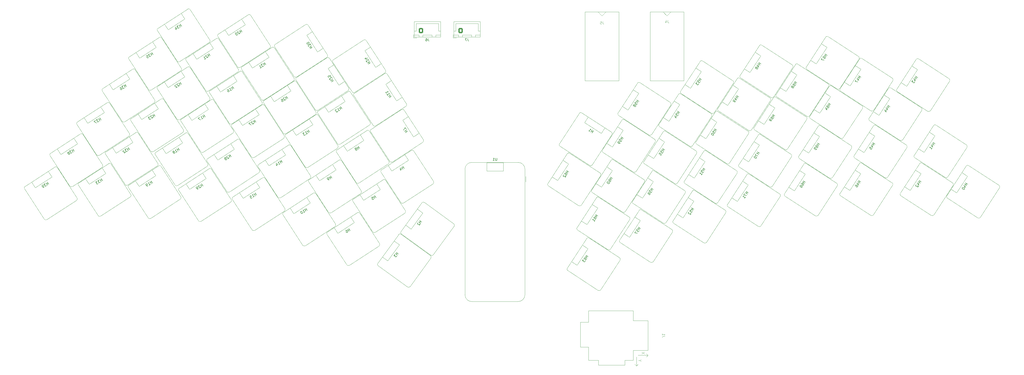
<source format=gbo>
%TF.GenerationSoftware,KiCad,Pcbnew,7.0.10-148-g62bb553460*%
%TF.CreationDate,2024-03-27T08:18:12+01:00*%
%TF.ProjectId,bandoneon,62616e64-6f6e-4656-9f6e-2e6b69636164,rev?*%
%TF.SameCoordinates,Original*%
%TF.FileFunction,Legend,Bot*%
%TF.FilePolarity,Positive*%
%FSLAX46Y46*%
G04 Gerber Fmt 4.6, Leading zero omitted, Abs format (unit mm)*
G04 Created by KiCad (PCBNEW 7.0.10-148-g62bb553460) date 2024-03-27 08:18:12*
%MOMM*%
%LPD*%
G01*
G04 APERTURE LIST*
G04 Aperture macros list*
%AMRoundRect*
0 Rectangle with rounded corners*
0 $1 Rounding radius*
0 $2 $3 $4 $5 $6 $7 $8 $9 X,Y pos of 4 corners*
0 Add a 4 corners polygon primitive as box body*
4,1,4,$2,$3,$4,$5,$6,$7,$8,$9,$2,$3,0*
0 Add four circle primitives for the rounded corners*
1,1,$1+$1,$2,$3*
1,1,$1+$1,$4,$5*
1,1,$1+$1,$6,$7*
1,1,$1+$1,$8,$9*
0 Add four rect primitives between the rounded corners*
20,1,$1+$1,$2,$3,$4,$5,0*
20,1,$1+$1,$4,$5,$6,$7,0*
20,1,$1+$1,$6,$7,$8,$9,0*
20,1,$1+$1,$8,$9,$2,$3,0*%
G04 Aperture macros list end*
%ADD10C,0.150000*%
%ADD11C,0.100000*%
%ADD12C,0.120000*%
%ADD13C,1.700000*%
%ADD14C,3.200000*%
%ADD15R,1.600000X1.600000*%
%ADD16C,1.600000*%
%ADD17C,2.400000*%
%ADD18C,0.762000*%
%ADD19O,1.800000X3.200000*%
%ADD20C,1.800000*%
%ADD21C,2.000000*%
%ADD22O,2.000000X3.600000*%
%ADD23O,2.000000X3.500000*%
%ADD24RoundRect,0.250000X-0.600000X-0.725000X0.600000X-0.725000X0.600000X0.725000X-0.600000X0.725000X0*%
%ADD25O,1.700000X1.950000*%
G04 APERTURE END LIST*
D10*
X148896190Y-158824293D02*
X148351551Y-157985623D01*
X148610903Y-158384989D02*
X148131663Y-158696212D01*
X148416950Y-159135515D02*
X147872311Y-158296845D01*
X147552817Y-158504326D02*
X147033640Y-158841484D01*
X147033640Y-158841484D02*
X147520679Y-158979431D01*
X147520679Y-158979431D02*
X147400869Y-159057237D01*
X147400869Y-159057237D02*
X147346931Y-159149044D01*
X147346931Y-159149044D02*
X147332929Y-159214916D01*
X147332929Y-159214916D02*
X147344863Y-159320724D01*
X147344863Y-159320724D02*
X147474539Y-159520408D01*
X147474539Y-159520408D02*
X147566346Y-159574346D01*
X147566346Y-159574346D02*
X147632218Y-159588347D01*
X147632218Y-159588347D02*
X147738026Y-159576414D01*
X147738026Y-159576414D02*
X147977646Y-159420803D01*
X147977646Y-159420803D02*
X148031585Y-159328995D01*
X148031585Y-159328995D02*
X148045586Y-159263124D01*
X146754084Y-159023030D02*
X146194970Y-159386123D01*
X146194970Y-159386123D02*
X147099039Y-159991377D01*
X138572290Y-170840393D02*
X138027651Y-170001723D01*
X138287003Y-170401089D02*
X137807763Y-170712312D01*
X138093050Y-171151615D02*
X137548411Y-170312945D01*
X137228917Y-170520426D02*
X136709740Y-170857584D01*
X136709740Y-170857584D02*
X137196779Y-170995531D01*
X137196779Y-170995531D02*
X137076969Y-171073337D01*
X137076969Y-171073337D02*
X137023031Y-171165144D01*
X137023031Y-171165144D02*
X137009029Y-171231016D01*
X137009029Y-171231016D02*
X137020963Y-171336824D01*
X137020963Y-171336824D02*
X137150639Y-171536508D01*
X137150639Y-171536508D02*
X137242446Y-171590446D01*
X137242446Y-171590446D02*
X137308318Y-171604447D01*
X137308318Y-171604447D02*
X137414126Y-171592514D01*
X137414126Y-171592514D02*
X137653746Y-171436903D01*
X137653746Y-171436903D02*
X137707685Y-171345095D01*
X137707685Y-171345095D02*
X137721686Y-171279224D01*
X136463917Y-171528236D02*
X136517855Y-171436429D01*
X136517855Y-171436429D02*
X136531857Y-171370557D01*
X136531857Y-171370557D02*
X136519923Y-171264749D01*
X136519923Y-171264749D02*
X136493988Y-171224812D01*
X136493988Y-171224812D02*
X136402181Y-171170874D01*
X136402181Y-171170874D02*
X136336309Y-171156873D01*
X136336309Y-171156873D02*
X136230500Y-171168806D01*
X136230500Y-171168806D02*
X136070753Y-171272547D01*
X136070753Y-171272547D02*
X136016815Y-171364354D01*
X136016815Y-171364354D02*
X136002814Y-171430226D01*
X136002814Y-171430226D02*
X136014747Y-171536035D01*
X136014747Y-171536035D02*
X136040683Y-171575971D01*
X136040683Y-171575971D02*
X136132490Y-171629909D01*
X136132490Y-171629909D02*
X136198361Y-171643911D01*
X136198361Y-171643911D02*
X136304170Y-171631977D01*
X136304170Y-171631977D02*
X136463917Y-171528236D01*
X136463917Y-171528236D02*
X136569725Y-171516303D01*
X136569725Y-171516303D02*
X136635597Y-171530304D01*
X136635597Y-171530304D02*
X136727404Y-171584242D01*
X136727404Y-171584242D02*
X136831145Y-171743989D01*
X136831145Y-171743989D02*
X136843079Y-171849798D01*
X136843079Y-171849798D02*
X136829077Y-171915670D01*
X136829077Y-171915670D02*
X136775139Y-172007477D01*
X136775139Y-172007477D02*
X136615392Y-172111218D01*
X136615392Y-172111218D02*
X136509584Y-172123151D01*
X136509584Y-172123151D02*
X136443712Y-172109150D01*
X136443712Y-172109150D02*
X136351905Y-172055212D01*
X136351905Y-172055212D02*
X136248164Y-171895465D01*
X136248164Y-171895465D02*
X136236230Y-171789656D01*
X136236230Y-171789656D02*
X136250232Y-171723784D01*
X136250232Y-171723784D02*
X136304170Y-171631977D01*
X462877223Y-142542883D02*
X462038552Y-141998244D01*
X462437919Y-142257596D02*
X462126697Y-142736836D01*
X462566000Y-143022123D02*
X461727330Y-142477484D01*
X461514118Y-143417828D02*
X462073232Y-143780921D01*
X461324300Y-143010663D02*
X462053027Y-143200007D01*
X462053027Y-143200007D02*
X461715869Y-143719184D01*
X461001144Y-143595712D02*
X460663987Y-144114889D01*
X460663987Y-144114889D02*
X461165027Y-144042813D01*
X461165027Y-144042813D02*
X461087221Y-144162624D01*
X461087221Y-144162624D02*
X461075287Y-144268432D01*
X461075287Y-144268432D02*
X461089289Y-144334304D01*
X461089289Y-144334304D02*
X461143227Y-144426111D01*
X461143227Y-144426111D02*
X461342911Y-144555787D01*
X461342911Y-144555787D02*
X461448719Y-144567721D01*
X461448719Y-144567721D02*
X461514591Y-144553719D01*
X461514591Y-144553719D02*
X461606398Y-144499781D01*
X461606398Y-144499781D02*
X461762009Y-144260161D01*
X461762009Y-144260161D02*
X461773943Y-144154352D01*
X461773943Y-144154352D02*
X461759942Y-144088480D01*
X259671406Y-150250590D02*
X260510076Y-149705951D01*
X260110710Y-149965303D02*
X259799487Y-149486063D01*
X259360184Y-149771350D02*
X260198854Y-149226711D01*
X258815545Y-148932679D02*
X259126767Y-149411920D01*
X258971156Y-149172300D02*
X259809826Y-148627661D01*
X259809826Y-148627661D02*
X259741887Y-148785340D01*
X259741887Y-148785340D02*
X259713884Y-148917083D01*
X259713884Y-148917083D02*
X259725817Y-149022892D01*
X258296841Y-148133946D02*
X258608063Y-148613186D01*
X258452452Y-148373566D02*
X259291122Y-147828927D01*
X259291122Y-147828927D02*
X259223183Y-147986606D01*
X259223183Y-147986606D02*
X259195180Y-148118349D01*
X259195180Y-148118349D02*
X259207113Y-148224158D01*
X212223790Y-137548993D02*
X211679151Y-136710323D01*
X211938503Y-137109689D02*
X211459263Y-137420912D01*
X211744550Y-137860215D02*
X211199911Y-137021545D01*
X210880417Y-137229026D02*
X210361240Y-137566184D01*
X210361240Y-137566184D02*
X210848279Y-137704131D01*
X210848279Y-137704131D02*
X210728469Y-137781937D01*
X210728469Y-137781937D02*
X210674531Y-137873744D01*
X210674531Y-137873744D02*
X210660529Y-137939616D01*
X210660529Y-137939616D02*
X210672463Y-138045424D01*
X210672463Y-138045424D02*
X210802139Y-138245108D01*
X210802139Y-138245108D02*
X210893946Y-138299046D01*
X210893946Y-138299046D02*
X210959818Y-138313047D01*
X210959818Y-138313047D02*
X211065626Y-138301114D01*
X211065626Y-138301114D02*
X211305246Y-138145503D01*
X211305246Y-138145503D02*
X211359185Y-138053695D01*
X211359185Y-138053695D02*
X211373186Y-137987824D01*
X210107146Y-138923558D02*
X210586386Y-138612336D01*
X210346766Y-138767947D02*
X209802127Y-137929277D01*
X209802127Y-137929277D02*
X209959806Y-137997216D01*
X209959806Y-137997216D02*
X210091549Y-138025219D01*
X210091549Y-138025219D02*
X210197358Y-138013286D01*
X218579090Y-175128493D02*
X218034451Y-174289823D01*
X218293803Y-174689189D02*
X217814563Y-175000412D01*
X218099850Y-175439715D02*
X217555211Y-174601045D01*
X217261179Y-175984354D02*
X217740420Y-175673132D01*
X217500800Y-175828743D02*
X216956161Y-174990073D01*
X216956161Y-174990073D02*
X217113840Y-175058012D01*
X217113840Y-175058012D02*
X217245583Y-175086015D01*
X217245583Y-175086015D02*
X217351392Y-175074082D01*
X216179226Y-175892074D02*
X216542319Y-176451188D01*
X216171428Y-175442905D02*
X216760140Y-175912279D01*
X216760140Y-175912279D02*
X216240963Y-176249437D01*
X407983223Y-157262883D02*
X407144552Y-156718244D01*
X407543919Y-156977596D02*
X407232697Y-157456836D01*
X407672000Y-157742123D02*
X406833330Y-157197484D01*
X406340561Y-157956282D02*
X406444302Y-157796535D01*
X406444302Y-157796535D02*
X406536109Y-157742597D01*
X406536109Y-157742597D02*
X406601981Y-157728595D01*
X406601981Y-157728595D02*
X406773661Y-157726527D01*
X406773661Y-157726527D02*
X406959343Y-157790331D01*
X406959343Y-157790331D02*
X407278837Y-157997813D01*
X407278837Y-157997813D02*
X407332775Y-158089620D01*
X407332775Y-158089620D02*
X407346776Y-158155492D01*
X407346776Y-158155492D02*
X407334843Y-158261300D01*
X407334843Y-158261300D02*
X407231102Y-158421047D01*
X407231102Y-158421047D02*
X407139295Y-158474985D01*
X407139295Y-158474985D02*
X407073423Y-158488987D01*
X407073423Y-158488987D02*
X406967614Y-158477053D01*
X406967614Y-158477053D02*
X406767931Y-158347377D01*
X406767931Y-158347377D02*
X406713993Y-158255570D01*
X406713993Y-158255570D02*
X406699991Y-158189698D01*
X406699991Y-158189698D02*
X406711925Y-158083890D01*
X406711925Y-158083890D02*
X406815666Y-157924143D01*
X406815666Y-157924143D02*
X406907473Y-157870205D01*
X406907473Y-157870205D02*
X406973345Y-157856203D01*
X406973345Y-157856203D02*
X407079153Y-157868137D01*
X406868009Y-158980161D02*
X406764269Y-159139908D01*
X406764269Y-159139908D02*
X406672461Y-159193846D01*
X406672461Y-159193846D02*
X406606590Y-159207847D01*
X406606590Y-159207847D02*
X406434909Y-159209915D01*
X406434909Y-159209915D02*
X406249227Y-159146111D01*
X406249227Y-159146111D02*
X405929734Y-158938630D01*
X405929734Y-158938630D02*
X405875795Y-158846822D01*
X405875795Y-158846822D02*
X405861794Y-158780951D01*
X405861794Y-158780951D02*
X405873728Y-158675142D01*
X405873728Y-158675142D02*
X405977468Y-158515395D01*
X405977468Y-158515395D02*
X406069275Y-158461457D01*
X406069275Y-158461457D02*
X406135147Y-158447456D01*
X406135147Y-158447456D02*
X406240956Y-158459389D01*
X406240956Y-158459389D02*
X406440639Y-158589065D01*
X406440639Y-158589065D02*
X406494578Y-158680872D01*
X406494578Y-158680872D02*
X406508579Y-158746744D01*
X406508579Y-158746744D02*
X406496645Y-158852553D01*
X406496645Y-158852553D02*
X406392905Y-159012300D01*
X406392905Y-159012300D02*
X406301098Y-159066238D01*
X406301098Y-159066238D02*
X406235226Y-159080239D01*
X406235226Y-159080239D02*
X406129417Y-159068306D01*
X254618224Y-188714845D02*
X254073585Y-187876174D01*
X254332937Y-188275541D02*
X253853696Y-188586763D01*
X254138983Y-189026067D02*
X253594344Y-188187397D01*
X252795611Y-188706100D02*
X253194978Y-188446748D01*
X253194978Y-188446748D02*
X253494266Y-188820180D01*
X253494266Y-188820180D02*
X253428394Y-188806179D01*
X253428394Y-188806179D02*
X253322586Y-188818112D01*
X253322586Y-188818112D02*
X253122902Y-188947788D01*
X253122902Y-188947788D02*
X253068964Y-189039595D01*
X253068964Y-189039595D02*
X253054963Y-189105467D01*
X253054963Y-189105467D02*
X253066896Y-189211276D01*
X253066896Y-189211276D02*
X253196572Y-189410959D01*
X253196572Y-189410959D02*
X253288379Y-189464898D01*
X253288379Y-189464898D02*
X253354251Y-189478899D01*
X253354251Y-189478899D02*
X253460060Y-189466965D01*
X253460060Y-189466965D02*
X253659743Y-189337289D01*
X253659743Y-189337289D02*
X253713681Y-189245482D01*
X253713681Y-189245482D02*
X253727683Y-189179610D01*
X469561423Y-167999783D02*
X468722752Y-167455144D01*
X469122119Y-167714496D02*
X468810897Y-168193736D01*
X469250200Y-168479023D02*
X468411530Y-167934384D01*
X468198318Y-168874728D02*
X468757432Y-169237821D01*
X468008500Y-168467563D02*
X468737227Y-168656907D01*
X468737227Y-168656907D02*
X468400069Y-169176084D01*
X468186857Y-170116428D02*
X468498080Y-169637188D01*
X468342469Y-169876808D02*
X467503798Y-169332169D01*
X467503798Y-169332169D02*
X467675478Y-169330101D01*
X467675478Y-169330101D02*
X467807222Y-169302098D01*
X467807222Y-169302098D02*
X467899029Y-169248160D01*
X339900623Y-195784683D02*
X339061952Y-195240044D01*
X339461319Y-195499396D02*
X339150097Y-195978636D01*
X339589400Y-196263923D02*
X338750730Y-195719284D01*
X338257961Y-196478082D02*
X338361702Y-196318335D01*
X338361702Y-196318335D02*
X338453509Y-196264397D01*
X338453509Y-196264397D02*
X338519381Y-196250395D01*
X338519381Y-196250395D02*
X338691061Y-196248327D01*
X338691061Y-196248327D02*
X338876743Y-196312131D01*
X338876743Y-196312131D02*
X339196237Y-196519613D01*
X339196237Y-196519613D02*
X339250175Y-196611420D01*
X339250175Y-196611420D02*
X339264176Y-196677292D01*
X339264176Y-196677292D02*
X339252243Y-196783100D01*
X339252243Y-196783100D02*
X339148502Y-196942847D01*
X339148502Y-196942847D02*
X339056695Y-196996785D01*
X339056695Y-196996785D02*
X338990823Y-197010787D01*
X338990823Y-197010787D02*
X338885014Y-196998853D01*
X338885014Y-196998853D02*
X338685331Y-196869177D01*
X338685331Y-196869177D02*
X338631393Y-196777370D01*
X338631393Y-196777370D02*
X338617391Y-196711498D01*
X338617391Y-196711498D02*
X338629325Y-196605690D01*
X338629325Y-196605690D02*
X338733066Y-196445943D01*
X338733066Y-196445943D02*
X338824873Y-196392005D01*
X338824873Y-196392005D02*
X338890745Y-196378003D01*
X338890745Y-196378003D02*
X338996553Y-196389937D01*
X338526057Y-197901328D02*
X338837280Y-197422088D01*
X338681669Y-197661708D02*
X337842998Y-197117069D01*
X337842998Y-197117069D02*
X338014678Y-197115001D01*
X338014678Y-197115001D02*
X338146422Y-197086998D01*
X338146422Y-197086998D02*
X338238229Y-197033060D01*
X416442323Y-144529683D02*
X415603652Y-143985044D01*
X416003019Y-144244396D02*
X415691797Y-144723636D01*
X416131100Y-145008923D02*
X415292430Y-144464284D01*
X414799661Y-145223082D02*
X414903402Y-145063335D01*
X414903402Y-145063335D02*
X414995209Y-145009397D01*
X414995209Y-145009397D02*
X415061081Y-144995395D01*
X415061081Y-144995395D02*
X415232761Y-144993327D01*
X415232761Y-144993327D02*
X415418443Y-145057131D01*
X415418443Y-145057131D02*
X415737937Y-145264613D01*
X415737937Y-145264613D02*
X415791875Y-145356420D01*
X415791875Y-145356420D02*
X415805876Y-145422292D01*
X415805876Y-145422292D02*
X415793943Y-145528100D01*
X415793943Y-145528100D02*
X415690202Y-145687847D01*
X415690202Y-145687847D02*
X415598395Y-145741785D01*
X415598395Y-145741785D02*
X415532523Y-145755787D01*
X415532523Y-145755787D02*
X415426714Y-145743853D01*
X415426714Y-145743853D02*
X415227031Y-145614177D01*
X415227031Y-145614177D02*
X415173093Y-145522370D01*
X415173093Y-145522370D02*
X415159091Y-145456498D01*
X415159091Y-145456498D02*
X415171025Y-145350690D01*
X415171025Y-145350690D02*
X415274766Y-145190943D01*
X415274766Y-145190943D02*
X415366573Y-145137005D01*
X415366573Y-145137005D02*
X415432445Y-145123003D01*
X415432445Y-145123003D02*
X415538253Y-145134937D01*
X414795999Y-146015612D02*
X414807932Y-145909803D01*
X414807932Y-145909803D02*
X414793931Y-145843932D01*
X414793931Y-145843932D02*
X414739993Y-145752124D01*
X414739993Y-145752124D02*
X414700056Y-145726189D01*
X414700056Y-145726189D02*
X414594247Y-145714256D01*
X414594247Y-145714256D02*
X414528375Y-145728257D01*
X414528375Y-145728257D02*
X414436568Y-145782195D01*
X414436568Y-145782195D02*
X414332828Y-145941942D01*
X414332828Y-145941942D02*
X414320894Y-146047751D01*
X414320894Y-146047751D02*
X414334895Y-146113622D01*
X414334895Y-146113622D02*
X414388834Y-146205430D01*
X414388834Y-146205430D02*
X414428770Y-146231365D01*
X414428770Y-146231365D02*
X414534579Y-146243298D01*
X414534579Y-146243298D02*
X414600451Y-146229297D01*
X414600451Y-146229297D02*
X414692258Y-146175359D01*
X414692258Y-146175359D02*
X414795999Y-146015612D01*
X414795999Y-146015612D02*
X414887806Y-145961674D01*
X414887806Y-145961674D02*
X414953678Y-145947672D01*
X414953678Y-145947672D02*
X415059486Y-145959606D01*
X415059486Y-145959606D02*
X415219233Y-146063347D01*
X415219233Y-146063347D02*
X415273171Y-146155154D01*
X415273171Y-146155154D02*
X415287173Y-146221026D01*
X415287173Y-146221026D02*
X415275239Y-146326834D01*
X415275239Y-146326834D02*
X415171498Y-146486581D01*
X415171498Y-146486581D02*
X415079691Y-146540519D01*
X415079691Y-146540519D02*
X415013819Y-146554521D01*
X415013819Y-146554521D02*
X414908011Y-146542587D01*
X414908011Y-146542587D02*
X414748264Y-146438846D01*
X414748264Y-146438846D02*
X414694326Y-146347039D01*
X414694326Y-146347039D02*
X414680324Y-146281167D01*
X414680324Y-146281167D02*
X414692258Y-146175359D01*
X188047590Y-184235493D02*
X187502951Y-183396823D01*
X187762303Y-183796189D02*
X187283063Y-184107412D01*
X187568350Y-184546715D02*
X187023711Y-183708045D01*
X186716151Y-184021335D02*
X186650279Y-184007333D01*
X186650279Y-184007333D02*
X186544471Y-184019267D01*
X186544471Y-184019267D02*
X186344787Y-184148943D01*
X186344787Y-184148943D02*
X186290849Y-184240750D01*
X186290849Y-184240750D02*
X186276848Y-184306622D01*
X186276848Y-184306622D02*
X186288781Y-184412431D01*
X186288781Y-184412431D02*
X186340652Y-184492304D01*
X186340652Y-184492304D02*
X186458394Y-184586179D01*
X186458394Y-184586179D02*
X187248857Y-184754197D01*
X187248857Y-184754197D02*
X186729679Y-185091354D01*
X186330313Y-185350706D02*
X186170566Y-185454447D01*
X186170566Y-185454447D02*
X186064757Y-185466381D01*
X186064757Y-185466381D02*
X185998885Y-185452379D01*
X185998885Y-185452379D02*
X185841206Y-185384440D01*
X185841206Y-185384440D02*
X185697529Y-185250628D01*
X185697529Y-185250628D02*
X185490047Y-184931135D01*
X185490047Y-184931135D02*
X185478114Y-184825326D01*
X185478114Y-184825326D02*
X185492115Y-184759454D01*
X185492115Y-184759454D02*
X185546053Y-184667647D01*
X185546053Y-184667647D02*
X185705800Y-184563906D01*
X185705800Y-184563906D02*
X185811609Y-184551973D01*
X185811609Y-184551973D02*
X185877481Y-184565974D01*
X185877481Y-184565974D02*
X185969288Y-184619912D01*
X185969288Y-184619912D02*
X186098964Y-184819596D01*
X186098964Y-184819596D02*
X186110897Y-184925404D01*
X186110897Y-184925404D02*
X186096896Y-184991276D01*
X186096896Y-184991276D02*
X186042958Y-185083083D01*
X186042958Y-185083083D02*
X185883211Y-185186824D01*
X185883211Y-185186824D02*
X185777402Y-185198758D01*
X185777402Y-185198758D02*
X185711530Y-185184756D01*
X185711530Y-185184756D02*
X185619723Y-185130818D01*
X199910290Y-146745493D02*
X199365651Y-145906823D01*
X199625003Y-146306189D02*
X199145763Y-146617412D01*
X199431050Y-147056715D02*
X198886411Y-146218045D01*
X198592379Y-147601354D02*
X199071620Y-147290132D01*
X198832000Y-147445743D02*
X198287361Y-146607073D01*
X198287361Y-146607073D02*
X198445040Y-146675012D01*
X198445040Y-146675012D02*
X198576783Y-146703015D01*
X198576783Y-146703015D02*
X198682592Y-146691082D01*
X197328880Y-147229517D02*
X197488627Y-147125777D01*
X197488627Y-147125777D02*
X197594435Y-147113843D01*
X197594435Y-147113843D02*
X197660307Y-147127844D01*
X197660307Y-147127844D02*
X197817986Y-147195784D01*
X197817986Y-147195784D02*
X197961664Y-147329596D01*
X197961664Y-147329596D02*
X198169145Y-147649089D01*
X198169145Y-147649089D02*
X198181079Y-147754898D01*
X198181079Y-147754898D02*
X198167077Y-147820770D01*
X198167077Y-147820770D02*
X198113139Y-147912577D01*
X198113139Y-147912577D02*
X197953392Y-148016318D01*
X197953392Y-148016318D02*
X197847584Y-148028251D01*
X197847584Y-148028251D02*
X197781712Y-148014250D01*
X197781712Y-148014250D02*
X197689905Y-147960312D01*
X197689905Y-147960312D02*
X197560229Y-147760628D01*
X197560229Y-147760628D02*
X197548295Y-147654819D01*
X197548295Y-147654819D02*
X197562297Y-147588948D01*
X197562297Y-147588948D02*
X197616235Y-147497141D01*
X197616235Y-147497141D02*
X197775982Y-147393400D01*
X197775982Y-147393400D02*
X197881790Y-147381466D01*
X197881790Y-147381466D02*
X197947662Y-147395468D01*
X197947662Y-147395468D02*
X198039469Y-147449406D01*
X179020590Y-170458593D02*
X178475951Y-169619923D01*
X178735303Y-170019289D02*
X178256063Y-170330512D01*
X178541350Y-170769815D02*
X177996711Y-169931145D01*
X177702679Y-171314454D02*
X178181920Y-171003232D01*
X177942300Y-171158843D02*
X177397661Y-170320173D01*
X177397661Y-170320173D02*
X177555340Y-170388112D01*
X177555340Y-170388112D02*
X177687083Y-170416115D01*
X177687083Y-170416115D02*
X177792892Y-170404182D01*
X176912217Y-171146436D02*
X176966155Y-171054629D01*
X176966155Y-171054629D02*
X176980157Y-170988757D01*
X176980157Y-170988757D02*
X176968223Y-170882949D01*
X176968223Y-170882949D02*
X176942288Y-170843012D01*
X176942288Y-170843012D02*
X176850481Y-170789074D01*
X176850481Y-170789074D02*
X176784609Y-170775073D01*
X176784609Y-170775073D02*
X176678800Y-170787006D01*
X176678800Y-170787006D02*
X176519053Y-170890747D01*
X176519053Y-170890747D02*
X176465115Y-170982554D01*
X176465115Y-170982554D02*
X176451114Y-171048426D01*
X176451114Y-171048426D02*
X176463047Y-171154235D01*
X176463047Y-171154235D02*
X176488983Y-171194171D01*
X176488983Y-171194171D02*
X176580790Y-171248109D01*
X176580790Y-171248109D02*
X176646661Y-171262111D01*
X176646661Y-171262111D02*
X176752470Y-171250177D01*
X176752470Y-171250177D02*
X176912217Y-171146436D01*
X176912217Y-171146436D02*
X177018025Y-171134503D01*
X177018025Y-171134503D02*
X177083897Y-171148504D01*
X177083897Y-171148504D02*
X177175704Y-171202442D01*
X177175704Y-171202442D02*
X177279445Y-171362189D01*
X177279445Y-171362189D02*
X177291379Y-171467998D01*
X177291379Y-171467998D02*
X177277377Y-171533870D01*
X177277377Y-171533870D02*
X177223439Y-171625677D01*
X177223439Y-171625677D02*
X177063692Y-171729418D01*
X177063692Y-171729418D02*
X176957884Y-171741351D01*
X176957884Y-171741351D02*
X176892012Y-171727350D01*
X176892012Y-171727350D02*
X176800205Y-171673412D01*
X176800205Y-171673412D02*
X176696464Y-171513665D01*
X176696464Y-171513665D02*
X176684530Y-171407856D01*
X176684530Y-171407856D02*
X176698532Y-171341984D01*
X176698532Y-171341984D02*
X176752470Y-171250177D01*
X355683223Y-151702883D02*
X354844552Y-151158244D01*
X355243919Y-151417596D02*
X354932697Y-151896836D01*
X355372000Y-152182123D02*
X354533330Y-151637484D01*
X354014626Y-152436218D02*
X354273978Y-152036851D01*
X354273978Y-152036851D02*
X354699280Y-152256266D01*
X354699280Y-152256266D02*
X354633408Y-152270268D01*
X354633408Y-152270268D02*
X354541601Y-152324206D01*
X354541601Y-152324206D02*
X354411925Y-152523890D01*
X354411925Y-152523890D02*
X354399991Y-152629698D01*
X354399991Y-152629698D02*
X354413993Y-152695570D01*
X354413993Y-152695570D02*
X354467931Y-152787377D01*
X354467931Y-152787377D02*
X354667614Y-152917053D01*
X354667614Y-152917053D02*
X354773423Y-152928987D01*
X354773423Y-152928987D02*
X354839295Y-152914985D01*
X354839295Y-152914985D02*
X354931102Y-152861047D01*
X354931102Y-152861047D02*
X355060778Y-152661364D01*
X355060778Y-152661364D02*
X355072712Y-152555555D01*
X355072712Y-152555555D02*
X355058710Y-152489683D01*
X354036899Y-153188812D02*
X354048832Y-153083003D01*
X354048832Y-153083003D02*
X354034831Y-153017132D01*
X354034831Y-153017132D02*
X353980893Y-152925324D01*
X353980893Y-152925324D02*
X353940956Y-152899389D01*
X353940956Y-152899389D02*
X353835147Y-152887456D01*
X353835147Y-152887456D02*
X353769275Y-152901457D01*
X353769275Y-152901457D02*
X353677468Y-152955395D01*
X353677468Y-152955395D02*
X353573728Y-153115142D01*
X353573728Y-153115142D02*
X353561794Y-153220951D01*
X353561794Y-153220951D02*
X353575795Y-153286822D01*
X353575795Y-153286822D02*
X353629734Y-153378630D01*
X353629734Y-153378630D02*
X353669670Y-153404565D01*
X353669670Y-153404565D02*
X353775479Y-153416498D01*
X353775479Y-153416498D02*
X353841351Y-153402497D01*
X353841351Y-153402497D02*
X353933158Y-153348559D01*
X353933158Y-153348559D02*
X354036899Y-153188812D01*
X354036899Y-153188812D02*
X354128706Y-153134874D01*
X354128706Y-153134874D02*
X354194578Y-153120872D01*
X354194578Y-153120872D02*
X354300386Y-153132806D01*
X354300386Y-153132806D02*
X354460133Y-153236547D01*
X354460133Y-153236547D02*
X354514071Y-153328354D01*
X354514071Y-153328354D02*
X354528073Y-153394226D01*
X354528073Y-153394226D02*
X354516139Y-153500034D01*
X354516139Y-153500034D02*
X354412398Y-153659781D01*
X354412398Y-153659781D02*
X354320591Y-153713719D01*
X354320591Y-153713719D02*
X354254719Y-153727721D01*
X354254719Y-153727721D02*
X354148911Y-153715787D01*
X354148911Y-153715787D02*
X353989164Y-153612046D01*
X353989164Y-153612046D02*
X353935226Y-153520239D01*
X353935226Y-153520239D02*
X353921224Y-153454367D01*
X353921224Y-153454367D02*
X353933158Y-153348559D01*
X237628524Y-181191345D02*
X237083885Y-180352674D01*
X237343237Y-180752041D02*
X236863996Y-181063263D01*
X237149283Y-181502567D02*
X236604644Y-180663897D01*
X236709980Y-181787854D02*
X236550233Y-181891595D01*
X236550233Y-181891595D02*
X236444425Y-181903529D01*
X236444425Y-181903529D02*
X236378553Y-181889527D01*
X236378553Y-181889527D02*
X236220874Y-181821587D01*
X236220874Y-181821587D02*
X236077196Y-181687776D01*
X236077196Y-181687776D02*
X235869715Y-181368282D01*
X235869715Y-181368282D02*
X235857781Y-181262474D01*
X235857781Y-181262474D02*
X235871782Y-181196602D01*
X235871782Y-181196602D02*
X235925721Y-181104795D01*
X235925721Y-181104795D02*
X236085467Y-181001054D01*
X236085467Y-181001054D02*
X236191276Y-180989120D01*
X236191276Y-180989120D02*
X236257148Y-181003122D01*
X236257148Y-181003122D02*
X236348955Y-181057060D01*
X236348955Y-181057060D02*
X236478631Y-181256743D01*
X236478631Y-181256743D02*
X236490565Y-181362552D01*
X236490565Y-181362552D02*
X236476563Y-181428424D01*
X236476563Y-181428424D02*
X236422625Y-181520231D01*
X236422625Y-181520231D02*
X236262878Y-181623972D01*
X236262878Y-181623972D02*
X236157070Y-181635905D01*
X236157070Y-181635905D02*
X236091198Y-181621904D01*
X236091198Y-181621904D02*
X235999391Y-181567966D01*
X229097590Y-163470493D02*
X228552951Y-162631823D01*
X228812303Y-163031189D02*
X228333063Y-163342412D01*
X228618350Y-163781715D02*
X228073711Y-162943045D01*
X227779679Y-164326354D02*
X228258920Y-164015132D01*
X228019300Y-164170743D02*
X227474661Y-163332073D01*
X227474661Y-163332073D02*
X227632340Y-163400012D01*
X227632340Y-163400012D02*
X227764083Y-163428015D01*
X227764083Y-163428015D02*
X227869892Y-163416082D01*
X226955484Y-163669230D02*
X226436307Y-164006388D01*
X226436307Y-164006388D02*
X226923345Y-164144335D01*
X226923345Y-164144335D02*
X226803535Y-164222141D01*
X226803535Y-164222141D02*
X226749597Y-164313948D01*
X226749597Y-164313948D02*
X226735595Y-164379819D01*
X226735595Y-164379819D02*
X226747529Y-164485628D01*
X226747529Y-164485628D02*
X226877205Y-164685312D01*
X226877205Y-164685312D02*
X226969012Y-164739250D01*
X226969012Y-164739250D02*
X227034884Y-164753251D01*
X227034884Y-164753251D02*
X227140692Y-164741318D01*
X227140692Y-164741318D02*
X227380313Y-164585706D01*
X227380313Y-164585706D02*
X227434251Y-164493899D01*
X227434251Y-164493899D02*
X227448252Y-164428027D01*
X394052223Y-149948883D02*
X393213552Y-149404244D01*
X393612919Y-149663596D02*
X393301697Y-150142836D01*
X393741000Y-150428123D02*
X392902330Y-149883484D01*
X392689118Y-150823828D02*
X393248232Y-151186921D01*
X392499300Y-150416663D02*
X393228027Y-150606007D01*
X393228027Y-150606007D02*
X392890869Y-151125184D01*
X392937009Y-151666161D02*
X392833269Y-151825908D01*
X392833269Y-151825908D02*
X392741461Y-151879846D01*
X392741461Y-151879846D02*
X392675590Y-151893847D01*
X392675590Y-151893847D02*
X392503909Y-151895915D01*
X392503909Y-151895915D02*
X392318227Y-151832111D01*
X392318227Y-151832111D02*
X391998734Y-151624630D01*
X391998734Y-151624630D02*
X391944795Y-151532822D01*
X391944795Y-151532822D02*
X391930794Y-151466951D01*
X391930794Y-151466951D02*
X391942728Y-151361142D01*
X391942728Y-151361142D02*
X392046468Y-151201395D01*
X392046468Y-151201395D02*
X392138275Y-151147457D01*
X392138275Y-151147457D02*
X392204147Y-151133456D01*
X392204147Y-151133456D02*
X392309956Y-151145389D01*
X392309956Y-151145389D02*
X392509639Y-151275065D01*
X392509639Y-151275065D02*
X392563578Y-151366872D01*
X392563578Y-151366872D02*
X392577579Y-151432744D01*
X392577579Y-151432744D02*
X392565645Y-151538553D01*
X392565645Y-151538553D02*
X392461905Y-151698300D01*
X392461905Y-151698300D02*
X392370098Y-151752238D01*
X392370098Y-151752238D02*
X392304226Y-151766239D01*
X392304226Y-151766239D02*
X392198417Y-151754306D01*
X402604823Y-137248883D02*
X401766152Y-136704244D01*
X402165519Y-136963596D02*
X401854297Y-137442836D01*
X402293600Y-137728123D02*
X401454930Y-137183484D01*
X401241718Y-138123828D02*
X401800832Y-138486921D01*
X401051900Y-137716663D02*
X401780627Y-137906007D01*
X401780627Y-137906007D02*
X401443469Y-138425184D01*
X400958499Y-138734812D02*
X400970432Y-138629003D01*
X400970432Y-138629003D02*
X400956431Y-138563132D01*
X400956431Y-138563132D02*
X400902493Y-138471324D01*
X400902493Y-138471324D02*
X400862556Y-138445389D01*
X400862556Y-138445389D02*
X400756747Y-138433456D01*
X400756747Y-138433456D02*
X400690875Y-138447457D01*
X400690875Y-138447457D02*
X400599068Y-138501395D01*
X400599068Y-138501395D02*
X400495328Y-138661142D01*
X400495328Y-138661142D02*
X400483394Y-138766951D01*
X400483394Y-138766951D02*
X400497395Y-138832822D01*
X400497395Y-138832822D02*
X400551334Y-138924630D01*
X400551334Y-138924630D02*
X400591270Y-138950565D01*
X400591270Y-138950565D02*
X400697079Y-138962498D01*
X400697079Y-138962498D02*
X400762951Y-138948497D01*
X400762951Y-138948497D02*
X400854758Y-138894559D01*
X400854758Y-138894559D02*
X400958499Y-138734812D01*
X400958499Y-138734812D02*
X401050306Y-138680874D01*
X401050306Y-138680874D02*
X401116178Y-138666872D01*
X401116178Y-138666872D02*
X401221986Y-138678806D01*
X401221986Y-138678806D02*
X401381733Y-138782547D01*
X401381733Y-138782547D02*
X401435671Y-138874354D01*
X401435671Y-138874354D02*
X401449673Y-138940226D01*
X401449673Y-138940226D02*
X401437739Y-139046034D01*
X401437739Y-139046034D02*
X401333998Y-139205781D01*
X401333998Y-139205781D02*
X401242191Y-139259719D01*
X401242191Y-139259719D02*
X401176319Y-139273721D01*
X401176319Y-139273721D02*
X401070511Y-139261787D01*
X401070511Y-139261787D02*
X400910764Y-139158046D01*
X400910764Y-139158046D02*
X400856826Y-139066239D01*
X400856826Y-139066239D02*
X400842824Y-139000367D01*
X400842824Y-139000367D02*
X400854758Y-138894559D01*
X263214837Y-210350480D02*
X262405820Y-209762694D01*
X262791066Y-210042592D02*
X262455189Y-210504887D01*
X262878960Y-210812775D02*
X262069943Y-210224990D01*
X261846025Y-210533187D02*
X261482158Y-211034007D01*
X261482158Y-211034007D02*
X261986283Y-210988253D01*
X261986283Y-210988253D02*
X261902314Y-211103826D01*
X261902314Y-211103826D02*
X261884859Y-211208865D01*
X261884859Y-211208865D02*
X261895394Y-211275380D01*
X261895394Y-211275380D02*
X261944453Y-211369884D01*
X261944453Y-211369884D02*
X262137076Y-211509833D01*
X262137076Y-211509833D02*
X262242115Y-211527288D01*
X262242115Y-211527288D02*
X262308630Y-211516753D01*
X262308630Y-211516753D02*
X262403134Y-211467693D01*
X262403134Y-211467693D02*
X262571072Y-211236546D01*
X262571072Y-211236546D02*
X262588527Y-211131507D01*
X262588527Y-211131507D02*
X262577993Y-211064992D01*
X371418623Y-156019683D02*
X370579952Y-155475044D01*
X370979319Y-155734396D02*
X370668097Y-156213636D01*
X371107400Y-156498923D02*
X370268730Y-155954284D01*
X369750026Y-156753018D02*
X370009378Y-156353651D01*
X370009378Y-156353651D02*
X370434680Y-156573066D01*
X370434680Y-156573066D02*
X370368808Y-156587068D01*
X370368808Y-156587068D02*
X370277001Y-156641006D01*
X370277001Y-156641006D02*
X370147325Y-156840690D01*
X370147325Y-156840690D02*
X370135391Y-156946498D01*
X370135391Y-156946498D02*
X370149393Y-157012370D01*
X370149393Y-157012370D02*
X370203331Y-157104177D01*
X370203331Y-157104177D02*
X370403014Y-157233853D01*
X370403014Y-157233853D02*
X370508823Y-157245787D01*
X370508823Y-157245787D02*
X370574695Y-157231785D01*
X370574695Y-157231785D02*
X370666502Y-157177847D01*
X370666502Y-157177847D02*
X370796178Y-156978164D01*
X370796178Y-156978164D02*
X370808112Y-156872355D01*
X370808112Y-156872355D02*
X370794110Y-156806483D01*
X369536814Y-157693362D02*
X370095928Y-158056454D01*
X369346996Y-157286197D02*
X370075723Y-157475541D01*
X370075723Y-157475541D02*
X369738565Y-157994718D01*
X336165723Y-211438783D02*
X335327052Y-210894144D01*
X335726419Y-211153496D02*
X335415197Y-211632736D01*
X335854500Y-211918023D02*
X335015830Y-211373384D01*
X334523061Y-212132182D02*
X334626802Y-211972435D01*
X334626802Y-211972435D02*
X334718609Y-211918497D01*
X334718609Y-211918497D02*
X334784481Y-211904495D01*
X334784481Y-211904495D02*
X334956161Y-211902427D01*
X334956161Y-211902427D02*
X335141843Y-211966231D01*
X335141843Y-211966231D02*
X335461337Y-212173713D01*
X335461337Y-212173713D02*
X335515275Y-212265520D01*
X335515275Y-212265520D02*
X335529276Y-212331392D01*
X335529276Y-212331392D02*
X335517343Y-212437200D01*
X335517343Y-212437200D02*
X335413602Y-212596947D01*
X335413602Y-212596947D02*
X335321795Y-212650885D01*
X335321795Y-212650885D02*
X335255923Y-212664887D01*
X335255923Y-212664887D02*
X335150114Y-212652953D01*
X335150114Y-212652953D02*
X334950431Y-212523277D01*
X334950431Y-212523277D02*
X334896493Y-212431470D01*
X334896493Y-212431470D02*
X334882491Y-212365598D01*
X334882491Y-212365598D02*
X334894425Y-212259790D01*
X334894425Y-212259790D02*
X334998166Y-212100043D01*
X334998166Y-212100043D02*
X335089973Y-212046105D01*
X335089973Y-212046105D02*
X335155845Y-212032103D01*
X335155845Y-212032103D02*
X335261653Y-212044037D01*
X334289644Y-212491612D02*
X333952487Y-213010789D01*
X333952487Y-213010789D02*
X334453527Y-212938713D01*
X334453527Y-212938713D02*
X334375721Y-213058524D01*
X334375721Y-213058524D02*
X334363787Y-213164332D01*
X334363787Y-213164332D02*
X334377789Y-213230204D01*
X334377789Y-213230204D02*
X334431727Y-213322011D01*
X334431727Y-213322011D02*
X334631411Y-213451687D01*
X334631411Y-213451687D02*
X334737219Y-213463621D01*
X334737219Y-213463621D02*
X334803091Y-213449619D01*
X334803091Y-213449619D02*
X334894898Y-213395681D01*
X334894898Y-213395681D02*
X335050509Y-213156061D01*
X335050509Y-213156061D02*
X335062443Y-213050252D01*
X335062443Y-213050252D02*
X335048442Y-212984380D01*
X237447406Y-144197190D02*
X238286076Y-143652551D01*
X237886710Y-143911903D02*
X237575487Y-143432663D01*
X237136184Y-143717950D02*
X237974854Y-143173311D01*
X237661564Y-142865751D02*
X237675566Y-142799879D01*
X237675566Y-142799879D02*
X237663632Y-142694071D01*
X237663632Y-142694071D02*
X237533956Y-142494387D01*
X237533956Y-142494387D02*
X237442149Y-142440449D01*
X237442149Y-142440449D02*
X237376277Y-142426448D01*
X237376277Y-142426448D02*
X237270468Y-142438381D01*
X237270468Y-142438381D02*
X237190595Y-142490252D01*
X237190595Y-142490252D02*
X237096720Y-142607994D01*
X237096720Y-142607994D02*
X236928702Y-143398457D01*
X236928702Y-143398457D02*
X236591545Y-142879279D01*
X236937446Y-141575843D02*
X237196798Y-141975210D01*
X237196798Y-141975210D02*
X236823367Y-142274499D01*
X236823367Y-142274499D02*
X236837368Y-142208627D01*
X236837368Y-142208627D02*
X236825434Y-142102818D01*
X236825434Y-142102818D02*
X236695758Y-141903135D01*
X236695758Y-141903135D02*
X236603951Y-141849197D01*
X236603951Y-141849197D02*
X236538080Y-141835195D01*
X236538080Y-141835195D02*
X236432271Y-141847129D01*
X236432271Y-141847129D02*
X236232587Y-141976805D01*
X236232587Y-141976805D02*
X236178649Y-142068612D01*
X236178649Y-142068612D02*
X236164648Y-142134484D01*
X236164648Y-142134484D02*
X236176581Y-142240292D01*
X236176581Y-142240292D02*
X236306257Y-142439976D01*
X236306257Y-142439976D02*
X236398065Y-142493914D01*
X236398065Y-142493914D02*
X236463936Y-142507916D01*
X397756023Y-186862783D02*
X396917352Y-186318144D01*
X397316719Y-186577496D02*
X397005497Y-187056736D01*
X397444800Y-187342023D02*
X396606130Y-186797384D01*
X396398648Y-187116878D02*
X396035556Y-187675992D01*
X396035556Y-187675992D02*
X397107643Y-187861200D01*
X396381457Y-188979428D02*
X396692680Y-188500188D01*
X396537069Y-188739808D02*
X395698398Y-188195169D01*
X395698398Y-188195169D02*
X395870078Y-188193101D01*
X395870078Y-188193101D02*
X396001822Y-188165098D01*
X396001822Y-188165098D02*
X396093629Y-188111160D01*
X385632723Y-162734583D02*
X384794052Y-162189944D01*
X385193419Y-162449296D02*
X384882197Y-162928536D01*
X385321500Y-163213823D02*
X384482830Y-162669184D01*
X383964126Y-163467918D02*
X384223478Y-163068551D01*
X384223478Y-163068551D02*
X384648780Y-163287966D01*
X384648780Y-163287966D02*
X384582908Y-163301968D01*
X384582908Y-163301968D02*
X384491101Y-163355906D01*
X384491101Y-163355906D02*
X384361425Y-163555590D01*
X384361425Y-163555590D02*
X384349491Y-163661398D01*
X384349491Y-163661398D02*
X384363493Y-163727270D01*
X384363493Y-163727270D02*
X384417431Y-163819077D01*
X384417431Y-163819077D02*
X384617114Y-163948753D01*
X384617114Y-163948753D02*
X384722923Y-163960687D01*
X384722923Y-163960687D02*
X384788795Y-163946685D01*
X384788795Y-163946685D02*
X384880602Y-163892747D01*
X384880602Y-163892747D02*
X385010278Y-163693064D01*
X385010278Y-163693064D02*
X385022212Y-163587255D01*
X385022212Y-163587255D02*
X385008210Y-163521383D01*
X383601033Y-164027032D02*
X383549163Y-164106905D01*
X383549163Y-164106905D02*
X383537229Y-164212714D01*
X383537229Y-164212714D02*
X383551231Y-164278586D01*
X383551231Y-164278586D02*
X383605169Y-164370393D01*
X383605169Y-164370393D02*
X383738980Y-164514070D01*
X383738980Y-164514070D02*
X383938664Y-164643746D01*
X383938664Y-164643746D02*
X384124346Y-164707550D01*
X384124346Y-164707550D02*
X384230154Y-164719484D01*
X384230154Y-164719484D02*
X384296026Y-164705483D01*
X384296026Y-164705483D02*
X384387833Y-164651544D01*
X384387833Y-164651544D02*
X384439704Y-164571671D01*
X384439704Y-164571671D02*
X384451637Y-164465862D01*
X384451637Y-164465862D02*
X384437636Y-164399991D01*
X384437636Y-164399991D02*
X384383698Y-164308183D01*
X384383698Y-164308183D02*
X384249886Y-164164506D01*
X384249886Y-164164506D02*
X384050203Y-164034830D01*
X384050203Y-164034830D02*
X383864521Y-163971026D01*
X383864521Y-163971026D02*
X383758712Y-163959092D01*
X383758712Y-163959092D02*
X383692840Y-163973094D01*
X383692840Y-163973094D02*
X383601033Y-164027032D01*
X464244923Y-182619683D02*
X463406252Y-182075044D01*
X463805619Y-182334396D02*
X463494397Y-182813636D01*
X463933700Y-183098923D02*
X463095030Y-182554284D01*
X462881818Y-183494628D02*
X463440932Y-183857721D01*
X462692000Y-183087463D02*
X463420727Y-183276807D01*
X463420727Y-183276807D02*
X463083569Y-183795984D01*
X462422783Y-183764319D02*
X462356911Y-183778320D01*
X462356911Y-183778320D02*
X462265104Y-183832259D01*
X462265104Y-183832259D02*
X462135428Y-184031942D01*
X462135428Y-184031942D02*
X462123494Y-184137751D01*
X462123494Y-184137751D02*
X462137495Y-184203622D01*
X462137495Y-184203622D02*
X462191434Y-184295430D01*
X462191434Y-184295430D02*
X462271307Y-184347300D01*
X462271307Y-184347300D02*
X462417052Y-184385169D01*
X462417052Y-184385169D02*
X463207515Y-184217151D01*
X463207515Y-184217151D02*
X462870357Y-184736328D01*
X149450590Y-182231293D02*
X148905951Y-181392623D01*
X149165303Y-181791989D02*
X148686063Y-182103212D01*
X148971350Y-182542515D02*
X148426711Y-181703845D01*
X148107217Y-181911326D02*
X147588040Y-182248484D01*
X147588040Y-182248484D02*
X148075079Y-182386431D01*
X148075079Y-182386431D02*
X147955269Y-182464237D01*
X147955269Y-182464237D02*
X147901331Y-182556044D01*
X147901331Y-182556044D02*
X147887329Y-182621916D01*
X147887329Y-182621916D02*
X147899263Y-182727724D01*
X147899263Y-182727724D02*
X148028939Y-182927408D01*
X148028939Y-182927408D02*
X148120746Y-182981346D01*
X148120746Y-182981346D02*
X148186618Y-182995347D01*
X148186618Y-182995347D02*
X148292426Y-182983414D01*
X148292426Y-182983414D02*
X148532046Y-182827803D01*
X148532046Y-182827803D02*
X148585985Y-182735995D01*
X148585985Y-182735995D02*
X148599986Y-182670124D01*
X147308484Y-182430030D02*
X146789307Y-182767188D01*
X146789307Y-182767188D02*
X147276345Y-182905135D01*
X147276345Y-182905135D02*
X147156535Y-182982941D01*
X147156535Y-182982941D02*
X147102597Y-183074748D01*
X147102597Y-183074748D02*
X147088595Y-183140619D01*
X147088595Y-183140619D02*
X147100529Y-183246428D01*
X147100529Y-183246428D02*
X147230205Y-183446112D01*
X147230205Y-183446112D02*
X147322012Y-183500050D01*
X147322012Y-183500050D02*
X147387884Y-183514051D01*
X147387884Y-183514051D02*
X147493692Y-183502118D01*
X147493692Y-183502118D02*
X147733313Y-183346506D01*
X147733313Y-183346506D02*
X147787251Y-183254699D01*
X147787251Y-183254699D02*
X147801252Y-183188827D01*
X337705949Y-163809271D02*
X338250588Y-162970600D01*
X337991237Y-163369967D02*
X337511996Y-163058745D01*
X337226709Y-163498049D02*
X337771348Y-162659378D01*
X336388039Y-162953410D02*
X336867279Y-163264632D01*
X336627659Y-163109021D02*
X337172298Y-162270350D01*
X337172298Y-162270350D02*
X337174366Y-162442031D01*
X337174366Y-162442031D02*
X337202369Y-162573774D01*
X337202369Y-162573774D02*
X337256307Y-162665582D01*
X244668224Y-201394845D02*
X244123585Y-200556174D01*
X244382937Y-200955541D02*
X243903696Y-201266763D01*
X244188983Y-201706067D02*
X243644344Y-200867397D01*
X242885547Y-201360165D02*
X243045294Y-201256424D01*
X243045294Y-201256424D02*
X243151103Y-201244491D01*
X243151103Y-201244491D02*
X243216975Y-201258492D01*
X243216975Y-201258492D02*
X243374654Y-201326432D01*
X243374654Y-201326432D02*
X243518331Y-201460243D01*
X243518331Y-201460243D02*
X243725813Y-201779737D01*
X243725813Y-201779737D02*
X243737746Y-201885546D01*
X243737746Y-201885546D02*
X243723745Y-201951417D01*
X243723745Y-201951417D02*
X243669807Y-202043225D01*
X243669807Y-202043225D02*
X243510060Y-202146965D01*
X243510060Y-202146965D02*
X243404251Y-202158899D01*
X243404251Y-202158899D02*
X243338379Y-202144898D01*
X243338379Y-202144898D02*
X243246572Y-202090959D01*
X243246572Y-202090959D02*
X243116896Y-201891276D01*
X243116896Y-201891276D02*
X243104963Y-201785467D01*
X243104963Y-201785467D02*
X243118964Y-201719595D01*
X243118964Y-201719595D02*
X243172902Y-201627788D01*
X243172902Y-201627788D02*
X243332649Y-201524048D01*
X243332649Y-201524048D02*
X243438458Y-201512114D01*
X243438458Y-201512114D02*
X243504329Y-201526115D01*
X243504329Y-201526115D02*
X243596137Y-201580054D01*
X203082390Y-124988993D02*
X202537751Y-124150323D01*
X202797103Y-124549689D02*
X202317863Y-124860912D01*
X202603150Y-125300215D02*
X202058511Y-124461545D01*
X201750951Y-124774835D02*
X201685079Y-124760833D01*
X201685079Y-124760833D02*
X201579271Y-124772767D01*
X201579271Y-124772767D02*
X201379587Y-124902443D01*
X201379587Y-124902443D02*
X201325649Y-124994250D01*
X201325649Y-124994250D02*
X201311648Y-125060122D01*
X201311648Y-125060122D02*
X201323581Y-125165931D01*
X201323581Y-125165931D02*
X201375452Y-125245804D01*
X201375452Y-125245804D02*
X201493194Y-125339679D01*
X201493194Y-125339679D02*
X202283657Y-125507697D01*
X202283657Y-125507697D02*
X201764479Y-125844854D01*
X200700663Y-125343341D02*
X200620790Y-125395212D01*
X200620790Y-125395212D02*
X200566852Y-125487019D01*
X200566852Y-125487019D02*
X200552850Y-125552891D01*
X200552850Y-125552891D02*
X200564784Y-125658699D01*
X200564784Y-125658699D02*
X200628588Y-125844381D01*
X200628588Y-125844381D02*
X200758264Y-126044065D01*
X200758264Y-126044065D02*
X200901942Y-126177876D01*
X200901942Y-126177876D02*
X200993749Y-126231815D01*
X200993749Y-126231815D02*
X201059620Y-126245816D01*
X201059620Y-126245816D02*
X201165429Y-126233882D01*
X201165429Y-126233882D02*
X201245302Y-126182012D01*
X201245302Y-126182012D02*
X201299241Y-126090205D01*
X201299241Y-126090205D02*
X201313242Y-126024333D01*
X201313242Y-126024333D02*
X201301308Y-125918524D01*
X201301308Y-125918524D02*
X201237504Y-125732842D01*
X201237504Y-125732842D02*
X201107828Y-125533159D01*
X201107828Y-125533159D02*
X200964151Y-125399347D01*
X200964151Y-125399347D02*
X200872344Y-125345409D01*
X200872344Y-125345409D02*
X200806472Y-125331408D01*
X200806472Y-125331408D02*
X200700663Y-125343341D01*
X159850590Y-170278593D02*
X159305951Y-169439923D01*
X159565303Y-169839289D02*
X159086063Y-170150512D01*
X159371350Y-170589815D02*
X158826711Y-169751145D01*
X158507217Y-169958626D02*
X157988040Y-170295784D01*
X157988040Y-170295784D02*
X158475079Y-170433731D01*
X158475079Y-170433731D02*
X158355269Y-170511537D01*
X158355269Y-170511537D02*
X158301331Y-170603344D01*
X158301331Y-170603344D02*
X158287329Y-170669216D01*
X158287329Y-170669216D02*
X158299263Y-170775024D01*
X158299263Y-170775024D02*
X158428939Y-170974708D01*
X158428939Y-170974708D02*
X158520746Y-171028646D01*
X158520746Y-171028646D02*
X158586618Y-171042647D01*
X158586618Y-171042647D02*
X158692426Y-171030714D01*
X158692426Y-171030714D02*
X158932046Y-170875103D01*
X158932046Y-170875103D02*
X158985985Y-170783295D01*
X158985985Y-170783295D02*
X158999986Y-170717424D01*
X157720417Y-170583139D02*
X157654545Y-170569137D01*
X157654545Y-170569137D02*
X157548737Y-170581071D01*
X157548737Y-170581071D02*
X157349053Y-170710747D01*
X157349053Y-170710747D02*
X157295115Y-170802554D01*
X157295115Y-170802554D02*
X157281114Y-170868426D01*
X157281114Y-170868426D02*
X157293047Y-170974235D01*
X157293047Y-170974235D02*
X157344918Y-171054108D01*
X157344918Y-171054108D02*
X157462660Y-171147983D01*
X157462660Y-171147983D02*
X158253123Y-171316001D01*
X158253123Y-171316001D02*
X157733946Y-171653158D01*
X190832390Y-134138993D02*
X190287751Y-133300323D01*
X190547103Y-133699689D02*
X190067863Y-134010912D01*
X190353150Y-134450215D02*
X189808511Y-133611545D01*
X189500951Y-133924835D02*
X189435079Y-133910833D01*
X189435079Y-133910833D02*
X189329271Y-133922767D01*
X189329271Y-133922767D02*
X189129587Y-134052443D01*
X189129587Y-134052443D02*
X189075649Y-134144250D01*
X189075649Y-134144250D02*
X189061648Y-134210122D01*
X189061648Y-134210122D02*
X189073581Y-134315931D01*
X189073581Y-134315931D02*
X189125452Y-134395804D01*
X189125452Y-134395804D02*
X189243194Y-134489679D01*
X189243194Y-134489679D02*
X190033657Y-134657697D01*
X190033657Y-134657697D02*
X189514479Y-134994854D01*
X188715746Y-135513558D02*
X189194986Y-135202336D01*
X188955366Y-135357947D02*
X188410727Y-134519277D01*
X188410727Y-134519277D02*
X188568406Y-134587216D01*
X188568406Y-134587216D02*
X188700149Y-134615219D01*
X188700149Y-134615219D02*
X188805958Y-134603286D01*
X241497590Y-154545493D02*
X240952951Y-153706823D01*
X241212303Y-154106189D02*
X240733063Y-154417412D01*
X241018350Y-154856715D02*
X240473711Y-154018045D01*
X240179679Y-155401354D02*
X240658920Y-155090132D01*
X240419300Y-155245743D02*
X239874661Y-154407073D01*
X239874661Y-154407073D02*
X240032340Y-154475012D01*
X240032340Y-154475012D02*
X240164083Y-154503015D01*
X240164083Y-154503015D02*
X240269892Y-154491082D01*
X239367417Y-154850039D02*
X239301545Y-154836037D01*
X239301545Y-154836037D02*
X239195737Y-154847971D01*
X239195737Y-154847971D02*
X238996053Y-154977647D01*
X238996053Y-154977647D02*
X238942115Y-155069454D01*
X238942115Y-155069454D02*
X238928114Y-155135326D01*
X238928114Y-155135326D02*
X238940047Y-155241135D01*
X238940047Y-155241135D02*
X238991918Y-155321008D01*
X238991918Y-155321008D02*
X239109660Y-155414883D01*
X239109660Y-155414883D02*
X239900123Y-155582901D01*
X239900123Y-155582901D02*
X239380946Y-155920058D01*
X220642690Y-150509493D02*
X220098051Y-149670823D01*
X220357403Y-150070189D02*
X219878163Y-150381412D01*
X220163450Y-150820715D02*
X219618811Y-149982045D01*
X219311251Y-150295335D02*
X219245379Y-150281333D01*
X219245379Y-150281333D02*
X219139571Y-150293267D01*
X219139571Y-150293267D02*
X218939887Y-150422943D01*
X218939887Y-150422943D02*
X218885949Y-150514750D01*
X218885949Y-150514750D02*
X218871948Y-150580622D01*
X218871948Y-150580622D02*
X218883881Y-150686431D01*
X218883881Y-150686431D02*
X218935752Y-150766304D01*
X218935752Y-150766304D02*
X219053494Y-150860179D01*
X219053494Y-150860179D02*
X219843957Y-151028197D01*
X219843957Y-151028197D02*
X219324779Y-151365354D01*
X218061280Y-150993517D02*
X218221027Y-150889777D01*
X218221027Y-150889777D02*
X218326835Y-150877843D01*
X218326835Y-150877843D02*
X218392707Y-150891844D01*
X218392707Y-150891844D02*
X218550386Y-150959784D01*
X218550386Y-150959784D02*
X218694064Y-151093596D01*
X218694064Y-151093596D02*
X218901545Y-151413089D01*
X218901545Y-151413089D02*
X218913479Y-151518898D01*
X218913479Y-151518898D02*
X218899477Y-151584770D01*
X218899477Y-151584770D02*
X218845539Y-151676577D01*
X218845539Y-151676577D02*
X218685792Y-151780318D01*
X218685792Y-151780318D02*
X218579984Y-151792251D01*
X218579984Y-151792251D02*
X218514112Y-151778250D01*
X218514112Y-151778250D02*
X218422305Y-151724312D01*
X218422305Y-151724312D02*
X218292629Y-151524628D01*
X218292629Y-151524628D02*
X218280695Y-151418819D01*
X218280695Y-151418819D02*
X218294697Y-151352948D01*
X218294697Y-151352948D02*
X218348635Y-151261141D01*
X218348635Y-151261141D02*
X218508382Y-151157400D01*
X218508382Y-151157400D02*
X218614190Y-151145466D01*
X218614190Y-151145466D02*
X218680062Y-151159468D01*
X218680062Y-151159468D02*
X218771869Y-151213406D01*
X376830323Y-193177483D02*
X375991652Y-192632844D01*
X376391019Y-192892196D02*
X376079797Y-193371436D01*
X376519100Y-193656723D02*
X375680430Y-193112084D01*
X375161726Y-193910818D02*
X375421078Y-193511451D01*
X375421078Y-193511451D02*
X375846380Y-193730866D01*
X375846380Y-193730866D02*
X375780508Y-193744868D01*
X375780508Y-193744868D02*
X375688701Y-193798806D01*
X375688701Y-193798806D02*
X375559025Y-193998490D01*
X375559025Y-193998490D02*
X375547091Y-194104298D01*
X375547091Y-194104298D02*
X375561093Y-194170170D01*
X375561093Y-194170170D02*
X375615031Y-194261977D01*
X375615031Y-194261977D02*
X375814714Y-194391653D01*
X375814714Y-194391653D02*
X375920523Y-194403587D01*
X375920523Y-194403587D02*
X375986395Y-194389585D01*
X375986395Y-194389585D02*
X376078202Y-194335647D01*
X376078202Y-194335647D02*
X376207878Y-194135964D01*
X376207878Y-194135964D02*
X376219812Y-194030155D01*
X376219812Y-194030155D02*
X376205810Y-193964283D01*
X375008183Y-194322119D02*
X374942311Y-194336120D01*
X374942311Y-194336120D02*
X374850504Y-194390059D01*
X374850504Y-194390059D02*
X374720828Y-194589742D01*
X374720828Y-194589742D02*
X374708894Y-194695551D01*
X374708894Y-194695551D02*
X374722895Y-194761422D01*
X374722895Y-194761422D02*
X374776834Y-194853230D01*
X374776834Y-194853230D02*
X374856707Y-194905100D01*
X374856707Y-194905100D02*
X375002452Y-194942969D01*
X375002452Y-194942969D02*
X375792915Y-194774951D01*
X375792915Y-194774951D02*
X375455757Y-195294128D01*
X452207223Y-153723883D02*
X451368552Y-153179244D01*
X451767919Y-153438596D02*
X451456697Y-153917836D01*
X451896000Y-154203123D02*
X451057330Y-153658484D01*
X450844118Y-154598828D02*
X451403232Y-154961921D01*
X450654300Y-154191663D02*
X451383027Y-154381007D01*
X451383027Y-154381007D02*
X451045869Y-154900184D01*
X450325414Y-155397562D02*
X450884528Y-155760654D01*
X450135596Y-154990397D02*
X450864323Y-155179741D01*
X450864323Y-155179741D02*
X450527165Y-155698918D01*
X168670990Y-183091793D02*
X168126351Y-182253123D01*
X168385703Y-182652489D02*
X167906463Y-182963712D01*
X168191750Y-183403015D02*
X167647111Y-182564345D01*
X167353079Y-183947654D02*
X167832320Y-183636432D01*
X167592700Y-183792043D02*
X167048061Y-182953373D01*
X167048061Y-182953373D02*
X167205740Y-183021312D01*
X167205740Y-183021312D02*
X167337483Y-183049315D01*
X167337483Y-183049315D02*
X167443292Y-183037382D01*
X166953713Y-184207006D02*
X166793966Y-184310747D01*
X166793966Y-184310747D02*
X166688157Y-184322681D01*
X166688157Y-184322681D02*
X166622285Y-184308679D01*
X166622285Y-184308679D02*
X166464606Y-184240740D01*
X166464606Y-184240740D02*
X166320929Y-184106928D01*
X166320929Y-184106928D02*
X166113447Y-183787435D01*
X166113447Y-183787435D02*
X166101514Y-183681626D01*
X166101514Y-183681626D02*
X166115515Y-183615754D01*
X166115515Y-183615754D02*
X166169453Y-183523947D01*
X166169453Y-183523947D02*
X166329200Y-183420206D01*
X166329200Y-183420206D02*
X166435009Y-183408273D01*
X166435009Y-183408273D02*
X166500881Y-183422274D01*
X166500881Y-183422274D02*
X166592688Y-183476212D01*
X166592688Y-183476212D02*
X166722364Y-183675896D01*
X166722364Y-183675896D02*
X166734297Y-183781704D01*
X166734297Y-183781704D02*
X166720296Y-183847576D01*
X166720296Y-183847576D02*
X166666358Y-183939383D01*
X166666358Y-183939383D02*
X166506611Y-184043124D01*
X166506611Y-184043124D02*
X166400802Y-184055058D01*
X166400802Y-184055058D02*
X166334930Y-184041056D01*
X166334930Y-184041056D02*
X166243123Y-183987118D01*
X379770023Y-143329383D02*
X378931352Y-142784744D01*
X379330719Y-143044096D02*
X379019497Y-143523336D01*
X379458800Y-143808623D02*
X378620130Y-143263984D01*
X378101426Y-144062718D02*
X378360778Y-143663351D01*
X378360778Y-143663351D02*
X378786080Y-143882766D01*
X378786080Y-143882766D02*
X378720208Y-143896768D01*
X378720208Y-143896768D02*
X378628401Y-143950706D01*
X378628401Y-143950706D02*
X378498725Y-144150390D01*
X378498725Y-144150390D02*
X378486791Y-144256198D01*
X378486791Y-144256198D02*
X378500793Y-144322070D01*
X378500793Y-144322070D02*
X378554731Y-144413877D01*
X378554731Y-144413877D02*
X378754414Y-144543553D01*
X378754414Y-144543553D02*
X378860223Y-144555487D01*
X378860223Y-144555487D02*
X378926095Y-144541485D01*
X378926095Y-144541485D02*
X379017902Y-144487547D01*
X379017902Y-144487547D02*
X379147578Y-144287864D01*
X379147578Y-144287864D02*
X379159512Y-144182055D01*
X379159512Y-144182055D02*
X379145510Y-144116183D01*
X377893944Y-144382212D02*
X377556787Y-144901389D01*
X377556787Y-144901389D02*
X378057827Y-144829313D01*
X378057827Y-144829313D02*
X377980021Y-144949124D01*
X377980021Y-144949124D02*
X377968087Y-145054932D01*
X377968087Y-145054932D02*
X377982089Y-145120804D01*
X377982089Y-145120804D02*
X378036027Y-145212611D01*
X378036027Y-145212611D02*
X378235711Y-145342287D01*
X378235711Y-145342287D02*
X378341519Y-145354221D01*
X378341519Y-145354221D02*
X378407391Y-145340219D01*
X378407391Y-145340219D02*
X378499198Y-145286281D01*
X378499198Y-145286281D02*
X378654809Y-145046661D01*
X378654809Y-145046661D02*
X378666743Y-144940852D01*
X378666743Y-144940852D02*
X378652742Y-144874980D01*
X349690923Y-165928283D02*
X348852252Y-165383644D01*
X349251619Y-165642996D02*
X348940397Y-166122236D01*
X349379700Y-166407523D02*
X348541030Y-165862884D01*
X348022326Y-166661618D02*
X348281678Y-166262251D01*
X348281678Y-166262251D02*
X348706980Y-166481666D01*
X348706980Y-166481666D02*
X348641108Y-166495668D01*
X348641108Y-166495668D02*
X348549301Y-166549606D01*
X348549301Y-166549606D02*
X348419625Y-166749290D01*
X348419625Y-166749290D02*
X348407691Y-166855098D01*
X348407691Y-166855098D02*
X348421693Y-166920970D01*
X348421693Y-166920970D02*
X348475631Y-167012777D01*
X348475631Y-167012777D02*
X348675314Y-167142453D01*
X348675314Y-167142453D02*
X348781123Y-167154387D01*
X348781123Y-167154387D02*
X348846995Y-167140385D01*
X348846995Y-167140385D02*
X348938802Y-167086447D01*
X348938802Y-167086447D02*
X349068478Y-166886764D01*
X349068478Y-166886764D02*
X349080412Y-166780955D01*
X349080412Y-166780955D02*
X349066410Y-166715083D01*
X348575709Y-167645561D02*
X348471969Y-167805308D01*
X348471969Y-167805308D02*
X348380161Y-167859246D01*
X348380161Y-167859246D02*
X348314290Y-167873247D01*
X348314290Y-167873247D02*
X348142609Y-167875315D01*
X348142609Y-167875315D02*
X347956927Y-167811511D01*
X347956927Y-167811511D02*
X347637434Y-167604030D01*
X347637434Y-167604030D02*
X347583495Y-167512222D01*
X347583495Y-167512222D02*
X347569494Y-167446351D01*
X347569494Y-167446351D02*
X347581428Y-167340542D01*
X347581428Y-167340542D02*
X347685168Y-167180795D01*
X347685168Y-167180795D02*
X347776975Y-167126857D01*
X347776975Y-167126857D02*
X347842847Y-167112856D01*
X347842847Y-167112856D02*
X347948656Y-167124789D01*
X347948656Y-167124789D02*
X348148339Y-167254465D01*
X348148339Y-167254465D02*
X348202278Y-167346272D01*
X348202278Y-167346272D02*
X348216279Y-167412144D01*
X348216279Y-167412144D02*
X348204345Y-167517953D01*
X348204345Y-167517953D02*
X348100605Y-167677700D01*
X348100605Y-167677700D02*
X348008798Y-167731638D01*
X348008798Y-167731638D02*
X347942926Y-167745639D01*
X347942926Y-167745639D02*
X347837117Y-167733706D01*
X179796990Y-145091893D02*
X179252351Y-144253223D01*
X179511703Y-144652589D02*
X179032463Y-144963812D01*
X179317750Y-145403115D02*
X178773111Y-144564445D01*
X178465551Y-144877735D02*
X178399679Y-144863733D01*
X178399679Y-144863733D02*
X178293871Y-144875667D01*
X178293871Y-144875667D02*
X178094187Y-145005343D01*
X178094187Y-145005343D02*
X178040249Y-145097150D01*
X178040249Y-145097150D02*
X178026248Y-145163022D01*
X178026248Y-145163022D02*
X178038181Y-145268831D01*
X178038181Y-145268831D02*
X178090052Y-145348704D01*
X178090052Y-145348704D02*
X178207794Y-145442579D01*
X178207794Y-145442579D02*
X178998257Y-145610597D01*
X178998257Y-145610597D02*
X178479079Y-145947754D01*
X177666817Y-145396439D02*
X177600945Y-145382437D01*
X177600945Y-145382437D02*
X177495137Y-145394371D01*
X177495137Y-145394371D02*
X177295453Y-145524047D01*
X177295453Y-145524047D02*
X177241515Y-145615854D01*
X177241515Y-145615854D02*
X177227514Y-145681726D01*
X177227514Y-145681726D02*
X177239447Y-145787535D01*
X177239447Y-145787535D02*
X177291318Y-145867408D01*
X177291318Y-145867408D02*
X177409060Y-145961283D01*
X177409060Y-145961283D02*
X178199523Y-146129301D01*
X178199523Y-146129301D02*
X177680346Y-146466458D01*
X208671390Y-187694993D02*
X208126751Y-186856323D01*
X208386103Y-187255689D02*
X207906863Y-187566912D01*
X208192150Y-188006215D02*
X207647511Y-187167545D01*
X207353479Y-188550854D02*
X207832720Y-188239632D01*
X207593100Y-188395243D02*
X207048461Y-187556573D01*
X207048461Y-187556573D02*
X207206140Y-187624512D01*
X207206140Y-187624512D02*
X207337883Y-187652515D01*
X207337883Y-187652515D02*
X207443692Y-187640582D01*
X206050043Y-188204953D02*
X206449410Y-187945601D01*
X206449410Y-187945601D02*
X206748699Y-188319032D01*
X206748699Y-188319032D02*
X206682827Y-188305031D01*
X206682827Y-188305031D02*
X206577018Y-188316965D01*
X206577018Y-188316965D02*
X206377335Y-188446641D01*
X206377335Y-188446641D02*
X206323397Y-188538448D01*
X206323397Y-188538448D02*
X206309395Y-188604319D01*
X206309395Y-188604319D02*
X206321329Y-188710128D01*
X206321329Y-188710128D02*
X206451005Y-188909812D01*
X206451005Y-188909812D02*
X206542812Y-188963750D01*
X206542812Y-188963750D02*
X206608684Y-188977751D01*
X206608684Y-188977751D02*
X206714492Y-188965818D01*
X206714492Y-188965818D02*
X206914176Y-188836142D01*
X206914176Y-188836142D02*
X206968114Y-188744334D01*
X206968114Y-188744334D02*
X206982116Y-188678463D01*
X248297024Y-169779345D02*
X247752385Y-168940674D01*
X248011737Y-169340041D02*
X247532496Y-169651263D01*
X247817783Y-170090567D02*
X247273144Y-169251897D01*
X246987384Y-169948484D02*
X247041322Y-169856677D01*
X247041322Y-169856677D02*
X247055324Y-169790805D01*
X247055324Y-169790805D02*
X247043390Y-169684997D01*
X247043390Y-169684997D02*
X247017455Y-169645060D01*
X247017455Y-169645060D02*
X246925648Y-169591122D01*
X246925648Y-169591122D02*
X246859776Y-169577120D01*
X246859776Y-169577120D02*
X246753967Y-169589054D01*
X246753967Y-169589054D02*
X246594221Y-169692795D01*
X246594221Y-169692795D02*
X246540282Y-169784602D01*
X246540282Y-169784602D02*
X246526281Y-169850474D01*
X246526281Y-169850474D02*
X246538215Y-169956282D01*
X246538215Y-169956282D02*
X246564150Y-169996219D01*
X246564150Y-169996219D02*
X246655957Y-170050157D01*
X246655957Y-170050157D02*
X246721829Y-170064159D01*
X246721829Y-170064159D02*
X246827637Y-170052225D01*
X246827637Y-170052225D02*
X246987384Y-169948484D01*
X246987384Y-169948484D02*
X247093193Y-169936551D01*
X247093193Y-169936551D02*
X247159065Y-169950552D01*
X247159065Y-169950552D02*
X247250872Y-170004490D01*
X247250872Y-170004490D02*
X247354613Y-170164237D01*
X247354613Y-170164237D02*
X247366546Y-170270046D01*
X247366546Y-170270046D02*
X247352545Y-170335917D01*
X247352545Y-170335917D02*
X247298607Y-170427725D01*
X247298607Y-170427725D02*
X247138860Y-170531465D01*
X247138860Y-170531465D02*
X247033051Y-170543399D01*
X247033051Y-170543399D02*
X246967179Y-170529398D01*
X246967179Y-170529398D02*
X246875372Y-170475459D01*
X246875372Y-170475459D02*
X246771631Y-170315713D01*
X246771631Y-170315713D02*
X246759698Y-170209904D01*
X246759698Y-170209904D02*
X246773699Y-170144032D01*
X246773699Y-170144032D02*
X246827637Y-170052225D01*
X402121523Y-171619083D02*
X401282852Y-171074444D01*
X401682219Y-171333796D02*
X401370997Y-171813036D01*
X401810300Y-172098323D02*
X400971630Y-171553684D01*
X400764148Y-171873178D02*
X400401056Y-172432292D01*
X400401056Y-172432292D02*
X401473143Y-172617500D01*
X400089833Y-172911532D02*
X400037963Y-172991405D01*
X400037963Y-172991405D02*
X400026029Y-173097214D01*
X400026029Y-173097214D02*
X400040031Y-173163086D01*
X400040031Y-173163086D02*
X400093969Y-173254893D01*
X400093969Y-173254893D02*
X400227780Y-173398570D01*
X400227780Y-173398570D02*
X400427464Y-173528246D01*
X400427464Y-173528246D02*
X400613146Y-173592050D01*
X400613146Y-173592050D02*
X400718954Y-173603984D01*
X400718954Y-173603984D02*
X400784826Y-173589983D01*
X400784826Y-173589983D02*
X400876633Y-173536044D01*
X400876633Y-173536044D02*
X400928504Y-173456171D01*
X400928504Y-173456171D02*
X400940437Y-173350362D01*
X400940437Y-173350362D02*
X400926436Y-173284491D01*
X400926436Y-173284491D02*
X400872498Y-173192683D01*
X400872498Y-173192683D02*
X400738686Y-173049006D01*
X400738686Y-173049006D02*
X400539003Y-172919330D01*
X400539003Y-172919330D02*
X400353321Y-172855526D01*
X400353321Y-172855526D02*
X400247512Y-172843592D01*
X400247512Y-172843592D02*
X400181640Y-172857594D01*
X400181640Y-172857594D02*
X400089833Y-172911532D01*
X441070923Y-142388283D02*
X440232252Y-141843644D01*
X440631619Y-142102996D02*
X440320397Y-142582236D01*
X440759700Y-142867523D02*
X439921030Y-142322884D01*
X439707818Y-143263228D02*
X440266932Y-143626321D01*
X439518000Y-142856063D02*
X440246727Y-143045407D01*
X440246727Y-143045407D02*
X439909569Y-143564584D01*
X439194844Y-143441112D02*
X438831752Y-144000225D01*
X438831752Y-144000225D02*
X439903839Y-144185434D01*
X446478123Y-168101383D02*
X445639452Y-167556744D01*
X446038819Y-167816096D02*
X445727597Y-168295336D01*
X446166900Y-168580623D02*
X445328230Y-168035984D01*
X445115018Y-168976328D02*
X445674132Y-169339421D01*
X444925200Y-168569163D02*
X445653927Y-168758507D01*
X445653927Y-168758507D02*
X445316769Y-169277684D01*
X444290822Y-169633452D02*
X444550174Y-169234085D01*
X444550174Y-169234085D02*
X444975476Y-169453500D01*
X444975476Y-169453500D02*
X444909604Y-169467502D01*
X444909604Y-169467502D02*
X444817797Y-169521440D01*
X444817797Y-169521440D02*
X444688121Y-169721124D01*
X444688121Y-169721124D02*
X444676187Y-169826932D01*
X444676187Y-169826932D02*
X444690189Y-169892804D01*
X444690189Y-169892804D02*
X444744127Y-169984611D01*
X444744127Y-169984611D02*
X444943811Y-170114287D01*
X444943811Y-170114287D02*
X445049619Y-170126221D01*
X445049619Y-170126221D02*
X445115491Y-170112219D01*
X445115491Y-170112219D02*
X445207298Y-170058281D01*
X445207298Y-170058281D02*
X445336974Y-169858598D01*
X445336974Y-169858598D02*
X445348908Y-169752789D01*
X445348908Y-169752789D02*
X445334906Y-169686917D01*
X272169337Y-198126680D02*
X271360320Y-197538894D01*
X271745566Y-197818792D02*
X271409689Y-198281087D01*
X271833460Y-198588975D02*
X271024443Y-198001190D01*
X270849584Y-198403891D02*
X270783070Y-198414426D01*
X270783070Y-198414426D02*
X270688566Y-198463485D01*
X270688566Y-198463485D02*
X270548617Y-198656108D01*
X270548617Y-198656108D02*
X270531162Y-198761147D01*
X270531162Y-198761147D02*
X270541697Y-198827662D01*
X270541697Y-198827662D02*
X270590756Y-198922166D01*
X270590756Y-198922166D02*
X270667805Y-198978145D01*
X270667805Y-198978145D02*
X270811369Y-199023590D01*
X270811369Y-199023590D02*
X271609542Y-198897172D01*
X271609542Y-198897172D02*
X271245675Y-199397992D01*
X179847590Y-122795493D02*
X179302951Y-121956823D01*
X179562303Y-122356189D02*
X179083063Y-122667412D01*
X179368350Y-123106715D02*
X178823711Y-122268045D01*
X178504217Y-122475526D02*
X177985040Y-122812684D01*
X177985040Y-122812684D02*
X178472079Y-122950631D01*
X178472079Y-122950631D02*
X178352269Y-123028437D01*
X178352269Y-123028437D02*
X178298331Y-123120244D01*
X178298331Y-123120244D02*
X178284329Y-123186116D01*
X178284329Y-123186116D02*
X178296263Y-123291924D01*
X178296263Y-123291924D02*
X178425939Y-123491608D01*
X178425939Y-123491608D02*
X178517746Y-123545546D01*
X178517746Y-123545546D02*
X178583618Y-123559547D01*
X178583618Y-123559547D02*
X178689426Y-123547614D01*
X178689426Y-123547614D02*
X178929046Y-123392003D01*
X178929046Y-123392003D02*
X178982985Y-123300195D01*
X178982985Y-123300195D02*
X178996986Y-123234324D01*
X177447726Y-123559074D02*
X177810819Y-124118188D01*
X177439928Y-123109905D02*
X178028640Y-123579279D01*
X178028640Y-123579279D02*
X177509463Y-123916437D01*
X381163223Y-177912883D02*
X380324552Y-177368244D01*
X380723919Y-177627596D02*
X380412697Y-178106836D01*
X380852000Y-178392123D02*
X380013330Y-177847484D01*
X379494626Y-178646218D02*
X379753978Y-178246851D01*
X379753978Y-178246851D02*
X380179280Y-178466266D01*
X380179280Y-178466266D02*
X380113408Y-178480268D01*
X380113408Y-178480268D02*
X380021601Y-178534206D01*
X380021601Y-178534206D02*
X379891925Y-178733890D01*
X379891925Y-178733890D02*
X379879991Y-178839698D01*
X379879991Y-178839698D02*
X379893993Y-178905570D01*
X379893993Y-178905570D02*
X379947931Y-178997377D01*
X379947931Y-178997377D02*
X380147614Y-179127053D01*
X380147614Y-179127053D02*
X380253423Y-179138987D01*
X380253423Y-179138987D02*
X380319295Y-179124985D01*
X380319295Y-179124985D02*
X380411102Y-179071047D01*
X380411102Y-179071047D02*
X380540778Y-178871364D01*
X380540778Y-178871364D02*
X380552712Y-178765555D01*
X380552712Y-178765555D02*
X380538710Y-178699683D01*
X379788657Y-180029528D02*
X380099880Y-179550288D01*
X379944269Y-179789908D02*
X379105598Y-179245269D01*
X379105598Y-179245269D02*
X379277278Y-179243201D01*
X379277278Y-179243201D02*
X379409022Y-179215198D01*
X379409022Y-179215198D02*
X379500829Y-179161260D01*
X158656990Y-145931293D02*
X158112351Y-145092623D01*
X158371703Y-145491989D02*
X157892463Y-145803212D01*
X158177750Y-146242515D02*
X157633111Y-145403845D01*
X157313617Y-145611326D02*
X156794440Y-145948484D01*
X156794440Y-145948484D02*
X157281479Y-146086431D01*
X157281479Y-146086431D02*
X157161669Y-146164237D01*
X157161669Y-146164237D02*
X157107731Y-146256044D01*
X157107731Y-146256044D02*
X157093729Y-146321916D01*
X157093729Y-146321916D02*
X157105663Y-146427724D01*
X157105663Y-146427724D02*
X157235339Y-146627408D01*
X157235339Y-146627408D02*
X157327146Y-146681346D01*
X157327146Y-146681346D02*
X157393018Y-146695347D01*
X157393018Y-146695347D02*
X157498826Y-146683414D01*
X157498826Y-146683414D02*
X157738446Y-146527803D01*
X157738446Y-146527803D02*
X157792385Y-146435995D01*
X157792385Y-146435995D02*
X157806386Y-146370124D01*
X156075580Y-146415317D02*
X156235327Y-146311577D01*
X156235327Y-146311577D02*
X156341135Y-146299643D01*
X156341135Y-146299643D02*
X156407007Y-146313644D01*
X156407007Y-146313644D02*
X156564686Y-146381584D01*
X156564686Y-146381584D02*
X156708364Y-146515396D01*
X156708364Y-146515396D02*
X156915845Y-146834889D01*
X156915845Y-146834889D02*
X156927779Y-146940698D01*
X156927779Y-146940698D02*
X156913777Y-147006570D01*
X156913777Y-147006570D02*
X156859839Y-147098377D01*
X156859839Y-147098377D02*
X156700092Y-147202118D01*
X156700092Y-147202118D02*
X156594284Y-147214051D01*
X156594284Y-147214051D02*
X156528412Y-147200050D01*
X156528412Y-147200050D02*
X156436605Y-147146112D01*
X156436605Y-147146112D02*
X156306929Y-146946428D01*
X156306929Y-146946428D02*
X156294995Y-146840619D01*
X156294995Y-146840619D02*
X156308997Y-146774748D01*
X156308997Y-146774748D02*
X156362935Y-146682941D01*
X156362935Y-146682941D02*
X156522682Y-146579200D01*
X156522682Y-146579200D02*
X156628490Y-146567266D01*
X156628490Y-146567266D02*
X156694362Y-146581268D01*
X156694362Y-146581268D02*
X156786169Y-146635206D01*
X356314123Y-200638983D02*
X355475452Y-200094344D01*
X355874819Y-200353696D02*
X355563597Y-200832936D01*
X356002900Y-201118223D02*
X355164230Y-200573584D01*
X354645526Y-201372318D02*
X354904878Y-200972951D01*
X354904878Y-200972951D02*
X355330180Y-201192366D01*
X355330180Y-201192366D02*
X355264308Y-201206368D01*
X355264308Y-201206368D02*
X355172501Y-201260306D01*
X355172501Y-201260306D02*
X355042825Y-201459990D01*
X355042825Y-201459990D02*
X355030891Y-201565798D01*
X355030891Y-201565798D02*
X355044893Y-201631670D01*
X355044893Y-201631670D02*
X355098831Y-201723477D01*
X355098831Y-201723477D02*
X355298514Y-201853153D01*
X355298514Y-201853153D02*
X355404323Y-201865087D01*
X355404323Y-201865087D02*
X355470195Y-201851085D01*
X355470195Y-201851085D02*
X355562002Y-201797147D01*
X355562002Y-201797147D02*
X355691678Y-201597464D01*
X355691678Y-201597464D02*
X355703612Y-201491655D01*
X355703612Y-201491655D02*
X355689610Y-201425783D01*
X354438044Y-201691812D02*
X354074952Y-202250925D01*
X354074952Y-202250925D02*
X355147039Y-202436134D01*
X428073223Y-133982883D02*
X427234552Y-133438244D01*
X427633919Y-133697596D02*
X427322697Y-134176836D01*
X427762000Y-134462123D02*
X426923330Y-133917484D01*
X426430561Y-134676282D02*
X426534302Y-134516535D01*
X426534302Y-134516535D02*
X426626109Y-134462597D01*
X426626109Y-134462597D02*
X426691981Y-134448595D01*
X426691981Y-134448595D02*
X426863661Y-134446527D01*
X426863661Y-134446527D02*
X427049343Y-134510331D01*
X427049343Y-134510331D02*
X427368837Y-134717813D01*
X427368837Y-134717813D02*
X427422775Y-134809620D01*
X427422775Y-134809620D02*
X427436776Y-134875492D01*
X427436776Y-134875492D02*
X427424843Y-134981300D01*
X427424843Y-134981300D02*
X427321102Y-135141047D01*
X427321102Y-135141047D02*
X427229295Y-135194985D01*
X427229295Y-135194985D02*
X427163423Y-135208987D01*
X427163423Y-135208987D02*
X427057614Y-135197053D01*
X427057614Y-135197053D02*
X426857931Y-135067377D01*
X426857931Y-135067377D02*
X426803993Y-134975570D01*
X426803993Y-134975570D02*
X426789991Y-134909698D01*
X426789991Y-134909698D02*
X426801925Y-134803890D01*
X426801925Y-134803890D02*
X426905666Y-134644143D01*
X426905666Y-134644143D02*
X426997473Y-134590205D01*
X426997473Y-134590205D02*
X427063345Y-134576203D01*
X427063345Y-134576203D02*
X427169153Y-134588137D01*
X426197144Y-135035712D02*
X425834052Y-135594825D01*
X425834052Y-135594825D02*
X426906139Y-135780034D01*
X429423223Y-152932883D02*
X428584552Y-152388244D01*
X428983919Y-152647596D02*
X428672697Y-153126836D01*
X429112000Y-153412123D02*
X428273330Y-152867484D01*
X427780561Y-153626282D02*
X427884302Y-153466535D01*
X427884302Y-153466535D02*
X427976109Y-153412597D01*
X427976109Y-153412597D02*
X428041981Y-153398595D01*
X428041981Y-153398595D02*
X428213661Y-153396527D01*
X428213661Y-153396527D02*
X428399343Y-153460331D01*
X428399343Y-153460331D02*
X428718837Y-153667813D01*
X428718837Y-153667813D02*
X428772775Y-153759620D01*
X428772775Y-153759620D02*
X428786776Y-153825492D01*
X428786776Y-153825492D02*
X428774843Y-153931300D01*
X428774843Y-153931300D02*
X428671102Y-154091047D01*
X428671102Y-154091047D02*
X428579295Y-154144985D01*
X428579295Y-154144985D02*
X428513423Y-154158987D01*
X428513423Y-154158987D02*
X428407614Y-154147053D01*
X428407614Y-154147053D02*
X428207931Y-154017377D01*
X428207931Y-154017377D02*
X428153993Y-153925570D01*
X428153993Y-153925570D02*
X428139991Y-153859698D01*
X428139991Y-153859698D02*
X428151925Y-153753890D01*
X428151925Y-153753890D02*
X428255666Y-153594143D01*
X428255666Y-153594143D02*
X428347473Y-153540205D01*
X428347473Y-153540205D02*
X428413345Y-153526203D01*
X428413345Y-153526203D02*
X428519153Y-153538137D01*
X427541414Y-154606562D02*
X428100528Y-154969654D01*
X427351596Y-154199397D02*
X428080323Y-154388741D01*
X428080323Y-154388741D02*
X427743165Y-154907918D01*
X168860990Y-133711793D02*
X168316351Y-132873123D01*
X168575703Y-133272489D02*
X168096463Y-133583712D01*
X168381750Y-134023015D02*
X167837111Y-133184345D01*
X167517617Y-133391826D02*
X166998440Y-133728984D01*
X166998440Y-133728984D02*
X167485479Y-133866931D01*
X167485479Y-133866931D02*
X167365669Y-133944737D01*
X167365669Y-133944737D02*
X167311731Y-134036544D01*
X167311731Y-134036544D02*
X167297729Y-134102416D01*
X167297729Y-134102416D02*
X167309663Y-134208224D01*
X167309663Y-134208224D02*
X167439339Y-134407908D01*
X167439339Y-134407908D02*
X167531146Y-134461846D01*
X167531146Y-134461846D02*
X167597018Y-134475847D01*
X167597018Y-134475847D02*
X167702826Y-134463914D01*
X167702826Y-134463914D02*
X167942446Y-134308303D01*
X167942446Y-134308303D02*
X167996385Y-134216495D01*
X167996385Y-134216495D02*
X168010386Y-134150624D01*
X166239643Y-134221753D02*
X166639010Y-133962401D01*
X166639010Y-133962401D02*
X166938299Y-134335832D01*
X166938299Y-134335832D02*
X166872427Y-134321831D01*
X166872427Y-134321831D02*
X166766618Y-134333765D01*
X166766618Y-134333765D02*
X166566935Y-134463441D01*
X166566935Y-134463441D02*
X166512997Y-134555248D01*
X166512997Y-134555248D02*
X166498995Y-134621119D01*
X166498995Y-134621119D02*
X166510929Y-134726928D01*
X166510929Y-134726928D02*
X166640605Y-134926612D01*
X166640605Y-134926612D02*
X166732412Y-134980550D01*
X166732412Y-134980550D02*
X166798284Y-134994551D01*
X166798284Y-134994551D02*
X166904092Y-134982618D01*
X166904092Y-134982618D02*
X167103776Y-134852942D01*
X167103776Y-134852942D02*
X167157714Y-134761134D01*
X167157714Y-134761134D02*
X167171716Y-134695263D01*
X198910590Y-172928593D02*
X198365951Y-172089923D01*
X198625303Y-172489289D02*
X198146063Y-172800512D01*
X198431350Y-173239815D02*
X197886711Y-172401145D01*
X197579151Y-172714435D02*
X197513279Y-172700433D01*
X197513279Y-172700433D02*
X197407471Y-172712367D01*
X197407471Y-172712367D02*
X197207787Y-172842043D01*
X197207787Y-172842043D02*
X197153849Y-172933850D01*
X197153849Y-172933850D02*
X197139848Y-172999722D01*
X197139848Y-172999722D02*
X197151781Y-173105531D01*
X197151781Y-173105531D02*
X197203652Y-173185404D01*
X197203652Y-173185404D02*
X197321394Y-173279279D01*
X197321394Y-173279279D02*
X198111857Y-173447297D01*
X198111857Y-173447297D02*
X197592679Y-173784454D01*
X196802217Y-173616436D02*
X196856155Y-173524629D01*
X196856155Y-173524629D02*
X196870157Y-173458757D01*
X196870157Y-173458757D02*
X196858223Y-173352949D01*
X196858223Y-173352949D02*
X196832288Y-173313012D01*
X196832288Y-173313012D02*
X196740481Y-173259074D01*
X196740481Y-173259074D02*
X196674609Y-173245073D01*
X196674609Y-173245073D02*
X196568800Y-173257006D01*
X196568800Y-173257006D02*
X196409053Y-173360747D01*
X196409053Y-173360747D02*
X196355115Y-173452554D01*
X196355115Y-173452554D02*
X196341114Y-173518426D01*
X196341114Y-173518426D02*
X196353047Y-173624235D01*
X196353047Y-173624235D02*
X196378983Y-173664171D01*
X196378983Y-173664171D02*
X196470790Y-173718109D01*
X196470790Y-173718109D02*
X196536661Y-173732111D01*
X196536661Y-173732111D02*
X196642470Y-173720177D01*
X196642470Y-173720177D02*
X196802217Y-173616436D01*
X196802217Y-173616436D02*
X196908025Y-173604503D01*
X196908025Y-173604503D02*
X196973897Y-173618504D01*
X196973897Y-173618504D02*
X197065704Y-173672442D01*
X197065704Y-173672442D02*
X197169445Y-173832189D01*
X197169445Y-173832189D02*
X197181379Y-173937998D01*
X197181379Y-173937998D02*
X197167377Y-174003870D01*
X197167377Y-174003870D02*
X197113439Y-174095677D01*
X197113439Y-174095677D02*
X196953692Y-174199418D01*
X196953692Y-174199418D02*
X196847884Y-174211351D01*
X196847884Y-174211351D02*
X196782012Y-174197350D01*
X196782012Y-174197350D02*
X196690205Y-174143412D01*
X196690205Y-174143412D02*
X196586464Y-173983665D01*
X196586464Y-173983665D02*
X196574530Y-173877856D01*
X196574530Y-173877856D02*
X196588532Y-173811984D01*
X196588532Y-173811984D02*
X196642470Y-173720177D01*
X482117223Y-183573183D02*
X481278552Y-183028544D01*
X481677919Y-183287896D02*
X481366697Y-183767136D01*
X481806000Y-184052423D02*
X480967330Y-183507784D01*
X480754118Y-184448128D02*
X481313232Y-184811221D01*
X480564300Y-184040963D02*
X481293027Y-184230307D01*
X481293027Y-184230307D02*
X480955869Y-184749484D01*
X480085533Y-184865632D02*
X480033663Y-184945505D01*
X480033663Y-184945505D02*
X480021729Y-185051314D01*
X480021729Y-185051314D02*
X480035731Y-185117186D01*
X480035731Y-185117186D02*
X480089669Y-185208993D01*
X480089669Y-185208993D02*
X480223480Y-185352670D01*
X480223480Y-185352670D02*
X480423164Y-185482346D01*
X480423164Y-185482346D02*
X480608846Y-185546150D01*
X480608846Y-185546150D02*
X480714654Y-185558084D01*
X480714654Y-185558084D02*
X480780526Y-185544083D01*
X480780526Y-185544083D02*
X480872333Y-185490144D01*
X480872333Y-185490144D02*
X480924204Y-185410271D01*
X480924204Y-185410271D02*
X480936137Y-185304462D01*
X480936137Y-185304462D02*
X480922136Y-185238591D01*
X480922136Y-185238591D02*
X480868198Y-185146783D01*
X480868198Y-185146783D02*
X480734386Y-185003106D01*
X480734386Y-185003106D02*
X480534703Y-184873430D01*
X480534703Y-184873430D02*
X480349021Y-184809626D01*
X480349021Y-184809626D02*
X480243212Y-184797692D01*
X480243212Y-184797692D02*
X480177340Y-184811694D01*
X480177340Y-184811694D02*
X480085533Y-184865632D01*
X419702123Y-182791583D02*
X418863452Y-182246944D01*
X419262819Y-182506296D02*
X418951597Y-182985536D01*
X419390900Y-183270823D02*
X418552230Y-182726184D01*
X418059461Y-183484982D02*
X418163202Y-183325235D01*
X418163202Y-183325235D02*
X418255009Y-183271297D01*
X418255009Y-183271297D02*
X418320881Y-183257295D01*
X418320881Y-183257295D02*
X418492561Y-183255227D01*
X418492561Y-183255227D02*
X418678243Y-183319031D01*
X418678243Y-183319031D02*
X418997737Y-183526513D01*
X418997737Y-183526513D02*
X419051675Y-183618320D01*
X419051675Y-183618320D02*
X419065676Y-183684192D01*
X419065676Y-183684192D02*
X419053743Y-183790000D01*
X419053743Y-183790000D02*
X418950002Y-183949747D01*
X418950002Y-183949747D02*
X418858195Y-184003685D01*
X418858195Y-184003685D02*
X418792323Y-184017687D01*
X418792323Y-184017687D02*
X418686514Y-184005753D01*
X418686514Y-184005753D02*
X418486831Y-183876077D01*
X418486831Y-183876077D02*
X418432893Y-183784270D01*
X418432893Y-183784270D02*
X418418891Y-183718398D01*
X418418891Y-183718398D02*
X418430825Y-183612590D01*
X418430825Y-183612590D02*
X418534566Y-183452843D01*
X418534566Y-183452843D02*
X418626373Y-183398905D01*
X418626373Y-183398905D02*
X418692245Y-183384903D01*
X418692245Y-183384903D02*
X418798053Y-183396837D01*
X417540757Y-184283715D02*
X417644498Y-184123969D01*
X417644498Y-184123969D02*
X417736305Y-184070030D01*
X417736305Y-184070030D02*
X417802177Y-184056029D01*
X417802177Y-184056029D02*
X417973857Y-184053961D01*
X417973857Y-184053961D02*
X418159539Y-184117765D01*
X418159539Y-184117765D02*
X418479033Y-184325247D01*
X418479033Y-184325247D02*
X418532971Y-184417054D01*
X418532971Y-184417054D02*
X418546973Y-184482926D01*
X418546973Y-184482926D02*
X418535039Y-184588734D01*
X418535039Y-184588734D02*
X418431298Y-184748481D01*
X418431298Y-184748481D02*
X418339491Y-184802419D01*
X418339491Y-184802419D02*
X418273619Y-184816421D01*
X418273619Y-184816421D02*
X418167811Y-184804487D01*
X418167811Y-184804487D02*
X417968127Y-184674811D01*
X417968127Y-184674811D02*
X417914189Y-184583004D01*
X417914189Y-184583004D02*
X417900187Y-184517132D01*
X417900187Y-184517132D02*
X417912121Y-184411324D01*
X417912121Y-184411324D02*
X418015862Y-184251577D01*
X418015862Y-184251577D02*
X418107669Y-184197639D01*
X418107669Y-184197639D02*
X418173541Y-184183637D01*
X418173541Y-184183637D02*
X418279349Y-184195571D01*
X128759290Y-183578693D02*
X128214651Y-182740023D01*
X128474003Y-183139389D02*
X127994763Y-183450612D01*
X128280050Y-183889915D02*
X127735411Y-183051245D01*
X127415917Y-183258726D02*
X126896740Y-183595884D01*
X126896740Y-183595884D02*
X127383779Y-183733831D01*
X127383779Y-183733831D02*
X127263969Y-183811637D01*
X127263969Y-183811637D02*
X127210031Y-183903444D01*
X127210031Y-183903444D02*
X127196029Y-183969316D01*
X127196029Y-183969316D02*
X127207963Y-184075124D01*
X127207963Y-184075124D02*
X127337639Y-184274808D01*
X127337639Y-184274808D02*
X127429446Y-184328746D01*
X127429446Y-184328746D02*
X127495318Y-184342747D01*
X127495318Y-184342747D02*
X127601126Y-184330814D01*
X127601126Y-184330814D02*
X127840746Y-184175203D01*
X127840746Y-184175203D02*
X127894685Y-184083395D01*
X127894685Y-184083395D02*
X127908686Y-184017524D01*
X127042013Y-184693906D02*
X126882266Y-184797647D01*
X126882266Y-184797647D02*
X126776457Y-184809581D01*
X126776457Y-184809581D02*
X126710585Y-184795579D01*
X126710585Y-184795579D02*
X126552906Y-184727640D01*
X126552906Y-184727640D02*
X126409229Y-184593828D01*
X126409229Y-184593828D02*
X126201747Y-184274335D01*
X126201747Y-184274335D02*
X126189814Y-184168526D01*
X126189814Y-184168526D02*
X126203815Y-184102654D01*
X126203815Y-184102654D02*
X126257753Y-184010847D01*
X126257753Y-184010847D02*
X126417500Y-183907106D01*
X126417500Y-183907106D02*
X126523309Y-183895173D01*
X126523309Y-183895173D02*
X126589181Y-183909174D01*
X126589181Y-183909174D02*
X126680988Y-183963112D01*
X126680988Y-183963112D02*
X126810664Y-184162796D01*
X126810664Y-184162796D02*
X126822597Y-184268604D01*
X126822597Y-184268604D02*
X126808596Y-184334476D01*
X126808596Y-184334476D02*
X126754658Y-184426283D01*
X126754658Y-184426283D02*
X126594911Y-184530024D01*
X126594911Y-184530024D02*
X126489102Y-184541958D01*
X126489102Y-184541958D02*
X126423230Y-184527956D01*
X126423230Y-184527956D02*
X126331423Y-184474018D01*
X328693623Y-178844683D02*
X327854952Y-178300044D01*
X328254319Y-178559396D02*
X327943097Y-179038636D01*
X328382400Y-179323923D02*
X327543730Y-178779284D01*
X327050961Y-179538082D02*
X327154702Y-179378335D01*
X327154702Y-179378335D02*
X327246509Y-179324397D01*
X327246509Y-179324397D02*
X327312381Y-179310395D01*
X327312381Y-179310395D02*
X327484061Y-179308327D01*
X327484061Y-179308327D02*
X327669743Y-179372131D01*
X327669743Y-179372131D02*
X327989237Y-179579613D01*
X327989237Y-179579613D02*
X328043175Y-179671420D01*
X328043175Y-179671420D02*
X328057176Y-179737292D01*
X328057176Y-179737292D02*
X328045243Y-179843100D01*
X328045243Y-179843100D02*
X327941502Y-180002847D01*
X327941502Y-180002847D02*
X327849695Y-180056785D01*
X327849695Y-180056785D02*
X327783823Y-180070787D01*
X327783823Y-180070787D02*
X327678014Y-180058853D01*
X327678014Y-180058853D02*
X327478331Y-179929177D01*
X327478331Y-179929177D02*
X327424393Y-179837370D01*
X327424393Y-179837370D02*
X327410391Y-179771498D01*
X327410391Y-179771498D02*
X327422325Y-179665690D01*
X327422325Y-179665690D02*
X327526066Y-179505943D01*
X327526066Y-179505943D02*
X327617873Y-179452005D01*
X327617873Y-179452005D02*
X327683745Y-179438003D01*
X327683745Y-179438003D02*
X327789553Y-179449937D01*
X326871483Y-179989319D02*
X326805611Y-180003320D01*
X326805611Y-180003320D02*
X326713804Y-180057259D01*
X326713804Y-180057259D02*
X326584128Y-180256942D01*
X326584128Y-180256942D02*
X326572194Y-180362751D01*
X326572194Y-180362751D02*
X326586195Y-180428622D01*
X326586195Y-180428622D02*
X326640134Y-180520430D01*
X326640134Y-180520430D02*
X326720007Y-180572300D01*
X326720007Y-180572300D02*
X326865752Y-180610169D01*
X326865752Y-180610169D02*
X327656215Y-180442151D01*
X327656215Y-180442151D02*
X327319057Y-180961328D01*
X361234923Y-185598483D02*
X360396252Y-185053844D01*
X360795619Y-185313196D02*
X360484397Y-185792436D01*
X360923700Y-186077723D02*
X360085030Y-185533084D01*
X359566326Y-186331818D02*
X359825678Y-185932451D01*
X359825678Y-185932451D02*
X360250980Y-186151866D01*
X360250980Y-186151866D02*
X360185108Y-186165868D01*
X360185108Y-186165868D02*
X360093301Y-186219806D01*
X360093301Y-186219806D02*
X359963625Y-186419490D01*
X359963625Y-186419490D02*
X359951691Y-186525298D01*
X359951691Y-186525298D02*
X359965693Y-186591170D01*
X359965693Y-186591170D02*
X360019631Y-186682977D01*
X360019631Y-186682977D02*
X360219314Y-186812653D01*
X360219314Y-186812653D02*
X360325123Y-186824587D01*
X360325123Y-186824587D02*
X360390995Y-186810585D01*
X360390995Y-186810585D02*
X360482802Y-186756647D01*
X360482802Y-186756647D02*
X360612478Y-186556964D01*
X360612478Y-186556964D02*
X360624412Y-186451155D01*
X360624412Y-186451155D02*
X360610410Y-186385283D01*
X359073557Y-187090615D02*
X359177298Y-186930869D01*
X359177298Y-186930869D02*
X359269105Y-186876930D01*
X359269105Y-186876930D02*
X359334977Y-186862929D01*
X359334977Y-186862929D02*
X359506657Y-186860861D01*
X359506657Y-186860861D02*
X359692339Y-186924665D01*
X359692339Y-186924665D02*
X360011833Y-187132147D01*
X360011833Y-187132147D02*
X360065771Y-187223954D01*
X360065771Y-187223954D02*
X360079773Y-187289826D01*
X360079773Y-187289826D02*
X360067839Y-187395634D01*
X360067839Y-187395634D02*
X359964098Y-187555381D01*
X359964098Y-187555381D02*
X359872291Y-187609319D01*
X359872291Y-187609319D02*
X359806419Y-187623321D01*
X359806419Y-187623321D02*
X359700611Y-187611387D01*
X359700611Y-187611387D02*
X359500927Y-187481711D01*
X359500927Y-187481711D02*
X359446989Y-187389904D01*
X359446989Y-187389904D02*
X359432987Y-187324032D01*
X359432987Y-187324032D02*
X359444921Y-187218224D01*
X359444921Y-187218224D02*
X359548662Y-187058477D01*
X359548662Y-187058477D02*
X359640469Y-187004539D01*
X359640469Y-187004539D02*
X359706341Y-186990537D01*
X359706341Y-186990537D02*
X359812149Y-187002471D01*
X345532823Y-181370783D02*
X344694152Y-180826144D01*
X345093519Y-181085496D02*
X344782297Y-181564736D01*
X345221600Y-181850023D02*
X344382930Y-181305384D01*
X343890161Y-182064182D02*
X343993902Y-181904435D01*
X343993902Y-181904435D02*
X344085709Y-181850497D01*
X344085709Y-181850497D02*
X344151581Y-181836495D01*
X344151581Y-181836495D02*
X344323261Y-181834427D01*
X344323261Y-181834427D02*
X344508943Y-181898231D01*
X344508943Y-181898231D02*
X344828437Y-182105713D01*
X344828437Y-182105713D02*
X344882375Y-182197520D01*
X344882375Y-182197520D02*
X344896376Y-182263392D01*
X344896376Y-182263392D02*
X344884443Y-182369200D01*
X344884443Y-182369200D02*
X344780702Y-182528947D01*
X344780702Y-182528947D02*
X344688895Y-182582885D01*
X344688895Y-182582885D02*
X344623023Y-182596887D01*
X344623023Y-182596887D02*
X344517214Y-182584953D01*
X344517214Y-182584953D02*
X344317531Y-182455277D01*
X344317531Y-182455277D02*
X344263593Y-182363470D01*
X344263593Y-182363470D02*
X344249591Y-182297598D01*
X344249591Y-182297598D02*
X344261525Y-182191790D01*
X344261525Y-182191790D02*
X344365266Y-182032043D01*
X344365266Y-182032043D02*
X344457073Y-181978105D01*
X344457073Y-181978105D02*
X344522945Y-181964103D01*
X344522945Y-181964103D02*
X344628753Y-181976037D01*
X343501133Y-182663232D02*
X343449263Y-182743105D01*
X343449263Y-182743105D02*
X343437329Y-182848914D01*
X343437329Y-182848914D02*
X343451331Y-182914786D01*
X343451331Y-182914786D02*
X343505269Y-183006593D01*
X343505269Y-183006593D02*
X343639080Y-183150270D01*
X343639080Y-183150270D02*
X343838764Y-183279946D01*
X343838764Y-183279946D02*
X344024446Y-183343750D01*
X344024446Y-183343750D02*
X344130254Y-183355684D01*
X344130254Y-183355684D02*
X344196126Y-183341683D01*
X344196126Y-183341683D02*
X344287933Y-183287744D01*
X344287933Y-183287744D02*
X344339804Y-183207871D01*
X344339804Y-183207871D02*
X344351737Y-183102062D01*
X344351737Y-183102062D02*
X344337736Y-183036191D01*
X344337736Y-183036191D02*
X344283798Y-182944383D01*
X344283798Y-182944383D02*
X344149986Y-182800706D01*
X344149986Y-182800706D02*
X343950303Y-182671030D01*
X343950303Y-182671030D02*
X343764621Y-182607226D01*
X343764621Y-182607226D02*
X343658812Y-182595292D01*
X343658812Y-182595292D02*
X343592940Y-182609294D01*
X343592940Y-182609294D02*
X343501133Y-182663232D01*
X228130590Y-193608593D02*
X227585951Y-192769923D01*
X227845303Y-193169289D02*
X227366063Y-193480512D01*
X227651350Y-193919815D02*
X227106711Y-193081145D01*
X226812679Y-194464454D02*
X227291920Y-194153232D01*
X227052300Y-194308843D02*
X226507661Y-193470173D01*
X226507661Y-193470173D02*
X226665340Y-193538112D01*
X226665340Y-193538112D02*
X226797083Y-193566115D01*
X226797083Y-193566115D02*
X226902892Y-193554182D01*
X225748863Y-193962941D02*
X225668990Y-194014812D01*
X225668990Y-194014812D02*
X225615052Y-194106619D01*
X225615052Y-194106619D02*
X225601050Y-194172491D01*
X225601050Y-194172491D02*
X225612984Y-194278299D01*
X225612984Y-194278299D02*
X225676788Y-194463981D01*
X225676788Y-194463981D02*
X225806464Y-194663665D01*
X225806464Y-194663665D02*
X225950142Y-194797476D01*
X225950142Y-194797476D02*
X226041949Y-194851415D01*
X226041949Y-194851415D02*
X226107820Y-194865416D01*
X226107820Y-194865416D02*
X226213629Y-194853482D01*
X226213629Y-194853482D02*
X226293502Y-194801612D01*
X226293502Y-194801612D02*
X226347441Y-194709805D01*
X226347441Y-194709805D02*
X226361442Y-194643933D01*
X226361442Y-194643933D02*
X226349508Y-194538124D01*
X226349508Y-194538124D02*
X226285704Y-194352442D01*
X226285704Y-194352442D02*
X226156028Y-194152759D01*
X226156028Y-194152759D02*
X226012351Y-194018947D01*
X226012351Y-194018947D02*
X225920544Y-193965009D01*
X225920544Y-193965009D02*
X225854672Y-193951008D01*
X225854672Y-193951008D02*
X225748863Y-193962941D01*
X188907590Y-157655493D02*
X188362951Y-156816823D01*
X188622303Y-157216189D02*
X188143063Y-157527412D01*
X188428350Y-157966715D02*
X187883711Y-157128045D01*
X187589679Y-158511354D02*
X188068920Y-158200132D01*
X187829300Y-158355743D02*
X187284661Y-157517073D01*
X187284661Y-157517073D02*
X187442340Y-157585012D01*
X187442340Y-157585012D02*
X187574083Y-157613015D01*
X187574083Y-157613015D02*
X187679892Y-157601082D01*
X186765484Y-157854230D02*
X186206370Y-158217323D01*
X186206370Y-158217323D02*
X187110439Y-158822577D01*
X265886054Y-163719124D02*
X266724725Y-163174485D01*
X266325358Y-163433837D02*
X266014136Y-162954596D01*
X265574832Y-163239883D02*
X266413502Y-162695244D01*
X266206021Y-162375751D02*
X265842928Y-161816637D01*
X265842928Y-161816637D02*
X265237674Y-162720707D01*
X251621406Y-137350590D02*
X252460076Y-136805951D01*
X252060710Y-137065303D02*
X251749487Y-136586063D01*
X251310184Y-136871350D02*
X252148854Y-136326711D01*
X251835564Y-136019151D02*
X251849566Y-135953279D01*
X251849566Y-135953279D02*
X251837632Y-135847471D01*
X251837632Y-135847471D02*
X251707956Y-135647787D01*
X251707956Y-135647787D02*
X251616149Y-135593849D01*
X251616149Y-135593849D02*
X251550277Y-135579848D01*
X251550277Y-135579848D02*
X251444468Y-135591781D01*
X251444468Y-135591781D02*
X251364595Y-135643652D01*
X251364595Y-135643652D02*
X251270720Y-135761394D01*
X251270720Y-135761394D02*
X251102702Y-136551857D01*
X251102702Y-136551857D02*
X250765545Y-136032679D01*
X250857825Y-134950726D02*
X250298711Y-135313819D01*
X251306994Y-134942928D02*
X250837620Y-135531640D01*
X250837620Y-135531640D02*
X250500462Y-135012463D01*
X265448224Y-177454845D02*
X264903585Y-176616174D01*
X265162937Y-177015541D02*
X264683696Y-177326763D01*
X264968983Y-177766067D02*
X264424344Y-176927397D01*
X263847094Y-177699722D02*
X264210186Y-178258836D01*
X263839296Y-177250552D02*
X264428007Y-177719927D01*
X264428007Y-177719927D02*
X263908830Y-178057084D01*
X441013223Y-182623783D02*
X440174552Y-182079144D01*
X440573919Y-182338496D02*
X440262697Y-182817736D01*
X440702000Y-183103023D02*
X439863330Y-182558384D01*
X439650118Y-183498728D02*
X440209232Y-183861821D01*
X439460300Y-183091563D02*
X440189027Y-183280907D01*
X440189027Y-183280907D02*
X439851869Y-183800084D01*
X438851857Y-184115915D02*
X438955598Y-183956169D01*
X438955598Y-183956169D02*
X439047405Y-183902230D01*
X439047405Y-183902230D02*
X439113277Y-183888229D01*
X439113277Y-183888229D02*
X439284957Y-183886161D01*
X439284957Y-183886161D02*
X439470639Y-183949965D01*
X439470639Y-183949965D02*
X439790133Y-184157447D01*
X439790133Y-184157447D02*
X439844071Y-184249254D01*
X439844071Y-184249254D02*
X439858073Y-184315126D01*
X439858073Y-184315126D02*
X439846139Y-184420934D01*
X439846139Y-184420934D02*
X439742398Y-184580681D01*
X439742398Y-184580681D02*
X439650591Y-184634619D01*
X439650591Y-184634619D02*
X439584719Y-184648621D01*
X439584719Y-184648621D02*
X439478911Y-184636687D01*
X439478911Y-184636687D02*
X439279227Y-184507011D01*
X439279227Y-184507011D02*
X439225289Y-184415204D01*
X439225289Y-184415204D02*
X439211287Y-184349332D01*
X439211287Y-184349332D02*
X439223221Y-184243524D01*
X439223221Y-184243524D02*
X439326962Y-184083777D01*
X439326962Y-184083777D02*
X439418769Y-184029839D01*
X439418769Y-184029839D02*
X439484641Y-184015837D01*
X439484641Y-184015837D02*
X439590449Y-184027771D01*
X229267206Y-131428990D02*
X230105876Y-130884351D01*
X229706510Y-131143703D02*
X229395287Y-130664463D01*
X228955984Y-130949750D02*
X229794654Y-130405111D01*
X229587173Y-130085617D02*
X229250015Y-129566440D01*
X229250015Y-129566440D02*
X229112068Y-130053479D01*
X229112068Y-130053479D02*
X229034262Y-129933669D01*
X229034262Y-129933669D02*
X228942455Y-129879731D01*
X228942455Y-129879731D02*
X228876583Y-129865729D01*
X228876583Y-129865729D02*
X228770775Y-129877663D01*
X228770775Y-129877663D02*
X228571091Y-130007339D01*
X228571091Y-130007339D02*
X228517153Y-130099146D01*
X228517153Y-130099146D02*
X228503152Y-130165018D01*
X228503152Y-130165018D02*
X228515085Y-130270826D01*
X228515085Y-130270826D02*
X228670696Y-130510446D01*
X228670696Y-130510446D02*
X228762504Y-130564385D01*
X228762504Y-130564385D02*
X228828375Y-130578386D01*
X228912858Y-129047263D02*
X228860987Y-128967390D01*
X228860987Y-128967390D02*
X228769180Y-128913452D01*
X228769180Y-128913452D02*
X228703308Y-128899450D01*
X228703308Y-128899450D02*
X228597500Y-128911384D01*
X228597500Y-128911384D02*
X228411818Y-128975188D01*
X228411818Y-128975188D02*
X228212134Y-129104864D01*
X228212134Y-129104864D02*
X228078323Y-129248542D01*
X228078323Y-129248542D02*
X228024384Y-129340349D01*
X228024384Y-129340349D02*
X228010383Y-129406220D01*
X228010383Y-129406220D02*
X228022317Y-129512029D01*
X228022317Y-129512029D02*
X228074187Y-129591902D01*
X228074187Y-129591902D02*
X228165994Y-129645841D01*
X228165994Y-129645841D02*
X228231866Y-129659842D01*
X228231866Y-129659842D02*
X228337675Y-129647908D01*
X228337675Y-129647908D02*
X228523357Y-129584104D01*
X228523357Y-129584104D02*
X228723040Y-129454428D01*
X228723040Y-129454428D02*
X228856852Y-129310751D01*
X228856852Y-129310751D02*
X228910790Y-129218944D01*
X228910790Y-129218944D02*
X228924791Y-129153072D01*
X228924791Y-129153072D02*
X228912858Y-129047263D01*
X208421390Y-159644993D02*
X207876751Y-158806323D01*
X208136103Y-159205689D02*
X207656863Y-159516912D01*
X207942150Y-159956215D02*
X207397511Y-159117545D01*
X207089951Y-159430835D02*
X207024079Y-159416833D01*
X207024079Y-159416833D02*
X206918271Y-159428767D01*
X206918271Y-159428767D02*
X206718587Y-159558443D01*
X206718587Y-159558443D02*
X206664649Y-159650250D01*
X206664649Y-159650250D02*
X206650648Y-159716122D01*
X206650648Y-159716122D02*
X206662581Y-159821931D01*
X206662581Y-159821931D02*
X206714452Y-159901804D01*
X206714452Y-159901804D02*
X206832194Y-159995679D01*
X206832194Y-159995679D02*
X207622657Y-160163697D01*
X207622657Y-160163697D02*
X207103479Y-160500854D01*
X206279284Y-159843730D02*
X205720170Y-160206823D01*
X205720170Y-160206823D02*
X206624239Y-160812077D01*
X169647590Y-157395493D02*
X169102951Y-156556823D01*
X169362303Y-156956189D02*
X168883063Y-157267412D01*
X169168350Y-157706715D02*
X168623711Y-156868045D01*
X168316151Y-157181335D02*
X168250279Y-157167333D01*
X168250279Y-157167333D02*
X168144471Y-157179267D01*
X168144471Y-157179267D02*
X167944787Y-157308943D01*
X167944787Y-157308943D02*
X167890849Y-157400750D01*
X167890849Y-157400750D02*
X167876848Y-157466622D01*
X167876848Y-157466622D02*
X167888781Y-157572431D01*
X167888781Y-157572431D02*
X167940652Y-157652304D01*
X167940652Y-157652304D02*
X168058394Y-157746179D01*
X168058394Y-157746179D02*
X168848857Y-157914197D01*
X168848857Y-157914197D02*
X168329679Y-158251354D01*
X167505484Y-157594230D02*
X166986307Y-157931388D01*
X166986307Y-157931388D02*
X167473345Y-158069335D01*
X167473345Y-158069335D02*
X167353535Y-158147141D01*
X167353535Y-158147141D02*
X167299597Y-158238948D01*
X167299597Y-158238948D02*
X167285595Y-158304819D01*
X167285595Y-158304819D02*
X167297529Y-158410628D01*
X167297529Y-158410628D02*
X167427205Y-158610312D01*
X167427205Y-158610312D02*
X167519012Y-158664250D01*
X167519012Y-158664250D02*
X167584884Y-158678251D01*
X167584884Y-158678251D02*
X167690692Y-158666318D01*
X167690692Y-158666318D02*
X167930313Y-158510706D01*
X167930313Y-158510706D02*
X167984251Y-158418899D01*
X167984251Y-158418899D02*
X167998252Y-158353027D01*
X365612423Y-170362383D02*
X364773752Y-169817744D01*
X365173119Y-170077096D02*
X364861897Y-170556336D01*
X365301200Y-170841623D02*
X364462530Y-170296984D01*
X363943826Y-171095718D02*
X364203178Y-170696351D01*
X364203178Y-170696351D02*
X364628480Y-170915766D01*
X364628480Y-170915766D02*
X364562608Y-170929768D01*
X364562608Y-170929768D02*
X364470801Y-170983706D01*
X364470801Y-170983706D02*
X364341125Y-171183390D01*
X364341125Y-171183390D02*
X364329191Y-171289198D01*
X364329191Y-171289198D02*
X364343193Y-171355070D01*
X364343193Y-171355070D02*
X364397131Y-171446877D01*
X364397131Y-171446877D02*
X364596814Y-171576553D01*
X364596814Y-171576553D02*
X364702623Y-171588487D01*
X364702623Y-171588487D02*
X364768495Y-171574485D01*
X364768495Y-171574485D02*
X364860302Y-171520547D01*
X364860302Y-171520547D02*
X364989978Y-171320864D01*
X364989978Y-171320864D02*
X365001912Y-171215055D01*
X365001912Y-171215055D02*
X364987910Y-171149183D01*
X363425122Y-171894452D02*
X363684474Y-171495085D01*
X363684474Y-171495085D02*
X364109776Y-171714500D01*
X364109776Y-171714500D02*
X364043904Y-171728502D01*
X364043904Y-171728502D02*
X363952097Y-171782440D01*
X363952097Y-171782440D02*
X363822421Y-171982124D01*
X363822421Y-171982124D02*
X363810487Y-172087932D01*
X363810487Y-172087932D02*
X363824489Y-172153804D01*
X363824489Y-172153804D02*
X363878427Y-172245611D01*
X363878427Y-172245611D02*
X364078111Y-172375287D01*
X364078111Y-172375287D02*
X364183919Y-172387221D01*
X364183919Y-172387221D02*
X364249791Y-172373219D01*
X364249791Y-172373219D02*
X364341598Y-172319281D01*
X364341598Y-172319281D02*
X364471274Y-172119598D01*
X364471274Y-172119598D02*
X364483208Y-172013789D01*
X364483208Y-172013789D02*
X364469206Y-171947917D01*
X425193623Y-168269683D02*
X424354952Y-167725044D01*
X424754319Y-167984396D02*
X424443097Y-168463636D01*
X424882400Y-168748923D02*
X424043730Y-168204284D01*
X423550961Y-168963082D02*
X423654702Y-168803335D01*
X423654702Y-168803335D02*
X423746509Y-168749397D01*
X423746509Y-168749397D02*
X423812381Y-168735395D01*
X423812381Y-168735395D02*
X423984061Y-168733327D01*
X423984061Y-168733327D02*
X424169743Y-168797131D01*
X424169743Y-168797131D02*
X424489237Y-169004613D01*
X424489237Y-169004613D02*
X424543175Y-169096420D01*
X424543175Y-169096420D02*
X424557176Y-169162292D01*
X424557176Y-169162292D02*
X424545243Y-169268100D01*
X424545243Y-169268100D02*
X424441502Y-169427847D01*
X424441502Y-169427847D02*
X424349695Y-169481785D01*
X424349695Y-169481785D02*
X424283823Y-169495787D01*
X424283823Y-169495787D02*
X424178014Y-169483853D01*
X424178014Y-169483853D02*
X423978331Y-169354177D01*
X423978331Y-169354177D02*
X423924393Y-169262370D01*
X423924393Y-169262370D02*
X423910391Y-169196498D01*
X423910391Y-169196498D02*
X423922325Y-169090690D01*
X423922325Y-169090690D02*
X424026066Y-168930943D01*
X424026066Y-168930943D02*
X424117873Y-168877005D01*
X424117873Y-168877005D02*
X424183745Y-168863003D01*
X424183745Y-168863003D02*
X424289553Y-168874937D01*
X423006322Y-169801752D02*
X423265674Y-169402385D01*
X423265674Y-169402385D02*
X423690976Y-169621800D01*
X423690976Y-169621800D02*
X423625104Y-169635802D01*
X423625104Y-169635802D02*
X423533297Y-169689740D01*
X423533297Y-169689740D02*
X423403621Y-169889424D01*
X423403621Y-169889424D02*
X423391687Y-169995232D01*
X423391687Y-169995232D02*
X423405689Y-170061104D01*
X423405689Y-170061104D02*
X423459627Y-170152911D01*
X423459627Y-170152911D02*
X423659311Y-170282587D01*
X423659311Y-170282587D02*
X423765119Y-170294521D01*
X423765119Y-170294521D02*
X423830991Y-170280519D01*
X423830991Y-170280519D02*
X423922798Y-170226581D01*
X423922798Y-170226581D02*
X424052474Y-170026898D01*
X424052474Y-170026898D02*
X424064408Y-169921089D01*
X424064408Y-169921089D02*
X424050406Y-169855217D01*
X301116904Y-173444819D02*
X301116904Y-174254342D01*
X301116904Y-174254342D02*
X301069285Y-174349580D01*
X301069285Y-174349580D02*
X301021666Y-174397200D01*
X301021666Y-174397200D02*
X300926428Y-174444819D01*
X300926428Y-174444819D02*
X300735952Y-174444819D01*
X300735952Y-174444819D02*
X300640714Y-174397200D01*
X300640714Y-174397200D02*
X300593095Y-174349580D01*
X300593095Y-174349580D02*
X300545476Y-174254342D01*
X300545476Y-174254342D02*
X300545476Y-173444819D01*
X299545476Y-174444819D02*
X300116904Y-174444819D01*
X299831190Y-174444819D02*
X299831190Y-173444819D01*
X299831190Y-173444819D02*
X299926428Y-173587676D01*
X299926428Y-173587676D02*
X300021666Y-173682914D01*
X300021666Y-173682914D02*
X300116904Y-173730533D01*
D11*
X365722580Y-242058333D02*
X365008295Y-242058333D01*
X365008295Y-242058333D02*
X364865438Y-242105952D01*
X364865438Y-242105952D02*
X364770200Y-242201190D01*
X364770200Y-242201190D02*
X364722580Y-242344047D01*
X364722580Y-242344047D02*
X364722580Y-242439285D01*
X364722580Y-241058333D02*
X364722580Y-241629761D01*
X364722580Y-241344047D02*
X365722580Y-241344047D01*
X365722580Y-241344047D02*
X365579723Y-241439285D01*
X365579723Y-241439285D02*
X365484485Y-241534523D01*
X365484485Y-241534523D02*
X365436866Y-241629761D01*
X357857470Y-248836298D02*
X356857470Y-248169632D01*
X357857470Y-248169632D02*
X356857470Y-248836298D01*
X356028771Y-251390639D02*
X355552580Y-251390639D01*
X356552580Y-251723972D02*
X356028771Y-251390639D01*
X356028771Y-251390639D02*
X356552580Y-251057306D01*
X341833333Y-120957419D02*
X341833333Y-121671704D01*
X341833333Y-121671704D02*
X341880952Y-121814561D01*
X341880952Y-121814561D02*
X341976190Y-121909800D01*
X341976190Y-121909800D02*
X342119047Y-121957419D01*
X342119047Y-121957419D02*
X342214285Y-121957419D01*
X340880952Y-120957419D02*
X341357142Y-120957419D01*
X341357142Y-120957419D02*
X341404761Y-121433609D01*
X341404761Y-121433609D02*
X341357142Y-121385990D01*
X341357142Y-121385990D02*
X341261904Y-121338371D01*
X341261904Y-121338371D02*
X341023809Y-121338371D01*
X341023809Y-121338371D02*
X340928571Y-121385990D01*
X340928571Y-121385990D02*
X340880952Y-121433609D01*
X340880952Y-121433609D02*
X340833333Y-121528847D01*
X340833333Y-121528847D02*
X340833333Y-121766942D01*
X340833333Y-121766942D02*
X340880952Y-121862180D01*
X340880952Y-121862180D02*
X340928571Y-121909800D01*
X340928571Y-121909800D02*
X341023809Y-121957419D01*
X341023809Y-121957419D02*
X341261904Y-121957419D01*
X341261904Y-121957419D02*
X341357142Y-121909800D01*
X341357142Y-121909800D02*
X341404761Y-121862180D01*
X366833333Y-120457419D02*
X366833333Y-121171704D01*
X366833333Y-121171704D02*
X366880952Y-121314561D01*
X366880952Y-121314561D02*
X366976190Y-121409800D01*
X366976190Y-121409800D02*
X367119047Y-121457419D01*
X367119047Y-121457419D02*
X367214285Y-121457419D01*
X365928571Y-120790752D02*
X365928571Y-121457419D01*
X366166666Y-120409800D02*
X366404761Y-121124085D01*
X366404761Y-121124085D02*
X365785714Y-121124085D01*
D10*
X274693333Y-127464819D02*
X274693333Y-128179104D01*
X274693333Y-128179104D02*
X274740952Y-128321961D01*
X274740952Y-128321961D02*
X274836190Y-128417200D01*
X274836190Y-128417200D02*
X274979047Y-128464819D01*
X274979047Y-128464819D02*
X275074285Y-128464819D01*
X273788571Y-127464819D02*
X273979047Y-127464819D01*
X273979047Y-127464819D02*
X274074285Y-127512438D01*
X274074285Y-127512438D02*
X274121904Y-127560057D01*
X274121904Y-127560057D02*
X274217142Y-127702914D01*
X274217142Y-127702914D02*
X274264761Y-127893390D01*
X274264761Y-127893390D02*
X274264761Y-128274342D01*
X274264761Y-128274342D02*
X274217142Y-128369580D01*
X274217142Y-128369580D02*
X274169523Y-128417200D01*
X274169523Y-128417200D02*
X274074285Y-128464819D01*
X274074285Y-128464819D02*
X273883809Y-128464819D01*
X273883809Y-128464819D02*
X273788571Y-128417200D01*
X273788571Y-128417200D02*
X273740952Y-128369580D01*
X273740952Y-128369580D02*
X273693333Y-128274342D01*
X273693333Y-128274342D02*
X273693333Y-128036247D01*
X273693333Y-128036247D02*
X273740952Y-127941009D01*
X273740952Y-127941009D02*
X273788571Y-127893390D01*
X273788571Y-127893390D02*
X273883809Y-127845771D01*
X273883809Y-127845771D02*
X274074285Y-127845771D01*
X274074285Y-127845771D02*
X274169523Y-127893390D01*
X274169523Y-127893390D02*
X274217142Y-127941009D01*
X274217142Y-127941009D02*
X274264761Y-128036247D01*
X289933333Y-127464819D02*
X289933333Y-128179104D01*
X289933333Y-128179104D02*
X289980952Y-128321961D01*
X289980952Y-128321961D02*
X290076190Y-128417200D01*
X290076190Y-128417200D02*
X290219047Y-128464819D01*
X290219047Y-128464819D02*
X290314285Y-128464819D01*
X289552380Y-127464819D02*
X288885714Y-127464819D01*
X288885714Y-127464819D02*
X289314285Y-128464819D01*
D11*
%TO.C,H37*%
X139582697Y-160526599D02*
X147207644Y-172267987D01*
X148106795Y-172459107D02*
X159596582Y-164997552D01*
X143723099Y-160127128D02*
X142339716Y-157996905D01*
X148730385Y-153846756D02*
X150113769Y-155976979D01*
X150113769Y-155976979D02*
X143723099Y-160127128D01*
X151263605Y-152165893D02*
X139773818Y-159627448D01*
X159787703Y-164098401D02*
X152162756Y-152357013D01*
X139773818Y-159627448D02*
G75*
G03*
X139582697Y-160526599I354017J-545136D01*
G01*
X147207645Y-172267986D02*
G75*
G03*
X148106795Y-172459106I545135J354016D01*
G01*
X152162755Y-152357014D02*
G75*
G03*
X151263605Y-152165894I-545135J-354015D01*
G01*
X159596583Y-164997553D02*
G75*
G03*
X159787703Y-164098401I-354016J545136D01*
G01*
%TO.C,H38*%
X129258797Y-172542699D02*
X136883744Y-184284087D01*
X137782895Y-184475207D02*
X149272682Y-177013652D01*
X133399199Y-172143228D02*
X132015816Y-170013005D01*
X138406485Y-165862856D02*
X139789869Y-167993079D01*
X139789869Y-167993079D02*
X133399199Y-172143228D01*
X140939705Y-164181993D02*
X129449918Y-171643548D01*
X149463803Y-176114501D02*
X141838856Y-164373113D01*
X129449918Y-171643548D02*
G75*
G03*
X129258797Y-172542699I354017J-545136D01*
G01*
X136883745Y-184284086D02*
G75*
G03*
X137782895Y-184475206I545135J354016D01*
G01*
X141838855Y-164373114D02*
G75*
G03*
X140939705Y-164181994I-545135J-354015D01*
G01*
X149272683Y-177013653D02*
G75*
G03*
X149463803Y-176114501I-354016J545136D01*
G01*
%TO.C,H43*%
X455061313Y-147886156D02*
X466802701Y-155511103D01*
X467701852Y-155319982D02*
X475163407Y-143830195D01*
X458681279Y-145837169D02*
X456551056Y-144453785D01*
X460701205Y-138063116D02*
X462831428Y-139446499D01*
X462831428Y-139446499D02*
X458681279Y-145837169D01*
X462331748Y-135497218D02*
X454870193Y-146987005D01*
X474972287Y-142931044D02*
X463230899Y-135306097D01*
X454870194Y-146987005D02*
G75*
G03*
X455061314Y-147886155I545136J-354015D01*
G01*
X466802702Y-155511102D02*
G75*
G03*
X467701851Y-155319981I354014J545137D01*
G01*
X463230898Y-135306098D02*
G75*
G03*
X462331748Y-135497218I-354015J-545135D01*
G01*
X475163407Y-143830195D02*
G75*
G03*
X474972287Y-142931044I-545136J354015D01*
G01*
%TO.C,H11*%
X257969101Y-140937097D02*
X246227713Y-148562044D01*
X246036593Y-149461195D02*
X253498148Y-160950982D01*
X258368572Y-145077499D02*
X260498795Y-143694116D01*
X264648944Y-150084785D02*
X262518721Y-151468169D01*
X262518721Y-151468169D02*
X258368572Y-145077499D01*
X266329807Y-152618005D02*
X258868252Y-141128218D01*
X254397299Y-161142103D02*
X266138687Y-153517156D01*
X258868252Y-141128218D02*
G75*
G03*
X257969101Y-140937097I-545136J-354017D01*
G01*
X246227714Y-148562045D02*
G75*
G03*
X246036594Y-149461195I354016J-545135D01*
G01*
X266138686Y-153517155D02*
G75*
G03*
X266329806Y-152618005I-354015J545135D01*
G01*
X253498147Y-160950983D02*
G75*
G03*
X254397299Y-161142103I545136J354016D01*
G01*
%TO.C,H31*%
X202910297Y-139251299D02*
X210535244Y-150992687D01*
X211434395Y-151183807D02*
X222924182Y-143722252D01*
X207050699Y-138851828D02*
X205667316Y-136721605D01*
X212057985Y-132571456D02*
X213441369Y-134701679D01*
X213441369Y-134701679D02*
X207050699Y-138851828D01*
X214591205Y-130890593D02*
X203101418Y-138352148D01*
X223115303Y-142823101D02*
X215490356Y-131081713D01*
X203101418Y-138352148D02*
G75*
G03*
X202910297Y-139251299I354017J-545136D01*
G01*
X210535245Y-150992686D02*
G75*
G03*
X211434395Y-151183806I545135J354016D01*
G01*
X215490355Y-131081714D02*
G75*
G03*
X214591205Y-130890594I-545135J-354015D01*
G01*
X222924183Y-143722253D02*
G75*
G03*
X223115303Y-142823101I-354016J545136D01*
G01*
%TO.C,H14*%
X209265597Y-176830799D02*
X216890544Y-188572187D01*
X217789695Y-188763307D02*
X229279482Y-181301752D01*
X213405999Y-176431328D02*
X212022616Y-174301105D01*
X218413285Y-170150956D02*
X219796669Y-172281179D01*
X219796669Y-172281179D02*
X213405999Y-176431328D01*
X220946505Y-168470093D02*
X209456718Y-175931648D01*
X229470603Y-180402601D02*
X221845656Y-168661213D01*
X209456718Y-175931648D02*
G75*
G03*
X209265597Y-176830799I354017J-545136D01*
G01*
X216890545Y-188572186D02*
G75*
G03*
X217789695Y-188763306I545135J354016D01*
G01*
X221845655Y-168661214D02*
G75*
G03*
X220946505Y-168470094I-545135J-354015D01*
G01*
X229279483Y-181301753D02*
G75*
G03*
X229470603Y-180402601I-354016J545136D01*
G01*
%TO.C,H69*%
X400167313Y-162606156D02*
X411908701Y-170231103D01*
X412807852Y-170039982D02*
X420269407Y-158550195D01*
X403787279Y-160557169D02*
X401657056Y-159173785D01*
X405807205Y-152783116D02*
X407937428Y-154166499D01*
X407937428Y-154166499D02*
X403787279Y-160557169D01*
X407437748Y-150217218D02*
X399976193Y-161707005D01*
X420078287Y-157651044D02*
X408336899Y-150026097D01*
X399976194Y-161707005D02*
G75*
G03*
X400167314Y-162606155I545136J-354015D01*
G01*
X411908702Y-170231102D02*
G75*
G03*
X412807851Y-170039981I354014J545137D01*
G01*
X408336898Y-150026098D02*
G75*
G03*
X407437748Y-150217218I-354015J-545135D01*
G01*
X420269407Y-158550195D02*
G75*
G03*
X420078287Y-157651044I-545136J354015D01*
G01*
%TO.C,H5*%
X245704097Y-190157799D02*
X253329044Y-201899187D01*
X254228195Y-202090307D02*
X265717982Y-194628752D01*
X249844499Y-189758328D02*
X248461116Y-187628105D01*
X254851785Y-183477956D02*
X256235169Y-185608179D01*
X256235169Y-185608179D02*
X249844499Y-189758328D01*
X257385005Y-181797093D02*
X245895218Y-189258648D01*
X265909103Y-193729601D02*
X258284156Y-181988213D01*
X245895218Y-189258648D02*
G75*
G03*
X245704097Y-190157799I354017J-545136D01*
G01*
X253329045Y-201899186D02*
G75*
G03*
X254228195Y-202090306I545135J354016D01*
G01*
X258284155Y-181988214D02*
G75*
G03*
X257385005Y-181797094I-545135J-354015D01*
G01*
X265717983Y-194628753D02*
G75*
G03*
X265909103Y-193729601I-354016J545136D01*
G01*
%TO.C,H41*%
X461745513Y-173343056D02*
X473486901Y-180968003D01*
X474386052Y-180776882D02*
X481847607Y-169287095D01*
X465365479Y-171294069D02*
X463235256Y-169910685D01*
X467385405Y-163520016D02*
X469515628Y-164903399D01*
X469515628Y-164903399D02*
X465365479Y-171294069D01*
X469015948Y-160954118D02*
X461554393Y-172443905D01*
X481656487Y-168387944D02*
X469915099Y-160762997D01*
X461554394Y-172443905D02*
G75*
G03*
X461745514Y-173343055I545136J-354015D01*
G01*
X473486902Y-180968002D02*
G75*
G03*
X474386051Y-180776881I354014J545137D01*
G01*
X469915098Y-160762998D02*
G75*
G03*
X469015948Y-160954118I-354015J-545135D01*
G01*
X481847607Y-169287095D02*
G75*
G03*
X481656487Y-168387944I-545136J354015D01*
G01*
%TO.C,H61*%
X332084713Y-201127956D02*
X343826101Y-208752903D01*
X344725252Y-208561782D02*
X352186807Y-197071995D01*
X335704679Y-199078969D02*
X333574456Y-197695585D01*
X337724605Y-191304916D02*
X339854828Y-192688299D01*
X339854828Y-192688299D02*
X335704679Y-199078969D01*
X339355148Y-188739018D02*
X331893593Y-200228805D01*
X351995687Y-196172844D02*
X340254299Y-188547897D01*
X331893594Y-200228805D02*
G75*
G03*
X332084714Y-201127955I545136J-354015D01*
G01*
X343826102Y-208752902D02*
G75*
G03*
X344725251Y-208561781I354014J545137D01*
G01*
X340254298Y-188547898D02*
G75*
G03*
X339355148Y-188739018I-354015J-545135D01*
G01*
X352186807Y-197071995D02*
G75*
G03*
X351995687Y-196172844I-545136J354015D01*
G01*
%TO.C,H68*%
X408626413Y-149872956D02*
X420367801Y-157497903D01*
X421266952Y-157306782D02*
X428728507Y-145816995D01*
X412246379Y-147823969D02*
X410116156Y-146440585D01*
X414266305Y-140049916D02*
X416396528Y-141433299D01*
X416396528Y-141433299D02*
X412246379Y-147823969D01*
X415896848Y-137484018D02*
X408435293Y-148973805D01*
X428537387Y-144917844D02*
X416795999Y-137292897D01*
X408435294Y-148973805D02*
G75*
G03*
X408626414Y-149872955I545136J-354015D01*
G01*
X420367802Y-157497902D02*
G75*
G03*
X421266951Y-157306781I354014J545137D01*
G01*
X416795998Y-137292898D02*
G75*
G03*
X415896848Y-137484018I-354015J-545135D01*
G01*
X428728507Y-145816995D02*
G75*
G03*
X428537387Y-144917844I-545136J354015D01*
G01*
%TO.C,H29*%
X178734097Y-185937799D02*
X186359044Y-197679187D01*
X187258195Y-197870307D02*
X198747982Y-190408752D01*
X182874499Y-185538328D02*
X181491116Y-183408105D01*
X187881785Y-179257956D02*
X189265169Y-181388179D01*
X189265169Y-181388179D02*
X182874499Y-185538328D01*
X190415005Y-177577093D02*
X178925218Y-185038648D01*
X198939103Y-189509601D02*
X191314156Y-177768213D01*
X178925218Y-185038648D02*
G75*
G03*
X178734097Y-185937799I354017J-545136D01*
G01*
X186359045Y-197679186D02*
G75*
G03*
X187258195Y-197870306I545135J354016D01*
G01*
X191314155Y-177768214D02*
G75*
G03*
X190415005Y-177577094I-545135J-354015D01*
G01*
X198747983Y-190408753D02*
G75*
G03*
X198939103Y-189509601I-354016J545136D01*
G01*
%TO.C,H16*%
X190596797Y-148447799D02*
X198221744Y-160189187D01*
X199120895Y-160380307D02*
X210610682Y-152918752D01*
X194737199Y-148048328D02*
X193353816Y-145918105D01*
X199744485Y-141767956D02*
X201127869Y-143898179D01*
X201127869Y-143898179D02*
X194737199Y-148048328D01*
X202277705Y-140087093D02*
X190787918Y-147548648D01*
X210801803Y-152019601D02*
X203176856Y-140278213D01*
X190787918Y-147548648D02*
G75*
G03*
X190596797Y-148447799I354017J-545136D01*
G01*
X198221745Y-160189186D02*
G75*
G03*
X199120895Y-160380306I545135J354016D01*
G01*
X203176855Y-140278214D02*
G75*
G03*
X202277705Y-140087094I-545135J-354015D01*
G01*
X210610683Y-152918753D02*
G75*
G03*
X210801803Y-152019601I-354016J545136D01*
G01*
%TO.C,H18*%
X169707097Y-172160899D02*
X177332044Y-183902287D01*
X178231195Y-184093407D02*
X189720982Y-176631852D01*
X173847499Y-171761428D02*
X172464116Y-169631205D01*
X178854785Y-165481056D02*
X180238169Y-167611279D01*
X180238169Y-167611279D02*
X173847499Y-171761428D01*
X181388005Y-163800193D02*
X169898218Y-171261748D01*
X189912103Y-175732701D02*
X182287156Y-163991313D01*
X169898218Y-171261748D02*
G75*
G03*
X169707097Y-172160899I354017J-545136D01*
G01*
X177332045Y-183902286D02*
G75*
G03*
X178231195Y-184093406I545135J354016D01*
G01*
X182287155Y-163991314D02*
G75*
G03*
X181388005Y-163800194I-545135J-354015D01*
G01*
X189720983Y-176631853D02*
G75*
G03*
X189912103Y-175732701I-354016J545136D01*
G01*
%TO.C,H58*%
X347867313Y-157046156D02*
X359608701Y-164671103D01*
X360507852Y-164479982D02*
X367969407Y-152990195D01*
X351487279Y-154997169D02*
X349357056Y-153613785D01*
X353507205Y-147223116D02*
X355637428Y-148606499D01*
X355637428Y-148606499D02*
X351487279Y-154997169D01*
X355137748Y-144657218D02*
X347676193Y-156147005D01*
X367778287Y-152091044D02*
X356036899Y-144466097D01*
X347676194Y-156147005D02*
G75*
G03*
X347867314Y-157046155I545136J-354015D01*
G01*
X359608702Y-164671102D02*
G75*
G03*
X360507851Y-164479981I354014J545137D01*
G01*
X356036898Y-144466098D02*
G75*
G03*
X355137748Y-144657218I-354015J-545135D01*
G01*
X367969407Y-152990195D02*
G75*
G03*
X367778287Y-152091044I-545136J354015D01*
G01*
%TO.C,H9*%
X228714397Y-182634299D02*
X236339344Y-194375687D01*
X237238495Y-194566807D02*
X248728282Y-187105252D01*
X232854799Y-182234828D02*
X231471416Y-180104605D01*
X237862085Y-175954456D02*
X239245469Y-178084679D01*
X239245469Y-178084679D02*
X232854799Y-182234828D01*
X240395305Y-174273593D02*
X228905518Y-181735148D01*
X248919403Y-186206101D02*
X241294456Y-174464713D01*
X228905518Y-181735148D02*
G75*
G03*
X228714397Y-182634299I354017J-545136D01*
G01*
X236339345Y-194375686D02*
G75*
G03*
X237238495Y-194566806I545135J354016D01*
G01*
X241294455Y-174464714D02*
G75*
G03*
X240395305Y-174273594I-545135J-354015D01*
G01*
X248728283Y-187105253D02*
G75*
G03*
X248919403Y-186206101I-354016J545136D01*
G01*
%TO.C,H13*%
X219784097Y-165172799D02*
X227409044Y-176914187D01*
X228308195Y-177105307D02*
X239797982Y-169643752D01*
X223924499Y-164773328D02*
X222541116Y-162643105D01*
X228931785Y-158492956D02*
X230315169Y-160623179D01*
X230315169Y-160623179D02*
X223924499Y-164773328D01*
X231465005Y-156812093D02*
X219975218Y-164273648D01*
X239989103Y-168744601D02*
X232364156Y-157003213D01*
X219975218Y-164273648D02*
G75*
G03*
X219784097Y-165172799I354017J-545136D01*
G01*
X227409045Y-176914186D02*
G75*
G03*
X228308195Y-177105306I545135J354016D01*
G01*
X232364155Y-157003214D02*
G75*
G03*
X231465005Y-156812094I-545135J-354015D01*
G01*
X239797983Y-169643753D02*
G75*
G03*
X239989103Y-168744601I-354016J545136D01*
G01*
%TO.C,H49*%
X386236313Y-155292156D02*
X397977701Y-162917103D01*
X398876852Y-162725982D02*
X406338407Y-151236195D01*
X389856279Y-153243169D02*
X387726056Y-151859785D01*
X391876205Y-145469116D02*
X394006428Y-146852499D01*
X394006428Y-146852499D02*
X389856279Y-153243169D01*
X393506748Y-142903218D02*
X386045193Y-154393005D01*
X406147287Y-150337044D02*
X394405899Y-142712097D01*
X386045194Y-154393005D02*
G75*
G03*
X386236314Y-155292155I545136J-354015D01*
G01*
X397977702Y-162917102D02*
G75*
G03*
X398876851Y-162725981I354014J545137D01*
G01*
X394405898Y-142712098D02*
G75*
G03*
X393506748Y-142903218I-354015J-545135D01*
G01*
X406338407Y-151236195D02*
G75*
G03*
X406147287Y-150337044I-545136J354015D01*
G01*
%TO.C,H48*%
X394788913Y-142592156D02*
X406530301Y-150217103D01*
X407429452Y-150025982D02*
X414891007Y-138536195D01*
X398408879Y-140543169D02*
X396278656Y-139159785D01*
X400428805Y-132769116D02*
X402559028Y-134152499D01*
X402559028Y-134152499D02*
X398408879Y-140543169D01*
X402059348Y-130203218D02*
X394597793Y-141693005D01*
X414699887Y-137637044D02*
X402958499Y-130012097D01*
X394597794Y-141693005D02*
G75*
G03*
X394788914Y-142592155I545136J-354015D01*
G01*
X406530302Y-150217102D02*
G75*
G03*
X407429451Y-150025981I354014J545137D01*
G01*
X402958498Y-130012098D02*
G75*
G03*
X402059348Y-130203218I-354015J-545135D01*
G01*
X414891007Y-138536195D02*
G75*
G03*
X414699887Y-137637044I-545136J354015D01*
G01*
%TO.C,H3*%
X255409892Y-214892131D02*
X266736130Y-223121124D01*
X267644051Y-222977324D02*
X275696709Y-211893791D01*
X259132132Y-213035406D02*
X257077229Y-211542431D01*
X261556152Y-205377722D02*
X263611055Y-206870696D01*
X263611055Y-206870696D02*
X259132132Y-213035406D01*
X263318749Y-202900676D02*
X255266091Y-213984209D01*
X275552908Y-210985869D02*
X264226670Y-202756876D01*
X255266091Y-213984209D02*
G75*
G03*
X255409892Y-214892131I525862J-382060D01*
G01*
X266736130Y-223121124D02*
G75*
G03*
X267644050Y-222977323I382060J525862D01*
G01*
X264226670Y-202756876D02*
G75*
G03*
X263318749Y-202900676I-382060J-525861D01*
G01*
X275696708Y-211893790D02*
G75*
G03*
X275552908Y-210985870I-525860J382060D01*
G01*
%TO.C,H54*%
X363602713Y-161362956D02*
X375344101Y-168987903D01*
X376243252Y-168796782D02*
X383704807Y-157306995D01*
X367222679Y-159313969D02*
X365092456Y-157930585D01*
X369242605Y-151539916D02*
X371372828Y-152923299D01*
X371372828Y-152923299D02*
X367222679Y-159313969D01*
X370873148Y-148974018D02*
X363411593Y-160463805D01*
X383513687Y-156407844D02*
X371772299Y-148782897D01*
X363411594Y-160463805D02*
G75*
G03*
X363602714Y-161362955I545136J-354015D01*
G01*
X375344102Y-168987902D02*
G75*
G03*
X376243251Y-168796781I354014J545137D01*
G01*
X371772298Y-148782898D02*
G75*
G03*
X370873148Y-148974018I-354015J-545135D01*
G01*
X383704807Y-157306995D02*
G75*
G03*
X383513687Y-156407844I-545136J354015D01*
G01*
%TO.C,H63*%
X328349813Y-216782056D02*
X340091201Y-224407003D01*
X340990352Y-224215882D02*
X348451907Y-212726095D01*
X331969779Y-214733069D02*
X329839556Y-213349685D01*
X333989705Y-206959016D02*
X336119928Y-208342399D01*
X336119928Y-208342399D02*
X331969779Y-214733069D01*
X335620248Y-204393118D02*
X328158693Y-215882905D01*
X348260787Y-211826944D02*
X336519399Y-204201997D01*
X328158694Y-215882905D02*
G75*
G03*
X328349814Y-216782055I545136J-354015D01*
G01*
X340091202Y-224407002D02*
G75*
G03*
X340990351Y-224215881I354014J545137D01*
G01*
X336519398Y-204201998D02*
G75*
G03*
X335620248Y-204393118I-354015J-545135D01*
G01*
X348451907Y-212726095D02*
G75*
G03*
X348260787Y-211826944I-545136J354015D01*
G01*
%TO.C,H25*%
X235745101Y-134883697D02*
X224003713Y-142508644D01*
X223812593Y-143407795D02*
X231274148Y-154897582D01*
X236144572Y-139024099D02*
X238274795Y-137640716D01*
X242424944Y-144031385D02*
X240294721Y-145414769D01*
X240294721Y-145414769D02*
X236144572Y-139024099D01*
X244105807Y-146564605D02*
X236644252Y-135074818D01*
X232173299Y-155088703D02*
X243914687Y-147463756D01*
X236644252Y-135074818D02*
G75*
G03*
X235745101Y-134883697I-545136J-354017D01*
G01*
X224003714Y-142508645D02*
G75*
G03*
X223812594Y-143407795I354016J-545135D01*
G01*
X243914686Y-147463755D02*
G75*
G03*
X244105806Y-146564605I-354015J545135D01*
G01*
X231274147Y-154897583D02*
G75*
G03*
X232173299Y-155088703I545136J354016D01*
G01*
%TO.C,H71*%
X389940113Y-192206056D02*
X401681501Y-199831003D01*
X402580652Y-199639882D02*
X410042207Y-188150095D01*
X393560079Y-190157069D02*
X391429856Y-188773685D01*
X395580005Y-182383016D02*
X397710228Y-183766399D01*
X397710228Y-183766399D02*
X393560079Y-190157069D01*
X397210548Y-179817118D02*
X389748993Y-191306905D01*
X409851087Y-187250944D02*
X398109699Y-179625997D01*
X389748994Y-191306905D02*
G75*
G03*
X389940114Y-192206055I545136J-354015D01*
G01*
X401681502Y-199831002D02*
G75*
G03*
X402580651Y-199639881I354014J545137D01*
G01*
X398109698Y-179625998D02*
G75*
G03*
X397210548Y-179817118I-354015J-545135D01*
G01*
X410042207Y-188150095D02*
G75*
G03*
X409851087Y-187250944I-545136J354015D01*
G01*
%TO.C,H50*%
X377816813Y-168077856D02*
X389558201Y-175702803D01*
X390457352Y-175511682D02*
X397918907Y-164021895D01*
X381436779Y-166028869D02*
X379306556Y-164645485D01*
X383456705Y-158254816D02*
X385586928Y-159638199D01*
X385586928Y-159638199D02*
X381436779Y-166028869D01*
X385087248Y-155688918D02*
X377625693Y-167178705D01*
X397727787Y-163122744D02*
X385986399Y-155497797D01*
X377625694Y-167178705D02*
G75*
G03*
X377816814Y-168077855I545136J-354015D01*
G01*
X389558202Y-175702802D02*
G75*
G03*
X390457351Y-175511681I354014J545137D01*
G01*
X385986398Y-155497798D02*
G75*
G03*
X385087248Y-155688918I-354015J-545135D01*
G01*
X397918907Y-164021895D02*
G75*
G03*
X397727787Y-163122744I-545136J354015D01*
G01*
%TO.C,H42*%
X456429013Y-187962956D02*
X468170401Y-195587903D01*
X469069552Y-195396782D02*
X476531107Y-183906995D01*
X460048979Y-185913969D02*
X457918756Y-184530585D01*
X462068905Y-178139916D02*
X464199128Y-179523299D01*
X464199128Y-179523299D02*
X460048979Y-185913969D01*
X463699448Y-175574018D02*
X456237893Y-187063805D01*
X476339987Y-183007844D02*
X464598599Y-175382897D01*
X456237894Y-187063805D02*
G75*
G03*
X456429014Y-187962955I545136J-354015D01*
G01*
X468170402Y-195587902D02*
G75*
G03*
X469069551Y-195396781I354014J545137D01*
G01*
X464598598Y-175382898D02*
G75*
G03*
X463699448Y-175574018I-354015J-545135D01*
G01*
X476531107Y-183906995D02*
G75*
G03*
X476339987Y-183007844I-545136J354015D01*
G01*
%TO.C,H33*%
X140137097Y-183933599D02*
X147762044Y-195674987D01*
X148661195Y-195866107D02*
X160150982Y-188404552D01*
X144277499Y-183534128D02*
X142894116Y-181403905D01*
X149284785Y-177253756D02*
X150668169Y-179383979D01*
X150668169Y-179383979D02*
X144277499Y-183534128D01*
X151818005Y-175572893D02*
X140328218Y-183034448D01*
X160342103Y-187505401D02*
X152717156Y-175764013D01*
X140328218Y-183034448D02*
G75*
G03*
X140137097Y-183933599I354017J-545136D01*
G01*
X147762045Y-195674986D02*
G75*
G03*
X148661195Y-195866106I545135J354016D01*
G01*
X152717155Y-175764014D02*
G75*
G03*
X151818005Y-175572894I-545135J-354015D01*
G01*
X160150983Y-188404553D02*
G75*
G03*
X160342103Y-187505401I-354016J545136D01*
G01*
%TO.C,H1*%
X332762044Y-156252713D02*
X325137097Y-167994101D01*
X325328218Y-168893252D02*
X336818005Y-176354807D01*
X334811031Y-159872679D02*
X336194415Y-157742456D01*
X342585084Y-161892605D02*
X341201701Y-164022828D01*
X341201701Y-164022828D02*
X334811031Y-159872679D01*
X345150982Y-163523148D02*
X333661195Y-156061593D01*
X337717156Y-176163687D02*
X345342103Y-164422299D01*
X333661195Y-156061594D02*
G75*
G03*
X332762045Y-156252714I-354015J-545136D01*
G01*
X325137098Y-167994102D02*
G75*
G03*
X325328219Y-168893251I545137J-354014D01*
G01*
X345342102Y-164422298D02*
G75*
G03*
X345150982Y-163523148I-545135J354015D01*
G01*
X336818005Y-176354807D02*
G75*
G03*
X337717156Y-176163687I354015J545136D01*
G01*
%TO.C,H6*%
X235754097Y-202837799D02*
X243379044Y-214579187D01*
X244278195Y-214770307D02*
X255767982Y-207308752D01*
X239894499Y-202438328D02*
X238511116Y-200308105D01*
X244901785Y-196157956D02*
X246285169Y-198288179D01*
X246285169Y-198288179D02*
X239894499Y-202438328D01*
X247435005Y-194477093D02*
X235945218Y-201938648D01*
X255959103Y-206409601D02*
X248334156Y-194668213D01*
X235945218Y-201938648D02*
G75*
G03*
X235754097Y-202837799I354017J-545136D01*
G01*
X243379045Y-214579186D02*
G75*
G03*
X244278195Y-214770306I545135J354016D01*
G01*
X248334155Y-194668214D02*
G75*
G03*
X247435005Y-194477094I-545135J-354015D01*
G01*
X255767983Y-207308753D02*
G75*
G03*
X255959103Y-206409601I-354016J545136D01*
G01*
%TO.C,H20*%
X193768897Y-126691299D02*
X201393844Y-138432687D01*
X202292995Y-138623807D02*
X213782782Y-131162252D01*
X197909299Y-126291828D02*
X196525916Y-124161605D01*
X202916585Y-120011456D02*
X204299969Y-122141679D01*
X204299969Y-122141679D02*
X197909299Y-126291828D01*
X205449805Y-118330593D02*
X193960018Y-125792148D01*
X213973903Y-130263101D02*
X206348956Y-118521713D01*
X193960018Y-125792148D02*
G75*
G03*
X193768897Y-126691299I354017J-545136D01*
G01*
X201393845Y-138432686D02*
G75*
G03*
X202292995Y-138623806I545135J354016D01*
G01*
X206348955Y-118521714D02*
G75*
G03*
X205449805Y-118330594I-545135J-354015D01*
G01*
X213782783Y-131162253D02*
G75*
G03*
X213973903Y-130263101I-354016J545136D01*
G01*
%TO.C,H32*%
X150537097Y-171980899D02*
X158162044Y-183722287D01*
X159061195Y-183913407D02*
X170550982Y-176451852D01*
X154677499Y-171581428D02*
X153294116Y-169451205D01*
X159684785Y-165301056D02*
X161068169Y-167431279D01*
X161068169Y-167431279D02*
X154677499Y-171581428D01*
X162218005Y-163620193D02*
X150728218Y-171081748D01*
X170742103Y-175552701D02*
X163117156Y-163811313D01*
X150728218Y-171081748D02*
G75*
G03*
X150537097Y-171980899I354017J-545136D01*
G01*
X158162045Y-183722286D02*
G75*
G03*
X159061195Y-183913406I545135J354016D01*
G01*
X163117155Y-163811314D02*
G75*
G03*
X162218005Y-163620194I-545135J-354015D01*
G01*
X170550983Y-176451853D02*
G75*
G03*
X170742103Y-175552701I-354016J545136D01*
G01*
%TO.C,H21*%
X181518897Y-135841299D02*
X189143844Y-147582687D01*
X190042995Y-147773807D02*
X201532782Y-140312252D01*
X185659299Y-135441828D02*
X184275916Y-133311605D01*
X190666585Y-129161456D02*
X192049969Y-131291679D01*
X192049969Y-131291679D02*
X185659299Y-135441828D01*
X193199805Y-127480593D02*
X181710018Y-134942148D01*
X201723903Y-139413101D02*
X194098956Y-127671713D01*
X181710018Y-134942148D02*
G75*
G03*
X181518897Y-135841299I354017J-545136D01*
G01*
X189143845Y-147582686D02*
G75*
G03*
X190042995Y-147773806I545135J354016D01*
G01*
X194098955Y-127671714D02*
G75*
G03*
X193199805Y-127480594I-545135J-354015D01*
G01*
X201532783Y-140312253D02*
G75*
G03*
X201723903Y-139413101I-354016J545136D01*
G01*
%TO.C,H12*%
X232184097Y-156247799D02*
X239809044Y-167989187D01*
X240708195Y-168180307D02*
X252197982Y-160718752D01*
X236324499Y-155848328D02*
X234941116Y-153718105D01*
X241331785Y-149567956D02*
X242715169Y-151698179D01*
X242715169Y-151698179D02*
X236324499Y-155848328D01*
X243865005Y-147887093D02*
X232375218Y-155348648D01*
X252389103Y-159819601D02*
X244764156Y-148078213D01*
X232375218Y-155348648D02*
G75*
G03*
X232184097Y-156247799I354017J-545136D01*
G01*
X239809045Y-167989186D02*
G75*
G03*
X240708195Y-168180306I545135J354016D01*
G01*
X244764155Y-148078214D02*
G75*
G03*
X243865005Y-147887094I-545135J-354015D01*
G01*
X252197983Y-160718753D02*
G75*
G03*
X252389103Y-159819601I-354016J545136D01*
G01*
%TO.C,H26*%
X211329197Y-152211799D02*
X218954144Y-163953187D01*
X219853295Y-164144307D02*
X231343082Y-156682752D01*
X215469599Y-151812328D02*
X214086216Y-149682105D01*
X220476885Y-145531956D02*
X221860269Y-147662179D01*
X221860269Y-147662179D02*
X215469599Y-151812328D01*
X223010105Y-143851093D02*
X211520318Y-151312648D01*
X231534203Y-155783601D02*
X223909256Y-144042213D01*
X211520318Y-151312648D02*
G75*
G03*
X211329197Y-152211799I354017J-545136D01*
G01*
X218954145Y-163953186D02*
G75*
G03*
X219853295Y-164144306I545135J354016D01*
G01*
X223909255Y-144042214D02*
G75*
G03*
X223010105Y-143851094I-545135J-354015D01*
G01*
X231343083Y-156682753D02*
G75*
G03*
X231534203Y-155783601I-354016J545136D01*
G01*
%TO.C,H52*%
X369014413Y-198520756D02*
X380755801Y-206145703D01*
X381654952Y-205954582D02*
X389116507Y-194464795D01*
X372634379Y-196471769D02*
X370504156Y-195088385D01*
X374654305Y-188697716D02*
X376784528Y-190081099D01*
X376784528Y-190081099D02*
X372634379Y-196471769D01*
X376284848Y-186131818D02*
X368823293Y-197621605D01*
X388925387Y-193565644D02*
X377183999Y-185940697D01*
X368823294Y-197621605D02*
G75*
G03*
X369014414Y-198520755I545136J-354015D01*
G01*
X380755802Y-206145702D02*
G75*
G03*
X381654951Y-205954581I354014J545137D01*
G01*
X377183998Y-185940698D02*
G75*
G03*
X376284848Y-186131818I-354015J-545135D01*
G01*
X389116507Y-194464795D02*
G75*
G03*
X388925387Y-193565644I-545136J354015D01*
G01*
%TO.C,H44*%
X444391313Y-159067156D02*
X456132701Y-166692103D01*
X457031852Y-166500982D02*
X464493407Y-155011195D01*
X448011279Y-157018169D02*
X445881056Y-155634785D01*
X450031205Y-149244116D02*
X452161428Y-150627499D01*
X452161428Y-150627499D02*
X448011279Y-157018169D01*
X451661748Y-146678218D02*
X444200193Y-158168005D01*
X464302287Y-154112044D02*
X452560899Y-146487097D01*
X444200194Y-158168005D02*
G75*
G03*
X444391314Y-159067155I545136J-354015D01*
G01*
X456132702Y-166692102D02*
G75*
G03*
X457031851Y-166500981I354014J545137D01*
G01*
X452560898Y-146487098D02*
G75*
G03*
X451661748Y-146678218I-354015J-545135D01*
G01*
X464493407Y-155011195D02*
G75*
G03*
X464302287Y-154112044I-545136J354015D01*
G01*
%TO.C,H19*%
X159357497Y-184794099D02*
X166982444Y-196535487D01*
X167881595Y-196726607D02*
X179371382Y-189265052D01*
X163497899Y-184394628D02*
X162114516Y-182264405D01*
X168505185Y-178114256D02*
X169888569Y-180244479D01*
X169888569Y-180244479D02*
X163497899Y-184394628D01*
X171038405Y-176433393D02*
X159548618Y-183894948D01*
X179562503Y-188365901D02*
X171937556Y-176624513D01*
X159548618Y-183894948D02*
G75*
G03*
X159357497Y-184794099I354017J-545136D01*
G01*
X166982445Y-196535486D02*
G75*
G03*
X167881595Y-196726606I545135J354016D01*
G01*
X171937555Y-176624514D02*
G75*
G03*
X171038405Y-176433394I-545135J-354015D01*
G01*
X179371383Y-189265053D02*
G75*
G03*
X179562503Y-188365901I-354016J545136D01*
G01*
%TO.C,H53*%
X371954113Y-148672656D02*
X383695501Y-156297603D01*
X384594652Y-156106482D02*
X392056207Y-144616695D01*
X375574079Y-146623669D02*
X373443856Y-145240285D01*
X377594005Y-138849616D02*
X379724228Y-140232999D01*
X379724228Y-140232999D02*
X375574079Y-146623669D01*
X379224548Y-136283718D02*
X371762993Y-147773505D01*
X391865087Y-143717544D02*
X380123699Y-136092597D01*
X371762994Y-147773505D02*
G75*
G03*
X371954114Y-148672655I545136J-354015D01*
G01*
X383695502Y-156297602D02*
G75*
G03*
X384594651Y-156106481I354014J545137D01*
G01*
X380123698Y-136092598D02*
G75*
G03*
X379224548Y-136283718I-354015J-545135D01*
G01*
X392056207Y-144616695D02*
G75*
G03*
X391865087Y-143717544I-545136J354015D01*
G01*
%TO.C,H59*%
X341875013Y-171271556D02*
X353616401Y-178896503D01*
X354515552Y-178705382D02*
X361977107Y-167215595D01*
X345494979Y-169222569D02*
X343364756Y-167839185D01*
X347514905Y-161448516D02*
X349645128Y-162831899D01*
X349645128Y-162831899D02*
X345494979Y-169222569D01*
X349145448Y-158882618D02*
X341683893Y-170372405D01*
X361785987Y-166316444D02*
X350044599Y-158691497D01*
X341683894Y-170372405D02*
G75*
G03*
X341875014Y-171271555I545136J-354015D01*
G01*
X353616402Y-178896502D02*
G75*
G03*
X354515551Y-178705381I354014J545137D01*
G01*
X350044598Y-158691498D02*
G75*
G03*
X349145448Y-158882618I-354015J-545135D01*
G01*
X361977107Y-167215595D02*
G75*
G03*
X361785987Y-166316444I-545136J354015D01*
G01*
%TO.C,H22*%
X170483497Y-146794199D02*
X178108444Y-158535587D01*
X179007595Y-158726707D02*
X190497382Y-151265152D01*
X174623899Y-146394728D02*
X173240516Y-144264505D01*
X179631185Y-140114356D02*
X181014569Y-142244579D01*
X181014569Y-142244579D02*
X174623899Y-146394728D01*
X182164405Y-138433493D02*
X170674618Y-145895048D01*
X190688503Y-150366001D02*
X183063556Y-138624613D01*
X170674618Y-145895048D02*
G75*
G03*
X170483497Y-146794199I354017J-545136D01*
G01*
X178108445Y-158535586D02*
G75*
G03*
X179007595Y-158726706I545135J354016D01*
G01*
X183063555Y-138624614D02*
G75*
G03*
X182164405Y-138433494I-545135J-354015D01*
G01*
X190497383Y-151265153D02*
G75*
G03*
X190688503Y-150366001I-354016J545136D01*
G01*
%TO.C,H15*%
X199357897Y-189397299D02*
X206982844Y-201138687D01*
X207881995Y-201329807D02*
X219371782Y-193868252D01*
X203498299Y-188997828D02*
X202114916Y-186867605D01*
X208505585Y-182717456D02*
X209888969Y-184847679D01*
X209888969Y-184847679D02*
X203498299Y-188997828D01*
X211038805Y-181036593D02*
X199549018Y-188498148D01*
X219562903Y-192969101D02*
X211937956Y-181227713D01*
X199549018Y-188498148D02*
G75*
G03*
X199357897Y-189397299I354017J-545136D01*
G01*
X206982845Y-201138686D02*
G75*
G03*
X207881995Y-201329806I545135J354016D01*
G01*
X211937955Y-181227714D02*
G75*
G03*
X211038805Y-181036594I-545135J-354015D01*
G01*
X219371783Y-193868253D02*
G75*
G03*
X219562903Y-192969101I-354016J545136D01*
G01*
%TO.C,H8*%
X239382897Y-171222299D02*
X247007844Y-182963687D01*
X247906995Y-183154807D02*
X259396782Y-175693252D01*
X243523299Y-170822828D02*
X242139916Y-168692605D01*
X248530585Y-164542456D02*
X249913969Y-166672679D01*
X249913969Y-166672679D02*
X243523299Y-170822828D01*
X251063805Y-162861593D02*
X239574018Y-170323148D01*
X259587903Y-174794101D02*
X251962956Y-163052713D01*
X239574018Y-170323148D02*
G75*
G03*
X239382897Y-171222299I354017J-545136D01*
G01*
X247007845Y-182963686D02*
G75*
G03*
X247906995Y-183154806I545135J354016D01*
G01*
X251962955Y-163052714D02*
G75*
G03*
X251063805Y-162861594I-545135J-354015D01*
G01*
X259396783Y-175693253D02*
G75*
G03*
X259587903Y-174794101I-354016J545136D01*
G01*
%TO.C,H70*%
X394305613Y-176962356D02*
X406047001Y-184587303D01*
X406946152Y-184396182D02*
X414407707Y-172906395D01*
X397925579Y-174913369D02*
X395795356Y-173529985D01*
X399945505Y-167139316D02*
X402075728Y-168522699D01*
X402075728Y-168522699D02*
X397925579Y-174913369D01*
X401576048Y-164573418D02*
X394114493Y-176063205D01*
X414216587Y-172007244D02*
X402475199Y-164382297D01*
X394114494Y-176063205D02*
G75*
G03*
X394305614Y-176962355I545136J-354015D01*
G01*
X406047002Y-184587302D02*
G75*
G03*
X406946151Y-184396181I354014J545137D01*
G01*
X402475198Y-164382298D02*
G75*
G03*
X401576048Y-164573418I-354015J-545135D01*
G01*
X414407707Y-172906395D02*
G75*
G03*
X414216587Y-172007244I-545136J354015D01*
G01*
%TO.C,H47*%
X433255013Y-147731556D02*
X444996401Y-155356503D01*
X445895552Y-155165382D02*
X453357107Y-143675595D01*
X436874979Y-145682569D02*
X434744756Y-144299185D01*
X438894905Y-137908516D02*
X441025128Y-139291899D01*
X441025128Y-139291899D02*
X436874979Y-145682569D01*
X440525448Y-135342618D02*
X433063893Y-146832405D01*
X453165987Y-142776444D02*
X441424599Y-135151497D01*
X433063894Y-146832405D02*
G75*
G03*
X433255014Y-147731555I545136J-354015D01*
G01*
X444996402Y-155356502D02*
G75*
G03*
X445895551Y-155165381I354014J545137D01*
G01*
X441424598Y-135151498D02*
G75*
G03*
X440525448Y-135342618I-354015J-545135D01*
G01*
X453357107Y-143675595D02*
G75*
G03*
X453165987Y-142776444I-545136J354015D01*
G01*
%TO.C,H45*%
X438662213Y-173444656D02*
X450403601Y-181069603D01*
X451302752Y-180878482D02*
X458764307Y-169388695D01*
X442282179Y-171395669D02*
X440151956Y-170012285D01*
X444302105Y-163621616D02*
X446432328Y-165004999D01*
X446432328Y-165004999D02*
X442282179Y-171395669D01*
X445932648Y-161055718D02*
X438471093Y-172545505D01*
X458573187Y-168489544D02*
X446831799Y-160864597D01*
X438471094Y-172545505D02*
G75*
G03*
X438662214Y-173444655I545136J-354015D01*
G01*
X450403602Y-181069602D02*
G75*
G03*
X451302751Y-180878481I354014J545137D01*
G01*
X446831798Y-160864598D02*
G75*
G03*
X445932648Y-161055718I-354015J-545135D01*
G01*
X458764307Y-169388695D02*
G75*
G03*
X458573187Y-168489544I-545136J354015D01*
G01*
%TO.C,H2*%
X264364392Y-202668331D02*
X275690630Y-210897324D01*
X276598551Y-210753524D02*
X284651209Y-199669991D01*
X268086632Y-200811606D02*
X266031729Y-199318631D01*
X270510652Y-193153922D02*
X272565555Y-194646896D01*
X272565555Y-194646896D02*
X268086632Y-200811606D01*
X272273249Y-190676876D02*
X264220591Y-201760409D01*
X284507408Y-198762069D02*
X273181170Y-190533076D01*
X264220591Y-201760409D02*
G75*
G03*
X264364392Y-202668331I525862J-382060D01*
G01*
X275690630Y-210897324D02*
G75*
G03*
X276598550Y-210753523I382060J525862D01*
G01*
X273181170Y-190533076D02*
G75*
G03*
X272273249Y-190676876I-382060J-525861D01*
G01*
X284651208Y-199669990D02*
G75*
G03*
X284507408Y-198762070I-525860J382060D01*
G01*
%TO.C,H34*%
X170534097Y-124497799D02*
X178159044Y-136239187D01*
X179058195Y-136430307D02*
X190547982Y-128968752D01*
X174674499Y-124098328D02*
X173291116Y-121968105D01*
X179681785Y-117817956D02*
X181065169Y-119948179D01*
X181065169Y-119948179D02*
X174674499Y-124098328D01*
X182215005Y-116137093D02*
X170725218Y-123598648D01*
X190739103Y-128069601D02*
X183114156Y-116328213D01*
X170725218Y-123598648D02*
G75*
G03*
X170534097Y-124497799I354017J-545136D01*
G01*
X178159045Y-136239186D02*
G75*
G03*
X179058195Y-136430306I545135J354016D01*
G01*
X183114155Y-116328214D02*
G75*
G03*
X182215005Y-116137094I-545135J-354015D01*
G01*
X190547983Y-128968753D02*
G75*
G03*
X190739103Y-128069601I-354016J545136D01*
G01*
%TO.C,H51*%
X373347313Y-183256156D02*
X385088701Y-190881103D01*
X385987852Y-190689982D02*
X393449407Y-179200195D01*
X376967279Y-181207169D02*
X374837056Y-179823785D01*
X378987205Y-173433116D02*
X381117428Y-174816499D01*
X381117428Y-174816499D02*
X376967279Y-181207169D01*
X380617748Y-170867218D02*
X373156193Y-182357005D01*
X393258287Y-178301044D02*
X381516899Y-170676097D01*
X373156194Y-182357005D02*
G75*
G03*
X373347314Y-183256155I545136J-354015D01*
G01*
X385088702Y-190881102D02*
G75*
G03*
X385987851Y-190689981I354014J545137D01*
G01*
X381516898Y-170676098D02*
G75*
G03*
X380617748Y-170867218I-354015J-545135D01*
G01*
X393449407Y-179200195D02*
G75*
G03*
X393258287Y-178301044I-545136J354015D01*
G01*
%TO.C,H36*%
X149343497Y-147633599D02*
X156968444Y-159374987D01*
X157867595Y-159566107D02*
X169357382Y-152104552D01*
X153483899Y-147234128D02*
X152100516Y-145103905D01*
X158491185Y-140953756D02*
X159874569Y-143083979D01*
X159874569Y-143083979D02*
X153483899Y-147234128D01*
X161024405Y-139272893D02*
X149534618Y-146734448D01*
X169548503Y-151205401D02*
X161923556Y-139464013D01*
X149534618Y-146734448D02*
G75*
G03*
X149343497Y-147633599I354017J-545136D01*
G01*
X156968445Y-159374986D02*
G75*
G03*
X157867595Y-159566106I545135J354016D01*
G01*
X161923555Y-139464014D02*
G75*
G03*
X161024405Y-139272894I-545135J-354015D01*
G01*
X169357383Y-152104553D02*
G75*
G03*
X169548503Y-151205401I-354016J545136D01*
G01*
%TO.C,H57*%
X348498213Y-205982256D02*
X360239601Y-213607203D01*
X361138752Y-213416082D02*
X368600307Y-201926295D01*
X352118179Y-203933269D02*
X349987956Y-202549885D01*
X354138105Y-196159216D02*
X356268328Y-197542599D01*
X356268328Y-197542599D02*
X352118179Y-203933269D01*
X355768648Y-193593318D02*
X348307093Y-205083105D01*
X368409187Y-201027144D02*
X356667799Y-193402197D01*
X348307094Y-205083105D02*
G75*
G03*
X348498214Y-205982255I545136J-354015D01*
G01*
X360239602Y-213607202D02*
G75*
G03*
X361138751Y-213416081I354014J545137D01*
G01*
X356667798Y-193402198D02*
G75*
G03*
X355768648Y-193593318I-354015J-545135D01*
G01*
X368600307Y-201926295D02*
G75*
G03*
X368409187Y-201027144I-545136J354015D01*
G01*
%TO.C,H67*%
X420257313Y-139326156D02*
X431998701Y-146951103D01*
X432897852Y-146759982D02*
X440359407Y-135270195D01*
X423877279Y-137277169D02*
X421747056Y-135893785D01*
X425897205Y-129503116D02*
X428027428Y-130886499D01*
X428027428Y-130886499D02*
X423877279Y-137277169D01*
X427527748Y-126937218D02*
X420066193Y-138427005D01*
X440168287Y-134371044D02*
X428426899Y-126746097D01*
X420066194Y-138427005D02*
G75*
G03*
X420257314Y-139326155I545136J-354015D01*
G01*
X431998702Y-146951102D02*
G75*
G03*
X432897851Y-146759981I354014J545137D01*
G01*
X428426898Y-126746098D02*
G75*
G03*
X427527748Y-126937218I-354015J-545135D01*
G01*
X440359407Y-135270195D02*
G75*
G03*
X440168287Y-134371044I-545136J354015D01*
G01*
%TO.C,H64*%
X421607313Y-158276156D02*
X433348701Y-165901103D01*
X434247852Y-165709982D02*
X441709407Y-154220195D01*
X425227279Y-156227169D02*
X423097056Y-154843785D01*
X427247205Y-148453116D02*
X429377428Y-149836499D01*
X429377428Y-149836499D02*
X425227279Y-156227169D01*
X428877748Y-145887218D02*
X421416193Y-157377005D01*
X441518287Y-153321044D02*
X429776899Y-145696097D01*
X421416194Y-157377005D02*
G75*
G03*
X421607314Y-158276155I545136J-354015D01*
G01*
X433348702Y-165901102D02*
G75*
G03*
X434247851Y-165709981I354014J545137D01*
G01*
X429776898Y-145696098D02*
G75*
G03*
X428877748Y-145887218I-354015J-545135D01*
G01*
X441709407Y-154220195D02*
G75*
G03*
X441518287Y-153321044I-545136J354015D01*
G01*
%TO.C,H35*%
X159547497Y-135414099D02*
X167172444Y-147155487D01*
X168071595Y-147346607D02*
X179561382Y-139885052D01*
X163687899Y-135014628D02*
X162304516Y-132884405D01*
X168695185Y-128734256D02*
X170078569Y-130864479D01*
X170078569Y-130864479D02*
X163687899Y-135014628D01*
X171228405Y-127053393D02*
X159738618Y-134514948D01*
X179752503Y-138985901D02*
X172127556Y-127244513D01*
X159738618Y-134514948D02*
G75*
G03*
X159547497Y-135414099I354017J-545136D01*
G01*
X167172445Y-147155486D02*
G75*
G03*
X168071595Y-147346606I545135J354016D01*
G01*
X172127555Y-127244514D02*
G75*
G03*
X171228405Y-127053394I-545135J-354015D01*
G01*
X179561383Y-139885053D02*
G75*
G03*
X179752503Y-138985901I-354016J545136D01*
G01*
%TO.C,H28*%
X189597097Y-174630899D02*
X197222044Y-186372287D01*
X198121195Y-186563407D02*
X209610982Y-179101852D01*
X193737499Y-174231428D02*
X192354116Y-172101205D01*
X198744785Y-167951056D02*
X200128169Y-170081279D01*
X200128169Y-170081279D02*
X193737499Y-174231428D01*
X201278005Y-166270193D02*
X189788218Y-173731748D01*
X209802103Y-178202701D02*
X202177156Y-166461313D01*
X189788218Y-173731748D02*
G75*
G03*
X189597097Y-174630899I354017J-545136D01*
G01*
X197222045Y-186372286D02*
G75*
G03*
X198121195Y-186563406I545135J354016D01*
G01*
X202177155Y-166461314D02*
G75*
G03*
X201278005Y-166270194I-545135J-354015D01*
G01*
X209610983Y-179101853D02*
G75*
G03*
X209802103Y-178202701I-354016J545136D01*
G01*
%TO.C,H40*%
X474301313Y-188916456D02*
X486042701Y-196541403D01*
X486941852Y-196350282D02*
X494403407Y-184860495D01*
X477921279Y-186867469D02*
X475791056Y-185484085D01*
X479941205Y-179093416D02*
X482071428Y-180476799D01*
X482071428Y-180476799D02*
X477921279Y-186867469D01*
X481571748Y-176527518D02*
X474110193Y-188017305D01*
X494212287Y-183961344D02*
X482470899Y-176336397D01*
X474110194Y-188017305D02*
G75*
G03*
X474301314Y-188916455I545136J-354015D01*
G01*
X486042702Y-196541402D02*
G75*
G03*
X486941851Y-196350281I354014J545137D01*
G01*
X482470898Y-176336398D02*
G75*
G03*
X481571748Y-176527518I-354015J-545135D01*
G01*
X494403407Y-184860495D02*
G75*
G03*
X494212287Y-183961344I-545136J354015D01*
G01*
%TO.C,H66*%
X411886213Y-188134856D02*
X423627601Y-195759803D01*
X424526752Y-195568682D02*
X431988307Y-184078895D01*
X415506179Y-186085869D02*
X413375956Y-184702485D01*
X417526105Y-178311816D02*
X419656328Y-179695199D01*
X419656328Y-179695199D02*
X415506179Y-186085869D01*
X419156648Y-175745918D02*
X411695093Y-187235705D01*
X431797187Y-183179744D02*
X420055799Y-175554797D01*
X411695094Y-187235705D02*
G75*
G03*
X411886214Y-188134855I545136J-354015D01*
G01*
X423627602Y-195759802D02*
G75*
G03*
X424526751Y-195568681I354014J545137D01*
G01*
X420055798Y-175554798D02*
G75*
G03*
X419156648Y-175745918I-354015J-545135D01*
G01*
X431988307Y-184078895D02*
G75*
G03*
X431797187Y-183179744I-545136J354015D01*
G01*
%TO.C,H39*%
X119445797Y-185280999D02*
X127070744Y-197022387D01*
X127969895Y-197213507D02*
X139459682Y-189751952D01*
X123586199Y-184881528D02*
X122202816Y-182751305D01*
X128593485Y-178601156D02*
X129976869Y-180731379D01*
X129976869Y-180731379D02*
X123586199Y-184881528D01*
X131126705Y-176920293D02*
X119636918Y-184381848D01*
X139650803Y-188852801D02*
X132025856Y-177111413D01*
X119636918Y-184381848D02*
G75*
G03*
X119445797Y-185280999I354017J-545136D01*
G01*
X127070745Y-197022386D02*
G75*
G03*
X127969895Y-197213506I545135J354016D01*
G01*
X132025855Y-177111414D02*
G75*
G03*
X131126705Y-176920294I-545135J-354015D01*
G01*
X139459683Y-189751953D02*
G75*
G03*
X139650803Y-188852801I-354016J545136D01*
G01*
%TO.C,H62*%
X320877713Y-184187956D02*
X332619101Y-191812903D01*
X333518252Y-191621782D02*
X340979807Y-180131995D01*
X324497679Y-182138969D02*
X322367456Y-180755585D01*
X326517605Y-174364916D02*
X328647828Y-175748299D01*
X328647828Y-175748299D02*
X324497679Y-182138969D01*
X328148148Y-171799018D02*
X320686593Y-183288805D01*
X340788687Y-179232844D02*
X329047299Y-171607897D01*
X320686594Y-183288805D02*
G75*
G03*
X320877714Y-184187955I545136J-354015D01*
G01*
X332619102Y-191812902D02*
G75*
G03*
X333518251Y-191621781I354014J545137D01*
G01*
X329047298Y-171607898D02*
G75*
G03*
X328148148Y-171799018I-354015J-545135D01*
G01*
X340979807Y-180131995D02*
G75*
G03*
X340788687Y-179232844I-545136J354015D01*
G01*
%TO.C,H56*%
X353419013Y-190941756D02*
X365160401Y-198566703D01*
X366059552Y-198375582D02*
X373521107Y-186885795D01*
X357038979Y-188892769D02*
X354908756Y-187509385D01*
X359058905Y-181118716D02*
X361189128Y-182502099D01*
X361189128Y-182502099D02*
X357038979Y-188892769D01*
X360689448Y-178552818D02*
X353227893Y-190042605D01*
X373329987Y-185986644D02*
X361588599Y-178361697D01*
X353227894Y-190042605D02*
G75*
G03*
X353419014Y-190941755I545136J-354015D01*
G01*
X365160402Y-198566702D02*
G75*
G03*
X366059551Y-198375581I354014J545137D01*
G01*
X361588598Y-178361698D02*
G75*
G03*
X360689448Y-178552818I-354015J-545135D01*
G01*
X373521107Y-186885795D02*
G75*
G03*
X373329987Y-185986644I-545136J354015D01*
G01*
%TO.C,H60*%
X337716913Y-186714056D02*
X349458301Y-194339003D01*
X350357452Y-194147882D02*
X357819007Y-182658095D01*
X341336879Y-184665069D02*
X339206656Y-183281685D01*
X343356805Y-176891016D02*
X345487028Y-178274399D01*
X345487028Y-178274399D02*
X341336879Y-184665069D01*
X344987348Y-174325118D02*
X337525793Y-185814905D01*
X357627887Y-181758944D02*
X345886499Y-174133997D01*
X337525794Y-185814905D02*
G75*
G03*
X337716914Y-186714055I545136J-354015D01*
G01*
X349458302Y-194339002D02*
G75*
G03*
X350357451Y-194147881I354014J545137D01*
G01*
X345886498Y-174133998D02*
G75*
G03*
X344987348Y-174325118I-354015J-545135D01*
G01*
X357819007Y-182658095D02*
G75*
G03*
X357627887Y-181758944I-545136J354015D01*
G01*
%TO.C,H10*%
X218817097Y-195310899D02*
X226442044Y-207052287D01*
X227341195Y-207243407D02*
X238830982Y-199781852D01*
X222957499Y-194911428D02*
X221574116Y-192781205D01*
X227964785Y-188631056D02*
X229348169Y-190761279D01*
X229348169Y-190761279D02*
X222957499Y-194911428D01*
X230498005Y-186950193D02*
X219008218Y-194411748D01*
X239022103Y-198882701D02*
X231397156Y-187141313D01*
X219008218Y-194411748D02*
G75*
G03*
X218817097Y-195310899I354017J-545136D01*
G01*
X226442045Y-207052286D02*
G75*
G03*
X227341195Y-207243406I545135J354016D01*
G01*
X231397155Y-187141314D02*
G75*
G03*
X230498005Y-186950194I-545135J-354015D01*
G01*
X238830983Y-199781853D02*
G75*
G03*
X239022103Y-198882701I-354016J545136D01*
G01*
%TO.C,H17*%
X179594097Y-159357799D02*
X187219044Y-171099187D01*
X188118195Y-171290307D02*
X199607982Y-163828752D01*
X183734499Y-158958328D02*
X182351116Y-156828105D01*
X188741785Y-152677956D02*
X190125169Y-154808179D01*
X190125169Y-154808179D02*
X183734499Y-158958328D01*
X191275005Y-150997093D02*
X179785218Y-158458648D01*
X199799103Y-162929601D02*
X192174156Y-151188213D01*
X179785218Y-158458648D02*
G75*
G03*
X179594097Y-159357799I354017J-545136D01*
G01*
X187219045Y-171099186D02*
G75*
G03*
X188118195Y-171290306I545135J354016D01*
G01*
X192174155Y-151188214D02*
G75*
G03*
X191275005Y-150997094I-545135J-354015D01*
G01*
X199607983Y-163828753D02*
G75*
G03*
X199799103Y-162929601I-354016J545136D01*
G01*
%TO.C,H7*%
X264443101Y-154804997D02*
X252701713Y-162429944D01*
X252510593Y-163329095D02*
X259972148Y-174818882D01*
X264842572Y-158945399D02*
X266972795Y-157562016D01*
X271122944Y-163952685D02*
X268992721Y-165336069D01*
X268992721Y-165336069D02*
X264842572Y-158945399D01*
X272803807Y-166485905D02*
X265342252Y-154996118D01*
X260871299Y-175010003D02*
X272612687Y-167385056D01*
X265342252Y-154996118D02*
G75*
G03*
X264443101Y-154804997I-545136J-354017D01*
G01*
X252701714Y-162429945D02*
G75*
G03*
X252510594Y-163329095I354016J-545135D01*
G01*
X272612686Y-167385055D02*
G75*
G03*
X272803806Y-166485905I-354015J545135D01*
G01*
X259972147Y-174818883D02*
G75*
G03*
X260871299Y-175010003I545136J354016D01*
G01*
%TO.C,H24*%
X249919101Y-128037097D02*
X238177713Y-135662044D01*
X237986593Y-136561195D02*
X245448148Y-148050982D01*
X250318572Y-132177499D02*
X252448795Y-130794116D01*
X256598944Y-137184785D02*
X254468721Y-138568169D01*
X254468721Y-138568169D02*
X250318572Y-132177499D01*
X258279807Y-139718005D02*
X250818252Y-128228218D01*
X246347299Y-148242103D02*
X258088687Y-140617156D01*
X250818252Y-128228218D02*
G75*
G03*
X249919101Y-128037097I-545136J-354017D01*
G01*
X238177714Y-135662045D02*
G75*
G03*
X237986594Y-136561195I354016J-545135D01*
G01*
X258088686Y-140617155D02*
G75*
G03*
X258279806Y-139718005I-354015J545135D01*
G01*
X245448147Y-148050983D02*
G75*
G03*
X246347299Y-148242103I545136J354016D01*
G01*
%TO.C,H4*%
X256534097Y-178897799D02*
X264159044Y-190639187D01*
X265058195Y-190830307D02*
X276547982Y-183368752D01*
X260674499Y-178498328D02*
X259291116Y-176368105D01*
X265681785Y-172217956D02*
X267065169Y-174348179D01*
X267065169Y-174348179D02*
X260674499Y-178498328D01*
X268215005Y-170537093D02*
X256725218Y-177998648D01*
X276739103Y-182469601D02*
X269114156Y-170728213D01*
X256725218Y-177998648D02*
G75*
G03*
X256534097Y-178897799I354017J-545136D01*
G01*
X264159045Y-190639186D02*
G75*
G03*
X265058195Y-190830306I545135J354016D01*
G01*
X269114155Y-170728214D02*
G75*
G03*
X268215005Y-170537094I-545135J-354015D01*
G01*
X276547983Y-183368753D02*
G75*
G03*
X276739103Y-182469601I-354016J545136D01*
G01*
%TO.C,H46*%
X433197313Y-187967056D02*
X444938701Y-195592003D01*
X445837852Y-195400882D02*
X453299407Y-183911095D01*
X436817279Y-185918069D02*
X434687056Y-184534685D01*
X438837205Y-178144016D02*
X440967428Y-179527399D01*
X440967428Y-179527399D02*
X436817279Y-185918069D01*
X440467748Y-175578118D02*
X433006193Y-187067905D01*
X453108287Y-183011944D02*
X441366899Y-175386997D01*
X433006194Y-187067905D02*
G75*
G03*
X433197314Y-187967055I545136J-354015D01*
G01*
X444938702Y-195592002D02*
G75*
G03*
X445837851Y-195400881I354014J545137D01*
G01*
X441366898Y-175386998D02*
G75*
G03*
X440467748Y-175578118I-354015J-545135D01*
G01*
X453299407Y-183911095D02*
G75*
G03*
X453108287Y-183011944I-545136J354015D01*
G01*
%TO.C,H30*%
X227564901Y-122115497D02*
X215823513Y-129740444D01*
X215632393Y-130639595D02*
X223093948Y-142129382D01*
X227964372Y-126255899D02*
X230094595Y-124872516D01*
X234244744Y-131263185D02*
X232114521Y-132646569D01*
X232114521Y-132646569D02*
X227964372Y-126255899D01*
X235925607Y-133796405D02*
X228464052Y-122306618D01*
X223993099Y-142320503D02*
X235734487Y-134695556D01*
X228464052Y-122306618D02*
G75*
G03*
X227564901Y-122115497I-545136J-354017D01*
G01*
X215823514Y-129740445D02*
G75*
G03*
X215632394Y-130639595I354016J-545135D01*
G01*
X235734486Y-134695555D02*
G75*
G03*
X235925606Y-133796405I-354015J545135D01*
G01*
X223093947Y-142129383D02*
G75*
G03*
X223993099Y-142320503I545136J354016D01*
G01*
%TO.C,H27*%
X199107897Y-161347299D02*
X206732844Y-173088687D01*
X207631995Y-173279807D02*
X219121782Y-165818252D01*
X203248299Y-160947828D02*
X201864916Y-158817605D01*
X208255585Y-154667456D02*
X209638969Y-156797679D01*
X209638969Y-156797679D02*
X203248299Y-160947828D01*
X210788805Y-152986593D02*
X199299018Y-160448148D01*
X219312903Y-164919101D02*
X211687956Y-153177713D01*
X199299018Y-160448148D02*
G75*
G03*
X199107897Y-161347299I354017J-545136D01*
G01*
X206732845Y-173088686D02*
G75*
G03*
X207631995Y-173279806I545135J354016D01*
G01*
X211687955Y-153177714D02*
G75*
G03*
X210788805Y-152986594I-545135J-354015D01*
G01*
X219121783Y-165818253D02*
G75*
G03*
X219312903Y-164919101I-354016J545136D01*
G01*
%TO.C,H23*%
X160334097Y-159097799D02*
X167959044Y-170839187D01*
X168858195Y-171030307D02*
X180347982Y-163568752D01*
X164474499Y-158698328D02*
X163091116Y-156568105D01*
X169481785Y-152417956D02*
X170865169Y-154548179D01*
X170865169Y-154548179D02*
X164474499Y-158698328D01*
X172015005Y-150737093D02*
X160525218Y-158198648D01*
X180539103Y-162669601D02*
X172914156Y-150928213D01*
X160525218Y-158198648D02*
G75*
G03*
X160334097Y-159097799I354017J-545136D01*
G01*
X167959045Y-170839186D02*
G75*
G03*
X168858195Y-171030306I545135J354016D01*
G01*
X172914155Y-150928214D02*
G75*
G03*
X172015005Y-150737094I-545135J-354015D01*
G01*
X180347983Y-163568753D02*
G75*
G03*
X180539103Y-162669601I-354016J545136D01*
G01*
%TO.C,H55*%
X357796513Y-175705656D02*
X369537901Y-183330603D01*
X370437052Y-183139482D02*
X377898607Y-171649695D01*
X361416479Y-173656669D02*
X359286256Y-172273285D01*
X363436405Y-165882616D02*
X365566628Y-167265999D01*
X365566628Y-167265999D02*
X361416479Y-173656669D01*
X365066948Y-163316718D02*
X357605393Y-174806505D01*
X377707487Y-170750544D02*
X365966099Y-163125597D01*
X357605394Y-174806505D02*
G75*
G03*
X357796514Y-175705655I545136J-354015D01*
G01*
X369537902Y-183330602D02*
G75*
G03*
X370437051Y-183139481I354014J545137D01*
G01*
X365966098Y-163125598D02*
G75*
G03*
X365066948Y-163316718I-354015J-545135D01*
G01*
X377898607Y-171649695D02*
G75*
G03*
X377707487Y-170750544I-545136J354015D01*
G01*
%TO.C,H65*%
X417377713Y-173612956D02*
X429119101Y-181237903D01*
X430018252Y-181046782D02*
X437479807Y-169556995D01*
X420997679Y-171563969D02*
X418867456Y-170180585D01*
X423017605Y-163789916D02*
X425147828Y-165173299D01*
X425147828Y-165173299D02*
X420997679Y-171563969D01*
X424648148Y-161224018D02*
X417186593Y-172713805D01*
X437288687Y-168657844D02*
X425547299Y-161032897D01*
X417186594Y-172713805D02*
G75*
G03*
X417377714Y-173612955I545136J-354015D01*
G01*
X429119102Y-181237902D02*
G75*
G03*
X430018251Y-181046781I354014J545137D01*
G01*
X425547298Y-161032898D02*
G75*
G03*
X424648148Y-161224018I-354015J-545135D01*
G01*
X437479807Y-169556995D02*
G75*
G03*
X437288687Y-168657844I-545136J354015D01*
G01*
D12*
%TO.C,U1*%
X312215000Y-182610000D02*
X312215000Y-180610000D01*
X311895000Y-177800000D02*
X311895000Y-226060000D01*
X291465000Y-228710000D02*
X309245000Y-228710000D01*
X291465000Y-175150000D02*
X309245000Y-175150000D01*
X288815000Y-177800000D02*
X288815000Y-226060000D01*
D11*
X303530000Y-175260000D02*
X297180000Y-175260000D01*
X297180000Y-175260000D02*
X297180000Y-178435000D01*
X297180000Y-178435000D02*
X303530000Y-178435000D01*
X303530000Y-178435000D02*
X303530000Y-175260000D01*
D12*
X309245000Y-228710000D02*
G75*
G03*
X311895000Y-226060000I0J2650000D01*
G01*
X311895000Y-177800000D02*
G75*
G03*
X309245000Y-175150000I-2650000J0D01*
G01*
X288815000Y-226060000D02*
G75*
G03*
X291465000Y-228710000I2650000J0D01*
G01*
X291465000Y-175150000D02*
G75*
G03*
X288815000Y-177800000I0J-2650000D01*
G01*
D11*
%TO.C,J1*%
X354790000Y-253472500D02*
X354155000Y-252837500D01*
X354790000Y-253472500D02*
X355425000Y-252837500D01*
X340185000Y-253155000D02*
X350345000Y-253155000D01*
X350345000Y-253155000D02*
X350345000Y-251250000D01*
X336375000Y-251250000D02*
X340185000Y-251250000D01*
X340185000Y-251250000D02*
X340185000Y-253155000D01*
X350345000Y-251250000D02*
X353520000Y-251250000D01*
X353520000Y-251250000D02*
X353520000Y-247440000D01*
X354790000Y-249980000D02*
X354790000Y-253472500D01*
X358600000Y-249980000D02*
X359235000Y-249345000D01*
X355425000Y-249345000D02*
X359235000Y-249345000D01*
X359235000Y-249345000D02*
X358600000Y-249980000D01*
X359235000Y-249345000D02*
X358600000Y-248710000D01*
X353520000Y-247440000D02*
X359235000Y-247440000D01*
X359235000Y-247440000D02*
X359235000Y-236010000D01*
X333200000Y-246170000D02*
X336375000Y-246170000D01*
X336375000Y-246170000D02*
X336375000Y-251250000D01*
X333200000Y-236645000D02*
X333200000Y-246170000D01*
X336375000Y-236645000D02*
X333200000Y-236645000D01*
X353520000Y-236010000D02*
X353520000Y-232200000D01*
X359235000Y-236010000D02*
X353520000Y-236010000D01*
X336375000Y-232200000D02*
X336375000Y-236645000D01*
X353520000Y-232200000D02*
X336375000Y-232200000D01*
%TO.C,J5*%
X341500000Y-118780000D02*
X343000000Y-117280000D01*
X341500000Y-118780000D02*
X340000000Y-117280000D01*
X348000000Y-117280000D02*
X335000000Y-117280000D01*
X335000000Y-117280000D02*
X335000000Y-143780000D01*
X335000000Y-143780000D02*
X348000000Y-143780000D01*
X348000000Y-143780000D02*
X348000000Y-117280000D01*
%TO.C,J4*%
X366500000Y-118780000D02*
X368000000Y-117280000D01*
X366500000Y-118780000D02*
X365000000Y-117280000D01*
X373000000Y-117280000D02*
X360000000Y-117280000D01*
X360000000Y-117280000D02*
X360000000Y-143780000D01*
X360000000Y-143780000D02*
X373000000Y-143780000D01*
X373000000Y-143780000D02*
X373000000Y-117280000D01*
D12*
%TO.C,J6*%
X269010000Y-127210000D02*
X269010000Y-125960000D01*
X269300000Y-120950000D02*
X279420000Y-120950000D01*
X269300000Y-126920000D02*
X269300000Y-120950000D01*
X269310000Y-124660000D02*
X270060000Y-124660000D01*
X269310000Y-126160000D02*
X271110000Y-126160000D01*
X269310000Y-126910000D02*
X269310000Y-126160000D01*
X270060000Y-121710000D02*
X274360000Y-121710000D01*
X270060000Y-124660000D02*
X270060000Y-121710000D01*
X270260000Y-127210000D02*
X269010000Y-127210000D01*
X271110000Y-126160000D02*
X271110000Y-126910000D01*
X271110000Y-126910000D02*
X269310000Y-126910000D01*
X272610000Y-126160000D02*
X276110000Y-126160000D01*
X272610000Y-126910000D02*
X272610000Y-126160000D01*
X276110000Y-126160000D02*
X276110000Y-126910000D01*
X276110000Y-126910000D02*
X272610000Y-126910000D01*
X277610000Y-126160000D02*
X279410000Y-126160000D01*
X277610000Y-126910000D02*
X277610000Y-126160000D01*
X278660000Y-121710000D02*
X274360000Y-121710000D01*
X278660000Y-124660000D02*
X278660000Y-121710000D01*
X279410000Y-124660000D02*
X278660000Y-124660000D01*
X279410000Y-126160000D02*
X279410000Y-126910000D01*
X279410000Y-126910000D02*
X277610000Y-126910000D01*
X279420000Y-120950000D02*
X279420000Y-126920000D01*
X279420000Y-126920000D02*
X269300000Y-126920000D01*
%TO.C,J7*%
X284250000Y-127210000D02*
X284250000Y-125960000D01*
X284540000Y-120950000D02*
X294660000Y-120950000D01*
X284540000Y-126920000D02*
X284540000Y-120950000D01*
X284550000Y-124660000D02*
X285300000Y-124660000D01*
X284550000Y-126160000D02*
X286350000Y-126160000D01*
X284550000Y-126910000D02*
X284550000Y-126160000D01*
X285300000Y-121710000D02*
X289600000Y-121710000D01*
X285300000Y-124660000D02*
X285300000Y-121710000D01*
X285500000Y-127210000D02*
X284250000Y-127210000D01*
X286350000Y-126160000D02*
X286350000Y-126910000D01*
X286350000Y-126910000D02*
X284550000Y-126910000D01*
X287850000Y-126160000D02*
X291350000Y-126160000D01*
X287850000Y-126910000D02*
X287850000Y-126160000D01*
X291350000Y-126160000D02*
X291350000Y-126910000D01*
X291350000Y-126910000D02*
X287850000Y-126910000D01*
X292850000Y-126160000D02*
X294650000Y-126160000D01*
X292850000Y-126910000D02*
X292850000Y-126160000D01*
X293900000Y-121710000D02*
X289600000Y-121710000D01*
X293900000Y-124660000D02*
X293900000Y-121710000D01*
X294650000Y-124660000D02*
X293900000Y-124660000D01*
X294650000Y-126160000D02*
X294650000Y-126910000D01*
X294650000Y-126910000D02*
X292850000Y-126910000D01*
X294660000Y-120950000D02*
X294660000Y-126920000D01*
X294660000Y-126920000D02*
X284540000Y-126920000D01*
%TD*%
%LPC*%
D13*
%TO.C,H37*%
X145424754Y-165079266D03*
X153945646Y-159545734D03*
%TD*%
%TO.C,H38*%
X135100854Y-177095366D03*
X143621746Y-171561834D03*
%TD*%
%TO.C,H43*%
X462250034Y-149669046D03*
X467783566Y-141148154D03*
%TD*%
%TO.C,H11*%
X253416434Y-146779154D03*
X258949966Y-155300046D03*
%TD*%
D14*
%TO.C,MH08*%
X498341000Y-168933000D03*
%TD*%
%TO.C,MH01*%
X239268000Y-126492000D03*
%TD*%
D13*
%TO.C,H31*%
X208752354Y-143803966D03*
X217273246Y-138270434D03*
%TD*%
%TO.C,H14*%
X215107654Y-181383466D03*
X223628546Y-175849934D03*
%TD*%
%TO.C,H69*%
X407356034Y-164389046D03*
X412889566Y-155868154D03*
%TD*%
%TO.C,H5*%
X251546154Y-194710466D03*
X260067046Y-189176934D03*
%TD*%
%TO.C,H41*%
X468934234Y-175125946D03*
X474467766Y-166605054D03*
%TD*%
%TO.C,H61*%
X339273434Y-202910846D03*
X344806966Y-194389954D03*
%TD*%
%TO.C,H68*%
X415815134Y-151655846D03*
X421348666Y-143134954D03*
%TD*%
%TO.C,H29*%
X184576154Y-190490466D03*
X193097046Y-184956934D03*
%TD*%
%TO.C,H16*%
X196438854Y-153000466D03*
X204959746Y-147466934D03*
%TD*%
D14*
%TO.C,MH19*%
X319000000Y-172720000D03*
%TD*%
D13*
%TO.C,H18*%
X175549154Y-176713566D03*
X184070046Y-171180034D03*
%TD*%
D14*
%TO.C,MH22*%
X192603912Y-119089841D03*
%TD*%
%TO.C,MH05*%
X417000000Y-130000000D03*
%TD*%
D13*
%TO.C,H58*%
X355056034Y-158829046D03*
X360589566Y-150308154D03*
%TD*%
D14*
%TO.C,MH12*%
X369000000Y-255000000D03*
%TD*%
D13*
%TO.C,H9*%
X234556454Y-187186966D03*
X243077346Y-181653434D03*
%TD*%
%TO.C,H13*%
X225626154Y-169725466D03*
X234147046Y-164191934D03*
%TD*%
%TO.C,H49*%
X393425034Y-157075046D03*
X398958566Y-148554154D03*
%TD*%
%TO.C,H48*%
X401977634Y-144375046D03*
X407511166Y-135854154D03*
%TD*%
%TO.C,H3*%
X262495451Y-217048806D03*
X268467349Y-208829194D03*
%TD*%
%TO.C,H54*%
X370791434Y-163145846D03*
X376324966Y-154624954D03*
%TD*%
%TO.C,H63*%
X335538534Y-218564946D03*
X341072066Y-210044054D03*
%TD*%
%TO.C,H25*%
X231192434Y-140725754D03*
X236725966Y-149246646D03*
%TD*%
%TO.C,H71*%
X397128834Y-193988946D03*
X402662366Y-185468054D03*
%TD*%
D14*
%TO.C,MH11*%
X497240000Y-227722000D03*
%TD*%
D13*
%TO.C,H50*%
X385005534Y-169860746D03*
X390539066Y-161339854D03*
%TD*%
%TO.C,H42*%
X463617734Y-189745846D03*
X469151266Y-181224954D03*
%TD*%
D14*
%TO.C,MH09*%
X475500000Y-201500000D03*
%TD*%
D13*
%TO.C,H33*%
X145979154Y-188486266D03*
X154500046Y-182952734D03*
%TD*%
D14*
%TO.C,MH17*%
X212725000Y-207010000D03*
%TD*%
D13*
%TO.C,H1*%
X330979154Y-163441434D03*
X339500046Y-168974966D03*
%TD*%
%TO.C,H6*%
X241596154Y-207390466D03*
X250117046Y-201856934D03*
%TD*%
%TO.C,H20*%
X199610954Y-131243966D03*
X208131846Y-125710434D03*
%TD*%
%TO.C,H32*%
X156379154Y-176533566D03*
X164900046Y-171000034D03*
%TD*%
D14*
%TO.C,MH13*%
X370205000Y-213360000D03*
%TD*%
D13*
%TO.C,H21*%
X187360954Y-140393966D03*
X195881846Y-134860434D03*
%TD*%
%TO.C,H12*%
X238026154Y-160800466D03*
X246547046Y-155266934D03*
%TD*%
%TO.C,H26*%
X217171254Y-156764466D03*
X225692146Y-151230934D03*
%TD*%
%TO.C,H52*%
X376203134Y-200303646D03*
X381736666Y-191782754D03*
%TD*%
%TO.C,H44*%
X451580034Y-160850046D03*
X457113566Y-152329154D03*
%TD*%
%TO.C,H19*%
X165199554Y-189346766D03*
X173720446Y-183813234D03*
%TD*%
D14*
%TO.C,MH07*%
X477000000Y-157000000D03*
%TD*%
D13*
%TO.C,H53*%
X379142834Y-150455546D03*
X384676366Y-141934654D03*
%TD*%
%TO.C,H59*%
X349063734Y-173054446D03*
X354597266Y-164533554D03*
%TD*%
%TO.C,H22*%
X176325554Y-151346866D03*
X184846446Y-145813334D03*
%TD*%
D14*
%TO.C,MH21*%
X153354986Y-136757115D03*
%TD*%
D13*
%TO.C,H15*%
X205199954Y-193949966D03*
X213720846Y-188416434D03*
%TD*%
%TO.C,H8*%
X245224954Y-175774966D03*
X253745846Y-170241434D03*
%TD*%
%TO.C,H70*%
X401494334Y-178745246D03*
X407027866Y-170224354D03*
%TD*%
%TO.C,H47*%
X440443734Y-149514446D03*
X445977266Y-140993554D03*
%TD*%
%TO.C,H45*%
X445850934Y-175227546D03*
X451384466Y-166706654D03*
%TD*%
%TO.C,H2*%
X271449951Y-204825006D03*
X277421849Y-196605394D03*
%TD*%
D14*
%TO.C,MH15*%
X283210000Y-234950000D03*
%TD*%
D13*
%TO.C,H34*%
X176376154Y-129050466D03*
X184897046Y-123516934D03*
%TD*%
%TO.C,H51*%
X380536034Y-185039046D03*
X386069566Y-176518154D03*
%TD*%
%TO.C,H36*%
X155185554Y-152186266D03*
X163706446Y-146652734D03*
%TD*%
%TO.C,H57*%
X355686934Y-207765146D03*
X361220466Y-199244254D03*
%TD*%
D14*
%TO.C,MH02*%
X269240000Y-142748000D03*
%TD*%
D13*
%TO.C,H67*%
X427446034Y-141109046D03*
X432979566Y-132588154D03*
%TD*%
D14*
%TO.C,MH03*%
X354000000Y-138000000D03*
%TD*%
D13*
%TO.C,H64*%
X428796034Y-160059046D03*
X434329566Y-151538154D03*
%TD*%
%TO.C,H35*%
X165389554Y-139966766D03*
X173910446Y-134433234D03*
%TD*%
D14*
%TO.C,MH18*%
X156972000Y-199136000D03*
%TD*%
%TO.C,MH20*%
X122619000Y-168933000D03*
%TD*%
D13*
%TO.C,H28*%
X195439154Y-179183566D03*
X203960046Y-173650034D03*
%TD*%
%TO.C,H40*%
X481490034Y-190699346D03*
X487023566Y-182178454D03*
%TD*%
%TO.C,H66*%
X419074934Y-189917746D03*
X424608466Y-181396854D03*
%TD*%
%TO.C,H39*%
X125287854Y-189833666D03*
X133808746Y-184300134D03*
%TD*%
D14*
%TO.C,MH06*%
X452500000Y-134500000D03*
%TD*%
D13*
%TO.C,H62*%
X328066434Y-185970846D03*
X333599966Y-177449954D03*
%TD*%
D14*
%TO.C,MH14*%
X279500000Y-171500000D03*
%TD*%
D13*
%TO.C,H56*%
X360607734Y-192724646D03*
X366141266Y-184203754D03*
%TD*%
D14*
%TO.C,MH39*%
X123720000Y-227722000D03*
%TD*%
D13*
%TO.C,H60*%
X344905634Y-188496946D03*
X350439166Y-179976054D03*
%TD*%
%TO.C,H10*%
X224659154Y-199863566D03*
X233180046Y-194330034D03*
%TD*%
%TO.C,H17*%
X185436154Y-163910466D03*
X193957046Y-158376934D03*
%TD*%
D14*
%TO.C,MH16*%
X250000000Y-255000000D03*
%TD*%
D13*
%TO.C,H7*%
X259890434Y-160647054D03*
X265423966Y-169167946D03*
%TD*%
%TO.C,H24*%
X245366434Y-133879154D03*
X250899966Y-142400046D03*
%TD*%
%TO.C,H4*%
X262376154Y-183450466D03*
X270897046Y-177916934D03*
%TD*%
%TO.C,H46*%
X440386034Y-189749946D03*
X445919566Y-181229054D03*
%TD*%
D14*
%TO.C,MH33*%
X324485000Y-203200000D03*
%TD*%
D13*
%TO.C,H30*%
X223012234Y-127957554D03*
X228545766Y-136478446D03*
%TD*%
%TO.C,H27*%
X204949954Y-165899966D03*
X213470846Y-160366434D03*
%TD*%
%TO.C,H23*%
X166176154Y-163650466D03*
X174697046Y-158116934D03*
%TD*%
D14*
%TO.C,MH10*%
X412750000Y-198628000D03*
%TD*%
D13*
%TO.C,H55*%
X364985234Y-177488546D03*
X370518766Y-168967654D03*
%TD*%
%TO.C,H65*%
X424566434Y-175395846D03*
X430099966Y-166874954D03*
%TD*%
D15*
%TO.C,U1*%
X310515000Y-181610000D03*
D16*
X310515000Y-184150000D03*
X310515000Y-186690000D03*
X310515000Y-189230000D03*
X310515000Y-191770000D03*
X310515000Y-194310000D03*
X310515000Y-196850000D03*
X310515000Y-199390000D03*
X310515000Y-201930000D03*
X310515000Y-204470000D03*
X310515000Y-207010000D03*
X310515000Y-209550000D03*
X310515000Y-212090000D03*
X310515000Y-214630000D03*
X310515000Y-217170000D03*
X310515000Y-219710000D03*
X290195000Y-219710000D03*
X290195000Y-217170000D03*
X290195000Y-214630000D03*
X290195000Y-212090000D03*
X290195000Y-209550000D03*
X290195000Y-207010000D03*
X290195000Y-204470000D03*
X290195000Y-201930000D03*
X290195000Y-199390000D03*
X290195000Y-196850000D03*
X290195000Y-194310000D03*
X290195000Y-191770000D03*
%TD*%
D17*
%TO.C,J1*%
X338597000Y-249345000D03*
X351933000Y-249345000D03*
D18*
X345265000Y-241725000D03*
D19*
X353266000Y-238550000D03*
X357766000Y-238550000D03*
D17*
X338597000Y-234105000D03*
X351933000Y-234105000D03*
D20*
X342725000Y-251885000D03*
X345265000Y-251885000D03*
X347805000Y-251885000D03*
X335105000Y-239185000D03*
X335105000Y-241725000D03*
X335105000Y-244265000D03*
D19*
X353266000Y-244900000D03*
X357766000Y-244900000D03*
%TD*%
D21*
%TO.C,J5*%
X345500000Y-136780000D03*
X345500000Y-124780000D03*
X337500000Y-136780000D03*
X337500000Y-124780000D03*
D22*
X344000000Y-140780000D03*
D23*
X341500000Y-124780000D03*
D22*
X339000000Y-140780000D03*
%TD*%
D21*
%TO.C,J4*%
X370500000Y-136780000D03*
X370500000Y-124780000D03*
X362500000Y-136780000D03*
X362500000Y-124780000D03*
D22*
X369000000Y-140780000D03*
D23*
X366500000Y-124780000D03*
D22*
X364000000Y-140780000D03*
%TD*%
D24*
%TO.C,J6*%
X271860000Y-124460000D03*
D25*
X274360000Y-124460000D03*
X276860000Y-124460000D03*
%TD*%
D24*
%TO.C,J7*%
X287100000Y-124460000D03*
D25*
X289600000Y-124460000D03*
X292100000Y-124460000D03*
%TD*%
%LPD*%
M02*

</source>
